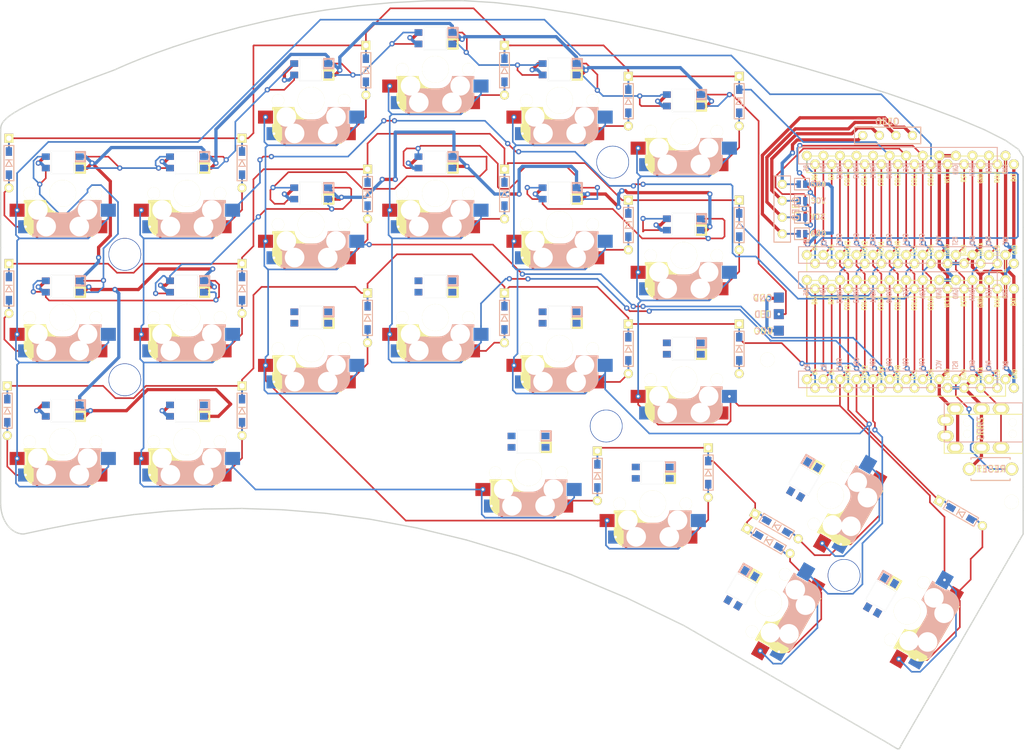
<source format=kicad_pcb>
(kicad_pcb (version 20171130) (host pcbnew "(5.0.2)-1")
  (layers (0 F.Cu signal) (31 B.Cu signal) (34 B.Paste user) (35 F.Paste user) (36 B.SilkS user) (37 F.SilkS user) (38 B.Mask user) (39 F.Mask user) (44 Edge.Cuts user))
  (net 0 "")
  (net 1 VCC)
  (net 2 LED)
  (net 3 GND)
  (net 4 "Net-(L1-Pad1)")
  (net 5 "Net-(L10-Pad3)")
  (net 6 "Net-(L4-Pad3)")
  (net 7 "Net-(L7-Pad1)")
  (net 8 "Net-(L13-Pad1)")
  (net 9 "Net-(L19-Pad1)")
  (net 10 reset)
  (net 11 SDA)
  (net 12 SCL)
  (net 13 col0)
  (net 14 col1)
  (net 15 col2)
  (net 16 col3)
  (net 17 col4)
  (net 18 col5)
  (net 19 row3)
  (net 20 row2)
  (net 21 row1)
  (net 22 row0)
  (net 23 data)
  (net 24 "Net-(J2-Pad1)")
  (net 25 "Net-(J2-Pad2)")
  (net 26 "Net-(J2-Pad3)")
  (net 27 "Net-(J2-Pad4)")
  (net 28 "Net-(D23-Pad2)")
  (net 29 "Net-(D3-Pad2)")
  (net 30 "Net-(D15-Pad2)")
  (net 31 "Net-(D5-Pad2)")
  (net 32 "Net-(D6-Pad2)")
  (net 33 "Net-(D7-Pad2)")
  (net 34 "Net-(D8-Pad2)")
  (net 35 "Net-(D9-Pad2)")
  (net 36 "Net-(D10-Pad2)")
  (net 37 "Net-(D11-Pad2)")
  (net 38 "Net-(D12-Pad2)")
  (net 39 "Net-(D13-Pad2)")
  (net 40 "Net-(D4-Pad2)")
  (net 41 "Net-(D1-Pad2)")
  (net 42 "Net-(D2-Pad2)")
  (net 43 "Net-(D14-Pad2)")
  (net 44 "Net-(D22-Pad2)")
  (net 45 "Net-(D21-Pad2)")
  (net 46 "Net-(D20-Pad2)")
  (net 47 "Net-(D19-Pad2)")
  (net 48 "Net-(D18-Pad2)")
  (net 49 "Net-(D17-Pad2)")
  (net 50 "Net-(D16-Pad2)")
  (net 51 "Net-(J1-PadA)")
  (net 52 "Net-(L10-Pad1)")
  (net 53 "Net-(L13-Pad3)")
  (net 54 "Net-(L1-Pad3)")
  (net 55 "Net-(L2-Pad3)")
  (net 56 "Net-(L3-Pad3)")
  (net 57 "Net-(L5-Pad3)")
  (net 58 "Net-(L8-Pad1)")
  (net 59 "Net-(L11-Pad1)")
  (net 60 "Net-(L14-Pad3)")
  (net 61 "Net-(L15-Pad3)")
  (net 62 "Net-(L16-Pad3)")
  (net 63 "Net-(L17-Pad3)")
  (net 64 "Net-(L12-Pad1)")
  (net 65 "Net-(L20-Pad1)")
  (net 66 "Net-(L21-Pad1)")
  (net 67 "Net-(L22-Pad1)")
  (net 68 "Net-(L23-Pad1)")
  (net 69 "Net-(U1-Pad25)")
  (net 70 "Net-(U2-Pad24)")
  (net 71 "Net-(U2-Pad14)")
  (net 72 "Net-(U2-Pad13)")
  (net 73 "Net-(U2-Pad12)")
  (net 74 "Net-(U2-Pad11)")
  (net 75 "Net-(U1-Pad24)")
  (net 76 "Net-(U1-Pad14)")
  (net 77 "Net-(U1-Pad13)")
  (net 78 "Net-(U1-Pad12)")
  (net 79 "Net-(U1-Pad11)")
  (module yosino46:CherryMX_Hotswap (layer F.Cu) (at 50.5 71.4 180)
    (fp_text reference SW1 hide)
    (fp_text value SW_PUSH hide)
    (pad 2 smd rect (at 5.7 -5.12) (size 2.3 2) (layers B.Cu B.Paste B.Mask) (net 41 "Net-(D1-Pad2)"))
    (pad "" np_thru_hole circle (at -5.08 0 180) (size 1.9 1.9) (drill 1.9) (layers *.Cu *.Mask F.SilkS))
    (pad "" np_thru_hole circle (at 5.08 0 180) (size 1.9 1.9) (drill 1.9) (layers *.Cu *.Mask F.SilkS))
    (pad "" np_thru_hole circle (at 0 0 270) (size 4.1 4.1) (drill 4.1) (layers *.Cu *.Mask F.SilkS))
    (pad "" np_thru_hole circle (at 2.54 -5.08) (size 3 3) (drill 3) (layers *.Cu *.Mask))
    (pad "" np_thru_hole circle (at 3.81 -2.540001) (size 3 3) (drill 3) (layers *.Cu *.Mask))
    (pad "" np_thru_hole circle (at -2.54 -5.08) (size 3 3) (drill 3) (layers *.Cu *.Mask))
    (pad "" np_thru_hole circle (at -3.81 -2.54) (size 3 3) (drill 3) (layers *.Cu *.Mask))
    (pad 2 smd rect (at -5.7 -5.12) (size 2.3 2) (layers F.Cu F.Paste F.Mask) (net 41 "Net-(D1-Pad2)"))
    (pad 1 smd rect (at 7 -2.58) (size 2.3 2) (layers F.Cu F.Paste F.Mask) (net 13 col0))
    (pad 1 smd rect (at -7 -2.58) (size 2.3 2) (layers B.Cu B.Paste B.Mask) (net 13 col0))
  )
  (module yosino46:SK6812MINI_padin_rev (layer F.Cu) (at 145.75 76.1625)
    (fp_text reference L12 hide)
    (fp_text value SK6812MINI hide)
    (fp_line (start -1.75 -1.75) (end -1.75 1.75) (layer Edge.Cuts) (width 0.15))
    (fp_line (start 1.75 -1.75) (end 1.75 1.75) (layer Edge.Cuts) (width 0.15))
    (fp_line (start -1.75 -1.75) (end 1.75 -1.75) (layer Edge.Cuts) (width 0.15))
    (fp_line (start 1.75 1.75) (end -1.75 1.75) (layer Edge.Cuts) (width 0.15))
    (pad "" np_thru_hole oval (at 0 1.75) (size 3.6 0.15) (drill oval 3.6 0.15) (layers *.Cu *.Mask))
    (pad "" np_thru_hole oval (at 0 -1.75) (size 3.6 0.15) (drill oval 3.6 0.15) (layers *.Cu *.Mask))
    (pad "" np_thru_hole oval (at 1.75 0) (size 0.15 3.6) (drill oval 0.15 3.6) (layers *.Cu *.Mask))
    (pad "" np_thru_hole oval (at -1.75 0) (size 0.15 3.6) (drill oval 0.15 3.6) (layers *.Cu *.Mask))
    (pad 4 smd rect (at 2.6 0.875) (size 1.2 1) (layers F.Cu F.Paste F.Mask) (net 1 VCC))
    (pad 3 smd rect (at 2.6 -0.875) (size 1.2 1) (layers F.Cu F.Paste F.Mask) (net 59 "Net-(L11-Pad1)"))
    (pad 1 smd rect (at -2.6 0.875) (size 1.2 1) (layers F.Cu F.Paste F.Mask) (net 64 "Net-(L12-Pad1)"))
    (pad 2 smd rect (at -2.6 -0.875) (size 1.2 1) (layers F.Cu F.Paste F.Mask) (net 3 GND))
    (pad 3 smd rect (at 2.6 0.875) (size 1.2 1) (layers B.Cu B.Paste B.Mask) (net 59 "Net-(L11-Pad1)"))
    (pad 4 smd rect (at 2.6 -0.875) (size 1.2 1) (layers B.Cu B.Paste B.Mask) (net 1 VCC))
    (pad 1 smd rect (at -2.6 -0.875) (size 1.2 1) (layers B.Cu B.Paste B.Mask) (net 64 "Net-(L12-Pad1)"))
    (pad 2 smd rect (at -2.6 0.875) (size 1.2 1) (layers B.Cu B.Paste B.Mask) (net 3 GND))
  )
  (module yosino46:SK6812MINI_padin_rev (layer F.Cu) (at 176 133.1 60)
    (fp_text reference L23 hide)
    (fp_text value SK6812MINI hide)
    (fp_line (start 1.75 1.75) (end -1.75 1.75) (layer Edge.Cuts) (width 0.15))
    (fp_line (start -1.75 -1.75) (end 1.75 -1.75) (layer Edge.Cuts) (width 0.15))
    (fp_line (start 1.75 -1.75) (end 1.75 1.75) (layer Edge.Cuts) (width 0.15))
    (fp_line (start -1.75 -1.75) (end -1.75 1.75) (layer Edge.Cuts) (width 0.15))
    (pad 2 smd rect (at -2.6 0.875 60) (size 1.2 1) (layers B.Cu B.Paste B.Mask) (net 3 GND))
    (pad 1 smd rect (at -2.6 -0.875 60) (size 1.2 1) (layers B.Cu B.Paste B.Mask) (net 68 "Net-(L23-Pad1)"))
    (pad 4 smd rect (at 2.6 -0.875 60) (size 1.2 1) (layers B.Cu B.Paste B.Mask) (net 1 VCC))
    (pad 3 smd rect (at 2.6 0.875 60) (size 1.2 1) (layers B.Cu B.Paste B.Mask) (net 67 "Net-(L22-Pad1)"))
    (pad 2 smd rect (at -2.6 -0.875 60) (size 1.2 1) (layers F.Cu F.Paste F.Mask) (net 3 GND))
    (pad 1 smd rect (at -2.6 0.875 60) (size 1.2 1) (layers F.Cu F.Paste F.Mask) (net 68 "Net-(L23-Pad1)"))
    (pad 3 smd rect (at 2.6 -0.875 60) (size 1.2 1) (layers F.Cu F.Paste F.Mask) (net 67 "Net-(L22-Pad1)"))
    (pad 4 smd rect (at 2.6 0.875 60) (size 1.2 1) (layers F.Cu F.Paste F.Mask) (net 1 VCC))
    (pad "" np_thru_hole oval (at -1.75 0 60) (size 0.15 3.6) (drill oval 0.15 3.6) (layers *.Cu *.Mask))
    (pad "" np_thru_hole oval (at 1.75 0 60) (size 0.15 3.6) (drill oval 0.15 3.6) (layers *.Cu *.Mask))
    (pad "" np_thru_hole oval (at 0 -1.75 60) (size 3.6 0.15) (drill oval 3.6 0.15) (layers *.Cu *.Mask))
    (pad "" np_thru_hole oval (at 0 1.75 60) (size 3.6 0.15) (drill oval 3.6 0.15) (layers *.Cu *.Mask))
  )
  (module yosino46:SK6812MINI_padin_rev (layer F.Cu) (at 164.2 115.3 60)
    (fp_text reference L22 hide)
    (fp_text value SK6812MINI hide)
    (fp_line (start -1.75 -1.75) (end -1.75 1.75) (layer Edge.Cuts) (width 0.15))
    (fp_line (start 1.75 -1.75) (end 1.75 1.75) (layer Edge.Cuts) (width 0.15))
    (fp_line (start -1.75 -1.75) (end 1.75 -1.75) (layer Edge.Cuts) (width 0.15))
    (fp_line (start 1.75 1.75) (end -1.75 1.75) (layer Edge.Cuts) (width 0.15))
    (pad "" np_thru_hole oval (at 0 1.75 60) (size 3.6 0.15) (drill oval 3.6 0.15) (layers *.Cu *.Mask))
    (pad "" np_thru_hole oval (at 0 -1.75 60) (size 3.6 0.15) (drill oval 3.6 0.15) (layers *.Cu *.Mask))
    (pad "" np_thru_hole oval (at 1.75 0 60) (size 0.15 3.6) (drill oval 0.15 3.6) (layers *.Cu *.Mask))
    (pad "" np_thru_hole oval (at -1.75 0 60) (size 0.15 3.6) (drill oval 0.15 3.6) (layers *.Cu *.Mask))
    (pad 4 smd rect (at 2.6 0.875 60) (size 1.2 1) (layers F.Cu F.Paste F.Mask) (net 1 VCC))
    (pad 3 smd rect (at 2.6 -0.875 60) (size 1.2 1) (layers F.Cu F.Paste F.Mask) (net 66 "Net-(L21-Pad1)"))
    (pad 1 smd rect (at -2.6 0.875 60) (size 1.2 1) (layers F.Cu F.Paste F.Mask) (net 67 "Net-(L22-Pad1)"))
    (pad 2 smd rect (at -2.6 -0.875 60) (size 1.2 1) (layers F.Cu F.Paste F.Mask) (net 3 GND))
    (pad 3 smd rect (at 2.6 0.875 60) (size 1.2 1) (layers B.Cu B.Paste B.Mask) (net 66 "Net-(L21-Pad1)"))
    (pad 4 smd rect (at 2.6 -0.875 60) (size 1.2 1) (layers B.Cu B.Paste B.Mask) (net 1 VCC))
    (pad 1 smd rect (at -2.6 -0.875 60) (size 1.2 1) (layers B.Cu B.Paste B.Mask) (net 67 "Net-(L22-Pad1)"))
    (pad 2 smd rect (at -2.6 0.875 60) (size 1.2 1) (layers B.Cu B.Paste B.Mask) (net 3 GND))
  )
  (module yosino46:SK6812MINI_padin_rev (layer F.Cu) (at 154.6 132 60)
    (fp_text reference L21 hide)
    (fp_text value SK6812MINI hide)
    (fp_line (start 1.75 1.75) (end -1.75 1.75) (layer Edge.Cuts) (width 0.15))
    (fp_line (start -1.75 -1.75) (end 1.75 -1.75) (layer Edge.Cuts) (width 0.15))
    (fp_line (start 1.75 -1.75) (end 1.75 1.75) (layer Edge.Cuts) (width 0.15))
    (fp_line (start -1.75 -1.75) (end -1.75 1.75) (layer Edge.Cuts) (width 0.15))
    (pad 2 smd rect (at -2.6 0.875 60) (size 1.2 1) (layers B.Cu B.Paste B.Mask) (net 3 GND))
    (pad 1 smd rect (at -2.6 -0.875 60) (size 1.2 1) (layers B.Cu B.Paste B.Mask) (net 66 "Net-(L21-Pad1)"))
    (pad 4 smd rect (at 2.6 -0.875 60) (size 1.2 1) (layers B.Cu B.Paste B.Mask) (net 1 VCC))
    (pad 3 smd rect (at 2.6 0.875 60) (size 1.2 1) (layers B.Cu B.Paste B.Mask) (net 65 "Net-(L20-Pad1)"))
    (pad 2 smd rect (at -2.6 -0.875 60) (size 1.2 1) (layers F.Cu F.Paste F.Mask) (net 3 GND))
    (pad 1 smd rect (at -2.6 0.875 60) (size 1.2 1) (layers F.Cu F.Paste F.Mask) (net 66 "Net-(L21-Pad1)"))
    (pad 3 smd rect (at 2.6 -0.875 60) (size 1.2 1) (layers F.Cu F.Paste F.Mask) (net 65 "Net-(L20-Pad1)"))
    (pad 4 smd rect (at 2.6 0.875 60) (size 1.2 1) (layers F.Cu F.Paste F.Mask) (net 1 VCC))
    (pad "" np_thru_hole oval (at -1.75 0 60) (size 0.15 3.6) (drill oval 0.15 3.6) (layers *.Cu *.Mask))
    (pad "" np_thru_hole oval (at 1.75 0 60) (size 0.15 3.6) (drill oval 0.15 3.6) (layers *.Cu *.Mask))
    (pad "" np_thru_hole oval (at 0 -1.75 60) (size 3.6 0.15) (drill oval 3.6 0.15) (layers *.Cu *.Mask))
    (pad "" np_thru_hole oval (at 0 1.75 60) (size 3.6 0.15) (drill oval 3.6 0.15) (layers *.Cu *.Mask))
  )
  (module yosino46:SK6812MINI_padin_rev (layer F.Cu) (at 140.9875 114.2625)
    (fp_text reference L20 hide)
    (fp_text value SK6812MINI hide)
    (fp_line (start -1.75 -1.75) (end -1.75 1.75) (layer Edge.Cuts) (width 0.15))
    (fp_line (start 1.75 -1.75) (end 1.75 1.75) (layer Edge.Cuts) (width 0.15))
    (fp_line (start -1.75 -1.75) (end 1.75 -1.75) (layer Edge.Cuts) (width 0.15))
    (fp_line (start 1.75 1.75) (end -1.75 1.75) (layer Edge.Cuts) (width 0.15))
    (pad "" np_thru_hole oval (at 0 1.75) (size 3.6 0.15) (drill oval 3.6 0.15) (layers *.Cu *.Mask))
    (pad "" np_thru_hole oval (at 0 -1.75) (size 3.6 0.15) (drill oval 3.6 0.15) (layers *.Cu *.Mask))
    (pad "" np_thru_hole oval (at 1.75 0) (size 0.15 3.6) (drill oval 0.15 3.6) (layers *.Cu *.Mask))
    (pad "" np_thru_hole oval (at -1.75 0) (size 0.15 3.6) (drill oval 0.15 3.6) (layers *.Cu *.Mask))
    (pad 4 smd rect (at 2.6 0.875) (size 1.2 1) (layers F.Cu F.Paste F.Mask) (net 1 VCC))
    (pad 3 smd rect (at 2.6 -0.875) (size 1.2 1) (layers F.Cu F.Paste F.Mask) (net 9 "Net-(L19-Pad1)"))
    (pad 1 smd rect (at -2.6 0.875) (size 1.2 1) (layers F.Cu F.Paste F.Mask) (net 65 "Net-(L20-Pad1)"))
    (pad 2 smd rect (at -2.6 -0.875) (size 1.2 1) (layers F.Cu F.Paste F.Mask) (net 3 GND))
    (pad 3 smd rect (at 2.6 0.875) (size 1.2 1) (layers B.Cu B.Paste B.Mask) (net 9 "Net-(L19-Pad1)"))
    (pad 4 smd rect (at 2.6 -0.875) (size 1.2 1) (layers B.Cu B.Paste B.Mask) (net 1 VCC))
    (pad 1 smd rect (at -2.6 -0.875) (size 1.2 1) (layers B.Cu B.Paste B.Mask) (net 65 "Net-(L20-Pad1)"))
    (pad 2 smd rect (at -2.6 0.875) (size 1.2 1) (layers B.Cu B.Paste B.Mask) (net 3 GND))
  )
  (module yosino46:SK6812MINI_padin_rev (layer F.Cu) (at 121.9375 109.5)
    (fp_text reference L19 hide)
    (fp_text value SK6812MINI hide)
    (fp_line (start 1.75 1.75) (end -1.75 1.75) (layer Edge.Cuts) (width 0.15))
    (fp_line (start -1.75 -1.75) (end 1.75 -1.75) (layer Edge.Cuts) (width 0.15))
    (fp_line (start 1.75 -1.75) (end 1.75 1.75) (layer Edge.Cuts) (width 0.15))
    (fp_line (start -1.75 -1.75) (end -1.75 1.75) (layer Edge.Cuts) (width 0.15))
    (pad 2 smd rect (at -2.6 0.875) (size 1.2 1) (layers B.Cu B.Paste B.Mask) (net 3 GND))
    (pad 1 smd rect (at -2.6 -0.875) (size 1.2 1) (layers B.Cu B.Paste B.Mask) (net 9 "Net-(L19-Pad1)"))
    (pad 4 smd rect (at 2.6 -0.875) (size 1.2 1) (layers B.Cu B.Paste B.Mask) (net 1 VCC))
    (pad 3 smd rect (at 2.6 0.875) (size 1.2 1) (layers B.Cu B.Paste B.Mask) (net 8 "Net-(L13-Pad1)"))
    (pad 2 smd rect (at -2.6 -0.875) (size 1.2 1) (layers F.Cu F.Paste F.Mask) (net 3 GND))
    (pad 1 smd rect (at -2.6 0.875) (size 1.2 1) (layers F.Cu F.Paste F.Mask) (net 9 "Net-(L19-Pad1)"))
    (pad 3 smd rect (at 2.6 -0.875) (size 1.2 1) (layers F.Cu F.Paste F.Mask) (net 8 "Net-(L13-Pad1)"))
    (pad 4 smd rect (at 2.6 0.875) (size 1.2 1) (layers F.Cu F.Paste F.Mask) (net 1 VCC))
    (pad "" np_thru_hole oval (at -1.75 0) (size 0.15 3.6) (drill oval 0.15 3.6) (layers *.Cu *.Mask))
    (pad "" np_thru_hole oval (at 1.75 0) (size 0.15 3.6) (drill oval 0.15 3.6) (layers *.Cu *.Mask))
    (pad "" np_thru_hole oval (at 0 -1.75) (size 3.6 0.15) (drill oval 3.6 0.15) (layers *.Cu *.Mask))
    (pad "" np_thru_hole oval (at 0 1.75) (size 3.6 0.15) (drill oval 3.6 0.15) (layers *.Cu *.Mask))
  )
  (module yosino46:SK6812MINI_padin_rev (layer F.Cu) (at 145.75 95.2125)
    (fp_text reference L18 hide)
    (fp_text value SK6812MINI hide)
    (fp_line (start -1.75 -1.75) (end -1.75 1.75) (layer Edge.Cuts) (width 0.15))
    (fp_line (start 1.75 -1.75) (end 1.75 1.75) (layer Edge.Cuts) (width 0.15))
    (fp_line (start -1.75 -1.75) (end 1.75 -1.75) (layer Edge.Cuts) (width 0.15))
    (fp_line (start 1.75 1.75) (end -1.75 1.75) (layer Edge.Cuts) (width 0.15))
    (pad "" np_thru_hole oval (at 0 1.75) (size 3.6 0.15) (drill oval 3.6 0.15) (layers *.Cu *.Mask))
    (pad "" np_thru_hole oval (at 0 -1.75) (size 3.6 0.15) (drill oval 3.6 0.15) (layers *.Cu *.Mask))
    (pad "" np_thru_hole oval (at 1.75 0) (size 0.15 3.6) (drill oval 0.15 3.6) (layers *.Cu *.Mask))
    (pad "" np_thru_hole oval (at -1.75 0) (size 0.15 3.6) (drill oval 0.15 3.6) (layers *.Cu *.Mask))
    (pad 4 smd rect (at 2.6 0.875) (size 1.2 1) (layers F.Cu F.Paste F.Mask) (net 1 VCC))
    (pad 3 smd rect (at 2.6 -0.875) (size 1.2 1) (layers F.Cu F.Paste F.Mask) (net 64 "Net-(L12-Pad1)"))
    (pad 1 smd rect (at -2.6 0.875) (size 1.2 1) (layers F.Cu F.Paste F.Mask) (net 63 "Net-(L17-Pad3)"))
    (pad 2 smd rect (at -2.6 -0.875) (size 1.2 1) (layers F.Cu F.Paste F.Mask) (net 3 GND))
    (pad 3 smd rect (at 2.6 0.875) (size 1.2 1) (layers B.Cu B.Paste B.Mask) (net 64 "Net-(L12-Pad1)"))
    (pad 4 smd rect (at 2.6 -0.875) (size 1.2 1) (layers B.Cu B.Paste B.Mask) (net 1 VCC))
    (pad 1 smd rect (at -2.6 -0.875) (size 1.2 1) (layers B.Cu B.Paste B.Mask) (net 63 "Net-(L17-Pad3)"))
    (pad 2 smd rect (at -2.6 0.875) (size 1.2 1) (layers B.Cu B.Paste B.Mask) (net 3 GND))
  )
  (module yosino46:SK6812MINI_padin_rev (layer F.Cu) (at 126.7 90.45)
    (fp_text reference L17 hide)
    (fp_text value SK6812MINI hide)
    (fp_line (start 1.75 1.75) (end -1.75 1.75) (layer Edge.Cuts) (width 0.15))
    (fp_line (start -1.75 -1.75) (end 1.75 -1.75) (layer Edge.Cuts) (width 0.15))
    (fp_line (start 1.75 -1.75) (end 1.75 1.75) (layer Edge.Cuts) (width 0.15))
    (fp_line (start -1.75 -1.75) (end -1.75 1.75) (layer Edge.Cuts) (width 0.15))
    (pad 2 smd rect (at -2.6 0.875) (size 1.2 1) (layers B.Cu B.Paste B.Mask) (net 3 GND))
    (pad 1 smd rect (at -2.6 -0.875) (size 1.2 1) (layers B.Cu B.Paste B.Mask) (net 62 "Net-(L16-Pad3)"))
    (pad 4 smd rect (at 2.6 -0.875) (size 1.2 1) (layers B.Cu B.Paste B.Mask) (net 1 VCC))
    (pad 3 smd rect (at 2.6 0.875) (size 1.2 1) (layers B.Cu B.Paste B.Mask) (net 63 "Net-(L17-Pad3)"))
    (pad 2 smd rect (at -2.6 -0.875) (size 1.2 1) (layers F.Cu F.Paste F.Mask) (net 3 GND))
    (pad 1 smd rect (at -2.6 0.875) (size 1.2 1) (layers F.Cu F.Paste F.Mask) (net 62 "Net-(L16-Pad3)"))
    (pad 3 smd rect (at 2.6 -0.875) (size 1.2 1) (layers F.Cu F.Paste F.Mask) (net 63 "Net-(L17-Pad3)"))
    (pad 4 smd rect (at 2.6 0.875) (size 1.2 1) (layers F.Cu F.Paste F.Mask) (net 1 VCC))
    (pad "" np_thru_hole oval (at -1.75 0) (size 0.15 3.6) (drill oval 0.15 3.6) (layers *.Cu *.Mask))
    (pad "" np_thru_hole oval (at 1.75 0) (size 0.15 3.6) (drill oval 0.15 3.6) (layers *.Cu *.Mask))
    (pad "" np_thru_hole oval (at 0 -1.75) (size 3.6 0.15) (drill oval 3.6 0.15) (layers *.Cu *.Mask))
    (pad "" np_thru_hole oval (at 0 1.75) (size 3.6 0.15) (drill oval 3.6 0.15) (layers *.Cu *.Mask))
  )
  (module yosino46:SK6812MINI_padin_rev (layer F.Cu) (at 107.65 85.6875)
    (fp_text reference L16 hide)
    (fp_text value SK6812MINI hide)
    (fp_line (start -1.75 -1.75) (end -1.75 1.75) (layer Edge.Cuts) (width 0.15))
    (fp_line (start 1.75 -1.75) (end 1.75 1.75) (layer Edge.Cuts) (width 0.15))
    (fp_line (start -1.75 -1.75) (end 1.75 -1.75) (layer Edge.Cuts) (width 0.15))
    (fp_line (start 1.75 1.75) (end -1.75 1.75) (layer Edge.Cuts) (width 0.15))
    (pad "" np_thru_hole oval (at 0 1.75) (size 3.6 0.15) (drill oval 3.6 0.15) (layers *.Cu *.Mask))
    (pad "" np_thru_hole oval (at 0 -1.75) (size 3.6 0.15) (drill oval 3.6 0.15) (layers *.Cu *.Mask))
    (pad "" np_thru_hole oval (at 1.75 0) (size 0.15 3.6) (drill oval 0.15 3.6) (layers *.Cu *.Mask))
    (pad "" np_thru_hole oval (at -1.75 0) (size 0.15 3.6) (drill oval 0.15 3.6) (layers *.Cu *.Mask))
    (pad 4 smd rect (at 2.6 0.875) (size 1.2 1) (layers F.Cu F.Paste F.Mask) (net 1 VCC))
    (pad 3 smd rect (at 2.6 -0.875) (size 1.2 1) (layers F.Cu F.Paste F.Mask) (net 62 "Net-(L16-Pad3)"))
    (pad 1 smd rect (at -2.6 0.875) (size 1.2 1) (layers F.Cu F.Paste F.Mask) (net 61 "Net-(L15-Pad3)"))
    (pad 2 smd rect (at -2.6 -0.875) (size 1.2 1) (layers F.Cu F.Paste F.Mask) (net 3 GND))
    (pad 3 smd rect (at 2.6 0.875) (size 1.2 1) (layers B.Cu B.Paste B.Mask) (net 62 "Net-(L16-Pad3)"))
    (pad 4 smd rect (at 2.6 -0.875) (size 1.2 1) (layers B.Cu B.Paste B.Mask) (net 1 VCC))
    (pad 1 smd rect (at -2.6 -0.875) (size 1.2 1) (layers B.Cu B.Paste B.Mask) (net 61 "Net-(L15-Pad3)"))
    (pad 2 smd rect (at -2.6 0.875) (size 1.2 1) (layers B.Cu B.Paste B.Mask) (net 3 GND))
  )
  (module yosino46:SK6812MINI_padin_rev (layer F.Cu) (at 88.61875 90.45)
    (fp_text reference L15 hide)
    (fp_text value SK6812MINI hide)
    (fp_line (start 1.75 1.75) (end -1.75 1.75) (layer Edge.Cuts) (width 0.15))
    (fp_line (start -1.75 -1.75) (end 1.75 -1.75) (layer Edge.Cuts) (width 0.15))
    (fp_line (start 1.75 -1.75) (end 1.75 1.75) (layer Edge.Cuts) (width 0.15))
    (fp_line (start -1.75 -1.75) (end -1.75 1.75) (layer Edge.Cuts) (width 0.15))
    (pad 2 smd rect (at -2.6 0.875) (size 1.2 1) (layers B.Cu B.Paste B.Mask) (net 3 GND))
    (pad 1 smd rect (at -2.6 -0.875) (size 1.2 1) (layers B.Cu B.Paste B.Mask) (net 60 "Net-(L14-Pad3)"))
    (pad 4 smd rect (at 2.6 -0.875) (size 1.2 1) (layers B.Cu B.Paste B.Mask) (net 1 VCC))
    (pad 3 smd rect (at 2.6 0.875) (size 1.2 1) (layers B.Cu B.Paste B.Mask) (net 61 "Net-(L15-Pad3)"))
    (pad 2 smd rect (at -2.6 -0.875) (size 1.2 1) (layers F.Cu F.Paste F.Mask) (net 3 GND))
    (pad 1 smd rect (at -2.6 0.875) (size 1.2 1) (layers F.Cu F.Paste F.Mask) (net 60 "Net-(L14-Pad3)"))
    (pad 3 smd rect (at 2.6 -0.875) (size 1.2 1) (layers F.Cu F.Paste F.Mask) (net 61 "Net-(L15-Pad3)"))
    (pad 4 smd rect (at 2.6 0.875) (size 1.2 1) (layers F.Cu F.Paste F.Mask) (net 1 VCC))
    (pad "" np_thru_hole oval (at -1.75 0) (size 0.15 3.6) (drill oval 0.15 3.6) (layers *.Cu *.Mask))
    (pad "" np_thru_hole oval (at 1.75 0) (size 0.15 3.6) (drill oval 0.15 3.6) (layers *.Cu *.Mask))
    (pad "" np_thru_hole oval (at 0 -1.75) (size 3.6 0.15) (drill oval 3.6 0.15) (layers *.Cu *.Mask))
    (pad "" np_thru_hole oval (at 0 1.75) (size 3.6 0.15) (drill oval 3.6 0.15) (layers *.Cu *.Mask))
  )
  (module yosino46:SK6812MINI_padin_rev (layer F.Cu) (at 69.55 104.7375)
    (fp_text reference L14 hide)
    (fp_text value SK6812MINI hide)
    (fp_line (start -1.75 -1.75) (end -1.75 1.75) (layer Edge.Cuts) (width 0.15))
    (fp_line (start 1.75 -1.75) (end 1.75 1.75) (layer Edge.Cuts) (width 0.15))
    (fp_line (start -1.75 -1.75) (end 1.75 -1.75) (layer Edge.Cuts) (width 0.15))
    (fp_line (start 1.75 1.75) (end -1.75 1.75) (layer Edge.Cuts) (width 0.15))
    (pad "" np_thru_hole oval (at 0 1.75) (size 3.6 0.15) (drill oval 3.6 0.15) (layers *.Cu *.Mask))
    (pad "" np_thru_hole oval (at 0 -1.75) (size 3.6 0.15) (drill oval 3.6 0.15) (layers *.Cu *.Mask))
    (pad "" np_thru_hole oval (at 1.75 0) (size 0.15 3.6) (drill oval 0.15 3.6) (layers *.Cu *.Mask))
    (pad "" np_thru_hole oval (at -1.75 0) (size 0.15 3.6) (drill oval 0.15 3.6) (layers *.Cu *.Mask))
    (pad 4 smd rect (at 2.6 0.875) (size 1.2 1) (layers F.Cu F.Paste F.Mask) (net 1 VCC))
    (pad 3 smd rect (at 2.6 -0.875) (size 1.2 1) (layers F.Cu F.Paste F.Mask) (net 60 "Net-(L14-Pad3)"))
    (pad 1 smd rect (at -2.6 0.875) (size 1.2 1) (layers F.Cu F.Paste F.Mask) (net 53 "Net-(L13-Pad3)"))
    (pad 2 smd rect (at -2.6 -0.875) (size 1.2 1) (layers F.Cu F.Paste F.Mask) (net 3 GND))
    (pad 3 smd rect (at 2.6 0.875) (size 1.2 1) (layers B.Cu B.Paste B.Mask) (net 60 "Net-(L14-Pad3)"))
    (pad 4 smd rect (at 2.6 -0.875) (size 1.2 1) (layers B.Cu B.Paste B.Mask) (net 1 VCC))
    (pad 1 smd rect (at -2.6 -0.875) (size 1.2 1) (layers B.Cu B.Paste B.Mask) (net 53 "Net-(L13-Pad3)"))
    (pad 2 smd rect (at -2.6 0.875) (size 1.2 1) (layers B.Cu B.Paste B.Mask) (net 3 GND))
  )
  (module yosino46:SK6812MINI_padin_rev (layer F.Cu) (at 126.7 71.4)
    (fp_text reference L11 hide)
    (fp_text value SK6812MINI hide)
    (fp_line (start 1.75 1.75) (end -1.75 1.75) (layer Edge.Cuts) (width 0.15))
    (fp_line (start -1.75 -1.75) (end 1.75 -1.75) (layer Edge.Cuts) (width 0.15))
    (fp_line (start 1.75 -1.75) (end 1.75 1.75) (layer Edge.Cuts) (width 0.15))
    (fp_line (start -1.75 -1.75) (end -1.75 1.75) (layer Edge.Cuts) (width 0.15))
    (pad 2 smd rect (at -2.6 0.875) (size 1.2 1) (layers B.Cu B.Paste B.Mask) (net 3 GND))
    (pad 1 smd rect (at -2.6 -0.875) (size 1.2 1) (layers B.Cu B.Paste B.Mask) (net 59 "Net-(L11-Pad1)"))
    (pad 4 smd rect (at 2.6 -0.875) (size 1.2 1) (layers B.Cu B.Paste B.Mask) (net 1 VCC))
    (pad 3 smd rect (at 2.6 0.875) (size 1.2 1) (layers B.Cu B.Paste B.Mask) (net 52 "Net-(L10-Pad1)"))
    (pad 2 smd rect (at -2.6 -0.875) (size 1.2 1) (layers F.Cu F.Paste F.Mask) (net 3 GND))
    (pad 1 smd rect (at -2.6 0.875) (size 1.2 1) (layers F.Cu F.Paste F.Mask) (net 59 "Net-(L11-Pad1)"))
    (pad 3 smd rect (at 2.6 -0.875) (size 1.2 1) (layers F.Cu F.Paste F.Mask) (net 52 "Net-(L10-Pad1)"))
    (pad 4 smd rect (at 2.6 0.875) (size 1.2 1) (layers F.Cu F.Paste F.Mask) (net 1 VCC))
    (pad "" np_thru_hole oval (at -1.75 0) (size 0.15 3.6) (drill oval 0.15 3.6) (layers *.Cu *.Mask))
    (pad "" np_thru_hole oval (at 1.75 0) (size 0.15 3.6) (drill oval 0.15 3.6) (layers *.Cu *.Mask))
    (pad "" np_thru_hole oval (at 0 -1.75) (size 3.6 0.15) (drill oval 3.6 0.15) (layers *.Cu *.Mask))
    (pad "" np_thru_hole oval (at 0 1.75) (size 3.6 0.15) (drill oval 3.6 0.15) (layers *.Cu *.Mask))
  )
  (module yosino46:SK6812MINI_padin_rev (layer F.Cu) (at 88.6 71.4)
    (fp_text reference L9 hide)
    (fp_text value SK6812MINI hide)
    (fp_line (start -1.75 -1.75) (end -1.75 1.75) (layer Edge.Cuts) (width 0.15))
    (fp_line (start 1.75 -1.75) (end 1.75 1.75) (layer Edge.Cuts) (width 0.15))
    (fp_line (start -1.75 -1.75) (end 1.75 -1.75) (layer Edge.Cuts) (width 0.15))
    (fp_line (start 1.75 1.75) (end -1.75 1.75) (layer Edge.Cuts) (width 0.15))
    (pad "" np_thru_hole oval (at 0 1.75) (size 3.6 0.15) (drill oval 3.6 0.15) (layers *.Cu *.Mask))
    (pad "" np_thru_hole oval (at 0 -1.75) (size 3.6 0.15) (drill oval 3.6 0.15) (layers *.Cu *.Mask))
    (pad "" np_thru_hole oval (at 1.75 0) (size 0.15 3.6) (drill oval 0.15 3.6) (layers *.Cu *.Mask))
    (pad "" np_thru_hole oval (at -1.75 0) (size 0.15 3.6) (drill oval 0.15 3.6) (layers *.Cu *.Mask))
    (pad 4 smd rect (at 2.6 0.875) (size 1.2 1) (layers F.Cu F.Paste F.Mask) (net 1 VCC))
    (pad 3 smd rect (at 2.6 -0.875) (size 1.2 1) (layers F.Cu F.Paste F.Mask) (net 58 "Net-(L8-Pad1)"))
    (pad 1 smd rect (at -2.6 0.875) (size 1.2 1) (layers F.Cu F.Paste F.Mask) (net 5 "Net-(L10-Pad3)"))
    (pad 2 smd rect (at -2.6 -0.875) (size 1.2 1) (layers F.Cu F.Paste F.Mask) (net 3 GND))
    (pad 3 smd rect (at 2.6 0.875) (size 1.2 1) (layers B.Cu B.Paste B.Mask) (net 58 "Net-(L8-Pad1)"))
    (pad 4 smd rect (at 2.6 -0.875) (size 1.2 1) (layers B.Cu B.Paste B.Mask) (net 1 VCC))
    (pad 1 smd rect (at -2.6 -0.875) (size 1.2 1) (layers B.Cu B.Paste B.Mask) (net 5 "Net-(L10-Pad3)"))
    (pad 2 smd rect (at -2.6 0.875) (size 1.2 1) (layers B.Cu B.Paste B.Mask) (net 3 GND))
  )
  (module yosino46:SK6812MINI_padin_rev (layer F.Cu) (at 69.55 85.6875)
    (fp_text reference L8 hide)
    (fp_text value SK6812MINI hide)
    (fp_line (start 1.75 1.75) (end -1.75 1.75) (layer Edge.Cuts) (width 0.15))
    (fp_line (start -1.75 -1.75) (end 1.75 -1.75) (layer Edge.Cuts) (width 0.15))
    (fp_line (start 1.75 -1.75) (end 1.75 1.75) (layer Edge.Cuts) (width 0.15))
    (fp_line (start -1.75 -1.75) (end -1.75 1.75) (layer Edge.Cuts) (width 0.15))
    (pad 2 smd rect (at -2.6 0.875) (size 1.2 1) (layers B.Cu B.Paste B.Mask) (net 3 GND))
    (pad 1 smd rect (at -2.6 -0.875) (size 1.2 1) (layers B.Cu B.Paste B.Mask) (net 58 "Net-(L8-Pad1)"))
    (pad 4 smd rect (at 2.6 -0.875) (size 1.2 1) (layers B.Cu B.Paste B.Mask) (net 1 VCC))
    (pad 3 smd rect (at 2.6 0.875) (size 1.2 1) (layers B.Cu B.Paste B.Mask) (net 7 "Net-(L7-Pad1)"))
    (pad 2 smd rect (at -2.6 -0.875) (size 1.2 1) (layers F.Cu F.Paste F.Mask) (net 3 GND))
    (pad 1 smd rect (at -2.6 0.875) (size 1.2 1) (layers F.Cu F.Paste F.Mask) (net 58 "Net-(L8-Pad1)"))
    (pad 3 smd rect (at 2.6 -0.875) (size 1.2 1) (layers F.Cu F.Paste F.Mask) (net 7 "Net-(L7-Pad1)"))
    (pad 4 smd rect (at 2.6 0.875) (size 1.2 1) (layers F.Cu F.Paste F.Mask) (net 1 VCC))
    (pad "" np_thru_hole oval (at -1.75 0) (size 0.15 3.6) (drill oval 0.15 3.6) (layers *.Cu *.Mask))
    (pad "" np_thru_hole oval (at 1.75 0) (size 0.15 3.6) (drill oval 0.15 3.6) (layers *.Cu *.Mask))
    (pad "" np_thru_hole oval (at 0 -1.75) (size 3.6 0.15) (drill oval 3.6 0.15) (layers *.Cu *.Mask))
    (pad "" np_thru_hole oval (at 0 1.75) (size 3.6 0.15) (drill oval 3.6 0.15) (layers *.Cu *.Mask))
  )
  (module yosino46:SK6812MINI_padin_rev (layer F.Cu) (at 50.5 85.6875)
    (fp_text reference L7 hide)
    (fp_text value SK6812MINI hide)
    (fp_line (start -1.75 -1.75) (end -1.75 1.75) (layer Edge.Cuts) (width 0.15))
    (fp_line (start 1.75 -1.75) (end 1.75 1.75) (layer Edge.Cuts) (width 0.15))
    (fp_line (start -1.75 -1.75) (end 1.75 -1.75) (layer Edge.Cuts) (width 0.15))
    (fp_line (start 1.75 1.75) (end -1.75 1.75) (layer Edge.Cuts) (width 0.15))
    (pad "" np_thru_hole oval (at 0 1.75) (size 3.6 0.15) (drill oval 3.6 0.15) (layers *.Cu *.Mask))
    (pad "" np_thru_hole oval (at 0 -1.75) (size 3.6 0.15) (drill oval 3.6 0.15) (layers *.Cu *.Mask))
    (pad "" np_thru_hole oval (at 1.75 0) (size 0.15 3.6) (drill oval 0.15 3.6) (layers *.Cu *.Mask))
    (pad "" np_thru_hole oval (at -1.75 0) (size 0.15 3.6) (drill oval 0.15 3.6) (layers *.Cu *.Mask))
    (pad 4 smd rect (at 2.6 0.875) (size 1.2 1) (layers F.Cu F.Paste F.Mask) (net 1 VCC))
    (pad 3 smd rect (at 2.6 -0.875) (size 1.2 1) (layers F.Cu F.Paste F.Mask) (net 4 "Net-(L1-Pad1)"))
    (pad 1 smd rect (at -2.6 0.875) (size 1.2 1) (layers F.Cu F.Paste F.Mask) (net 7 "Net-(L7-Pad1)"))
    (pad 2 smd rect (at -2.6 -0.875) (size 1.2 1) (layers F.Cu F.Paste F.Mask) (net 3 GND))
    (pad 3 smd rect (at 2.6 0.875) (size 1.2 1) (layers B.Cu B.Paste B.Mask) (net 4 "Net-(L1-Pad1)"))
    (pad 4 smd rect (at 2.6 -0.875) (size 1.2 1) (layers B.Cu B.Paste B.Mask) (net 1 VCC))
    (pad 1 smd rect (at -2.6 -0.875) (size 1.2 1) (layers B.Cu B.Paste B.Mask) (net 7 "Net-(L7-Pad1)"))
    (pad 2 smd rect (at -2.6 0.875) (size 1.2 1) (layers B.Cu B.Paste B.Mask) (net 3 GND))
  )
  (module yosino46:SK6812MINI_padin_rev (layer F.Cu) (at 145.75 57.1125)
    (fp_text reference L6 hide)
    (fp_text value SK6812MINI hide)
    (fp_line (start 1.75 1.75) (end -1.75 1.75) (layer Edge.Cuts) (width 0.15))
    (fp_line (start -1.75 -1.75) (end 1.75 -1.75) (layer Edge.Cuts) (width 0.15))
    (fp_line (start 1.75 -1.75) (end 1.75 1.75) (layer Edge.Cuts) (width 0.15))
    (fp_line (start -1.75 -1.75) (end -1.75 1.75) (layer Edge.Cuts) (width 0.15))
    (pad 2 smd rect (at -2.6 0.875) (size 1.2 1) (layers B.Cu B.Paste B.Mask) (net 3 GND))
    (pad 1 smd rect (at -2.6 -0.875) (size 1.2 1) (layers B.Cu B.Paste B.Mask) (net 57 "Net-(L5-Pad3)"))
    (pad 4 smd rect (at 2.6 -0.875) (size 1.2 1) (layers B.Cu B.Paste B.Mask) (net 1 VCC))
    (pad 3 smd rect (at 2.6 0.875) (size 1.2 1) (layers B.Cu B.Paste B.Mask) (net 2 LED))
    (pad 2 smd rect (at -2.6 -0.875) (size 1.2 1) (layers F.Cu F.Paste F.Mask) (net 3 GND))
    (pad 1 smd rect (at -2.6 0.875) (size 1.2 1) (layers F.Cu F.Paste F.Mask) (net 57 "Net-(L5-Pad3)"))
    (pad 3 smd rect (at 2.6 -0.875) (size 1.2 1) (layers F.Cu F.Paste F.Mask) (net 2 LED))
    (pad 4 smd rect (at 2.6 0.875) (size 1.2 1) (layers F.Cu F.Paste F.Mask) (net 1 VCC))
    (pad "" np_thru_hole oval (at -1.75 0) (size 0.15 3.6) (drill oval 0.15 3.6) (layers *.Cu *.Mask))
    (pad "" np_thru_hole oval (at 1.75 0) (size 0.15 3.6) (drill oval 0.15 3.6) (layers *.Cu *.Mask))
    (pad "" np_thru_hole oval (at 0 -1.75) (size 3.6 0.15) (drill oval 3.6 0.15) (layers *.Cu *.Mask))
    (pad "" np_thru_hole oval (at 0 1.75) (size 3.6 0.15) (drill oval 3.6 0.15) (layers *.Cu *.Mask))
  )
  (module yosino46:SK6812MINI_padin_rev (layer F.Cu) (at 126.7 52.35)
    (fp_text reference L5 hide)
    (fp_text value SK6812MINI hide)
    (fp_line (start -1.75 -1.75) (end -1.75 1.75) (layer Edge.Cuts) (width 0.15))
    (fp_line (start 1.75 -1.75) (end 1.75 1.75) (layer Edge.Cuts) (width 0.15))
    (fp_line (start -1.75 -1.75) (end 1.75 -1.75) (layer Edge.Cuts) (width 0.15))
    (fp_line (start 1.75 1.75) (end -1.75 1.75) (layer Edge.Cuts) (width 0.15))
    (pad "" np_thru_hole oval (at 0 1.75) (size 3.6 0.15) (drill oval 3.6 0.15) (layers *.Cu *.Mask))
    (pad "" np_thru_hole oval (at 0 -1.75) (size 3.6 0.15) (drill oval 3.6 0.15) (layers *.Cu *.Mask))
    (pad "" np_thru_hole oval (at 1.75 0) (size 0.15 3.6) (drill oval 0.15 3.6) (layers *.Cu *.Mask))
    (pad "" np_thru_hole oval (at -1.75 0) (size 0.15 3.6) (drill oval 0.15 3.6) (layers *.Cu *.Mask))
    (pad 4 smd rect (at 2.6 0.875) (size 1.2 1) (layers F.Cu F.Paste F.Mask) (net 1 VCC))
    (pad 3 smd rect (at 2.6 -0.875) (size 1.2 1) (layers F.Cu F.Paste F.Mask) (net 57 "Net-(L5-Pad3)"))
    (pad 1 smd rect (at -2.6 0.875) (size 1.2 1) (layers F.Cu F.Paste F.Mask) (net 6 "Net-(L4-Pad3)"))
    (pad 2 smd rect (at -2.6 -0.875) (size 1.2 1) (layers F.Cu F.Paste F.Mask) (net 3 GND))
    (pad 3 smd rect (at 2.6 0.875) (size 1.2 1) (layers B.Cu B.Paste B.Mask) (net 57 "Net-(L5-Pad3)"))
    (pad 4 smd rect (at 2.6 -0.875) (size 1.2 1) (layers B.Cu B.Paste B.Mask) (net 1 VCC))
    (pad 1 smd rect (at -2.6 -0.875) (size 1.2 1) (layers B.Cu B.Paste B.Mask) (net 6 "Net-(L4-Pad3)"))
    (pad 2 smd rect (at -2.6 0.875) (size 1.2 1) (layers B.Cu B.Paste B.Mask) (net 3 GND))
  )
  (module yosino46:SK6812MINI_padin_rev (layer F.Cu) (at 107.65 47.5875)
    (fp_text reference L4 hide)
    (fp_text value SK6812MINI hide)
    (fp_line (start 1.75 1.75) (end -1.75 1.75) (layer Edge.Cuts) (width 0.15))
    (fp_line (start -1.75 -1.75) (end 1.75 -1.75) (layer Edge.Cuts) (width 0.15))
    (fp_line (start 1.75 -1.75) (end 1.75 1.75) (layer Edge.Cuts) (width 0.15))
    (fp_line (start -1.75 -1.75) (end -1.75 1.75) (layer Edge.Cuts) (width 0.15))
    (pad 2 smd rect (at -2.6 0.875) (size 1.2 1) (layers B.Cu B.Paste B.Mask) (net 3 GND))
    (pad 1 smd rect (at -2.6 -0.875) (size 1.2 1) (layers B.Cu B.Paste B.Mask) (net 56 "Net-(L3-Pad3)"))
    (pad 4 smd rect (at 2.6 -0.875) (size 1.2 1) (layers B.Cu B.Paste B.Mask) (net 1 VCC))
    (pad 3 smd rect (at 2.6 0.875) (size 1.2 1) (layers B.Cu B.Paste B.Mask) (net 6 "Net-(L4-Pad3)"))
    (pad 2 smd rect (at -2.6 -0.875) (size 1.2 1) (layers F.Cu F.Paste F.Mask) (net 3 GND))
    (pad 1 smd rect (at -2.6 0.875) (size 1.2 1) (layers F.Cu F.Paste F.Mask) (net 56 "Net-(L3-Pad3)"))
    (pad 3 smd rect (at 2.6 -0.875) (size 1.2 1) (layers F.Cu F.Paste F.Mask) (net 6 "Net-(L4-Pad3)"))
    (pad 4 smd rect (at 2.6 0.875) (size 1.2 1) (layers F.Cu F.Paste F.Mask) (net 1 VCC))
    (pad "" np_thru_hole oval (at -1.75 0) (size 0.15 3.6) (drill oval 0.15 3.6) (layers *.Cu *.Mask))
    (pad "" np_thru_hole oval (at 1.75 0) (size 0.15 3.6) (drill oval 0.15 3.6) (layers *.Cu *.Mask))
    (pad "" np_thru_hole oval (at 0 -1.75) (size 3.6 0.15) (drill oval 3.6 0.15) (layers *.Cu *.Mask))
    (pad "" np_thru_hole oval (at 0 1.75) (size 3.6 0.15) (drill oval 3.6 0.15) (layers *.Cu *.Mask))
  )
  (module yosino46:SK6812MINI_padin_rev (layer F.Cu) (at 88.6 52.35)
    (fp_text reference L3 hide)
    (fp_text value SK6812MINI hide)
    (fp_line (start -1.75 -1.75) (end -1.75 1.75) (layer Edge.Cuts) (width 0.15))
    (fp_line (start 1.75 -1.75) (end 1.75 1.75) (layer Edge.Cuts) (width 0.15))
    (fp_line (start -1.75 -1.75) (end 1.75 -1.75) (layer Edge.Cuts) (width 0.15))
    (fp_line (start 1.75 1.75) (end -1.75 1.75) (layer Edge.Cuts) (width 0.15))
    (pad "" np_thru_hole oval (at 0 1.75) (size 3.6 0.15) (drill oval 3.6 0.15) (layers *.Cu *.Mask))
    (pad "" np_thru_hole oval (at 0 -1.75) (size 3.6 0.15) (drill oval 3.6 0.15) (layers *.Cu *.Mask))
    (pad "" np_thru_hole oval (at 1.75 0) (size 0.15 3.6) (drill oval 0.15 3.6) (layers *.Cu *.Mask))
    (pad "" np_thru_hole oval (at -1.75 0) (size 0.15 3.6) (drill oval 0.15 3.6) (layers *.Cu *.Mask))
    (pad 4 smd rect (at 2.6 0.875) (size 1.2 1) (layers F.Cu F.Paste F.Mask) (net 1 VCC))
    (pad 3 smd rect (at 2.6 -0.875) (size 1.2 1) (layers F.Cu F.Paste F.Mask) (net 56 "Net-(L3-Pad3)"))
    (pad 1 smd rect (at -2.6 0.875) (size 1.2 1) (layers F.Cu F.Paste F.Mask) (net 55 "Net-(L2-Pad3)"))
    (pad 2 smd rect (at -2.6 -0.875) (size 1.2 1) (layers F.Cu F.Paste F.Mask) (net 3 GND))
    (pad 3 smd rect (at 2.6 0.875) (size 1.2 1) (layers B.Cu B.Paste B.Mask) (net 56 "Net-(L3-Pad3)"))
    (pad 4 smd rect (at 2.6 -0.875) (size 1.2 1) (layers B.Cu B.Paste B.Mask) (net 1 VCC))
    (pad 1 smd rect (at -2.6 -0.875) (size 1.2 1) (layers B.Cu B.Paste B.Mask) (net 55 "Net-(L2-Pad3)"))
    (pad 2 smd rect (at -2.6 0.875) (size 1.2 1) (layers B.Cu B.Paste B.Mask) (net 3 GND))
  )
  (module yosino46:SK6812MINI_padin_rev (layer F.Cu) (at 69.55 66.6375)
    (fp_text reference L2 hide)
    (fp_text value SK6812MINI hide)
    (fp_line (start 1.75 1.75) (end -1.75 1.75) (layer Edge.Cuts) (width 0.15))
    (fp_line (start -1.75 -1.75) (end 1.75 -1.75) (layer Edge.Cuts) (width 0.15))
    (fp_line (start 1.75 -1.75) (end 1.75 1.75) (layer Edge.Cuts) (width 0.15))
    (fp_line (start -1.75 -1.75) (end -1.75 1.75) (layer Edge.Cuts) (width 0.15))
    (pad 2 smd rect (at -2.6 0.875) (size 1.2 1) (layers B.Cu B.Paste B.Mask) (net 3 GND))
    (pad 1 smd rect (at -2.6 -0.875) (size 1.2 1) (layers B.Cu B.Paste B.Mask) (net 54 "Net-(L1-Pad3)"))
    (pad 4 smd rect (at 2.6 -0.875) (size 1.2 1) (layers B.Cu B.Paste B.Mask) (net 1 VCC))
    (pad 3 smd rect (at 2.6 0.875) (size 1.2 1) (layers B.Cu B.Paste B.Mask) (net 55 "Net-(L2-Pad3)"))
    (pad 2 smd rect (at -2.6 -0.875) (size 1.2 1) (layers F.Cu F.Paste F.Mask) (net 3 GND))
    (pad 1 smd rect (at -2.6 0.875) (size 1.2 1) (layers F.Cu F.Paste F.Mask) (net 54 "Net-(L1-Pad3)"))
    (pad 3 smd rect (at 2.6 -0.875) (size 1.2 1) (layers F.Cu F.Paste F.Mask) (net 55 "Net-(L2-Pad3)"))
    (pad 4 smd rect (at 2.6 0.875) (size 1.2 1) (layers F.Cu F.Paste F.Mask) (net 1 VCC))
    (pad "" np_thru_hole oval (at -1.75 0) (size 0.15 3.6) (drill oval 0.15 3.6) (layers *.Cu *.Mask))
    (pad "" np_thru_hole oval (at 1.75 0) (size 0.15 3.6) (drill oval 0.15 3.6) (layers *.Cu *.Mask))
    (pad "" np_thru_hole oval (at 0 -1.75) (size 3.6 0.15) (drill oval 3.6 0.15) (layers *.Cu *.Mask))
    (pad "" np_thru_hole oval (at 0 1.75) (size 3.6 0.15) (drill oval 3.6 0.15) (layers *.Cu *.Mask))
  )
  (module yosino46:SK6812MINI_padin_rev (layer F.Cu) (at 50.5 66.6375)
    (fp_text reference L1 hide)
    (fp_text value SK6812MINI hide)
    (fp_line (start -1.75 -1.75) (end -1.75 1.75) (layer Edge.Cuts) (width 0.15))
    (fp_line (start 1.75 -1.75) (end 1.75 1.75) (layer Edge.Cuts) (width 0.15))
    (fp_line (start -1.75 -1.75) (end 1.75 -1.75) (layer Edge.Cuts) (width 0.15))
    (fp_line (start 1.75 1.75) (end -1.75 1.75) (layer Edge.Cuts) (width 0.15))
    (pad "" np_thru_hole oval (at 0 1.75) (size 3.6 0.15) (drill oval 3.6 0.15) (layers *.Cu *.Mask))
    (pad "" np_thru_hole oval (at 0 -1.75) (size 3.6 0.15) (drill oval 3.6 0.15) (layers *.Cu *.Mask))
    (pad "" np_thru_hole oval (at 1.75 0) (size 0.15 3.6) (drill oval 0.15 3.6) (layers *.Cu *.Mask))
    (pad "" np_thru_hole oval (at -1.75 0) (size 0.15 3.6) (drill oval 0.15 3.6) (layers *.Cu *.Mask))
    (pad 4 smd rect (at 2.6 0.875) (size 1.2 1) (layers F.Cu F.Paste F.Mask) (net 1 VCC))
    (pad 3 smd rect (at 2.6 -0.875) (size 1.2 1) (layers F.Cu F.Paste F.Mask) (net 54 "Net-(L1-Pad3)"))
    (pad 1 smd rect (at -2.6 0.875) (size 1.2 1) (layers F.Cu F.Paste F.Mask) (net 4 "Net-(L1-Pad1)"))
    (pad 2 smd rect (at -2.6 -0.875) (size 1.2 1) (layers F.Cu F.Paste F.Mask) (net 3 GND))
    (pad 3 smd rect (at 2.6 0.875) (size 1.2 1) (layers B.Cu B.Paste B.Mask) (net 54 "Net-(L1-Pad3)"))
    (pad 4 smd rect (at 2.6 -0.875) (size 1.2 1) (layers B.Cu B.Paste B.Mask) (net 1 VCC))
    (pad 1 smd rect (at -2.6 -0.875) (size 1.2 1) (layers B.Cu B.Paste B.Mask) (net 4 "Net-(L1-Pad1)"))
    (pad 2 smd rect (at -2.6 0.875) (size 1.2 1) (layers B.Cu B.Paste B.Mask) (net 3 GND))
  )
  (module yosino46:SK6812MINI_padin_rev (layer F.Cu) (at 50.5 104.7375)
    (fp_text reference L13 hide)
    (fp_text value SK6812MINI hide)
    (fp_line (start 1.75 1.75) (end -1.75 1.75) (layer Edge.Cuts) (width 0.15))
    (fp_line (start -1.75 -1.75) (end 1.75 -1.75) (layer Edge.Cuts) (width 0.15))
    (fp_line (start 1.75 -1.75) (end 1.75 1.75) (layer Edge.Cuts) (width 0.15))
    (fp_line (start -1.75 -1.75) (end -1.75 1.75) (layer Edge.Cuts) (width 0.15))
    (pad 2 smd rect (at -2.6 0.875) (size 1.2 1) (layers B.Cu B.Paste B.Mask) (net 3 GND))
    (pad 1 smd rect (at -2.6 -0.875) (size 1.2 1) (layers B.Cu B.Paste B.Mask) (net 8 "Net-(L13-Pad1)"))
    (pad 4 smd rect (at 2.6 -0.875) (size 1.2 1) (layers B.Cu B.Paste B.Mask) (net 1 VCC))
    (pad 3 smd rect (at 2.6 0.875) (size 1.2 1) (layers B.Cu B.Paste B.Mask) (net 53 "Net-(L13-Pad3)"))
    (pad 2 smd rect (at -2.6 -0.875) (size 1.2 1) (layers F.Cu F.Paste F.Mask) (net 3 GND))
    (pad 1 smd rect (at -2.6 0.875) (size 1.2 1) (layers F.Cu F.Paste F.Mask) (net 8 "Net-(L13-Pad1)"))
    (pad 3 smd rect (at 2.6 -0.875) (size 1.2 1) (layers F.Cu F.Paste F.Mask) (net 53 "Net-(L13-Pad3)"))
    (pad 4 smd rect (at 2.6 0.875) (size 1.2 1) (layers F.Cu F.Paste F.Mask) (net 1 VCC))
    (pad "" np_thru_hole oval (at -1.75 0) (size 0.15 3.6) (drill oval 0.15 3.6) (layers *.Cu *.Mask))
    (pad "" np_thru_hole oval (at 1.75 0) (size 0.15 3.6) (drill oval 0.15 3.6) (layers *.Cu *.Mask))
    (pad "" np_thru_hole oval (at 0 -1.75) (size 3.6 0.15) (drill oval 3.6 0.15) (layers *.Cu *.Mask))
    (pad "" np_thru_hole oval (at 0 1.75) (size 3.6 0.15) (drill oval 3.6 0.15) (layers *.Cu *.Mask))
  )
  (module yosino46:SK6812MINI_padin_rev (layer F.Cu) (at 107.65 66.6375)
    (fp_text reference L10 hide)
    (fp_text value SK6812MINI hide)
    (fp_line (start -1.75 -1.75) (end -1.75 1.75) (layer Edge.Cuts) (width 0.15))
    (fp_line (start 1.75 -1.75) (end 1.75 1.75) (layer Edge.Cuts) (width 0.15))
    (fp_line (start -1.75 -1.75) (end 1.75 -1.75) (layer Edge.Cuts) (width 0.15))
    (fp_line (start 1.75 1.75) (end -1.75 1.75) (layer Edge.Cuts) (width 0.15))
    (pad "" np_thru_hole oval (at 0 1.75) (size 3.6 0.15) (drill oval 3.6 0.15) (layers *.Cu *.Mask))
    (pad "" np_thru_hole oval (at 0 -1.75) (size 3.6 0.15) (drill oval 3.6 0.15) (layers *.Cu *.Mask))
    (pad "" np_thru_hole oval (at 1.75 0) (size 0.15 3.6) (drill oval 0.15 3.6) (layers *.Cu *.Mask))
    (pad "" np_thru_hole oval (at -1.75 0) (size 0.15 3.6) (drill oval 0.15 3.6) (layers *.Cu *.Mask))
    (pad 4 smd rect (at 2.6 0.875) (size 1.2 1) (layers F.Cu F.Paste F.Mask) (net 1 VCC))
    (pad 3 smd rect (at 2.6 -0.875) (size 1.2 1) (layers F.Cu F.Paste F.Mask) (net 5 "Net-(L10-Pad3)"))
    (pad 1 smd rect (at -2.6 0.875) (size 1.2 1) (layers F.Cu F.Paste F.Mask) (net 52 "Net-(L10-Pad1)"))
    (pad 2 smd rect (at -2.6 -0.875) (size 1.2 1) (layers F.Cu F.Paste F.Mask) (net 3 GND))
    (pad 3 smd rect (at 2.6 0.875) (size 1.2 1) (layers B.Cu B.Paste B.Mask) (net 5 "Net-(L10-Pad3)"))
    (pad 4 smd rect (at 2.6 -0.875) (size 1.2 1) (layers B.Cu B.Paste B.Mask) (net 1 VCC))
    (pad 1 smd rect (at -2.6 -0.875) (size 1.2 1) (layers B.Cu B.Paste B.Mask) (net 52 "Net-(L10-Pad1)"))
    (pad 2 smd rect (at -2.6 0.875) (size 1.2 1) (layers B.Cu B.Paste B.Mask) (net 3 GND))
  )
  (module yosino46:spacer (layer F.Cu) (at 60.025 80.75)
    (fp_text reference Ref** hide)
    (fp_text value Val** hide)
    (pad "" np_thru_hole circle (at 0 0) (size 5 5) (drill 4.8) (layers *.Cu *.Mask))
  )
  (module yosino46:spacer (layer F.Cu) (at 134.85 66.6)
    (fp_text reference Ref** hide)
    (fp_text value Val** hide)
    (pad "" np_thru_hole circle (at 0 0) (size 5 5) (drill 4.8) (layers *.Cu *.Mask))
  )
  (module yosino46:ProMicro_BLE (layer F.Cu) (at 179.35 74.5 270)
    (fp_text reference U2 hide)
    (fp_text value ProMicro hide)
    (fp_text user RAW (at 4.191 -13.1445 270) (layer B.SilkS) (effects (font (size 0.75 0.5) (thickness 0.125)) (justify mirror)))
    (fp_text user LED (at -6.775 -13.175 270) (layer B.SilkS) (effects (font (size 0.75 0.5) (thickness 0.125)) (justify mirror)))
    (fp_text user GND (at 4.1275 -10.668 270) (layer B.SilkS) (effects (font (size 0.75 0.5) (thickness 0.125)) (justify mirror)))
    (fp_text user DATA (at -6.55 -10.65 270) (layer B.SilkS) (effects (font (size 0.75 0.5) (thickness 0.125)) (justify mirror)))
    (fp_text user RST (at 4.191 -8.0645 270) (layer B.SilkS) (effects (font (size 0.75 0.5) (thickness 0.125)) (justify mirror)))
    (fp_text user GND (at -6.725 -8.1 270) (layer B.SilkS) (effects (font (size 0.75 0.5) (thickness 0.125)) (justify mirror)))
    (fp_text user VCC (at 4.1275 -5.5245 270) (layer B.SilkS) (effects (font (size 0.75 0.5) (thickness 0.125)) (justify mirror)))
    (fp_text user GND (at -6.75 -5.5245 270) (layer B.SilkS) (effects (font (size 0.75 0.5) (thickness 0.125)) (justify mirror)))
    (fp_text user COL3 (at 4 4.6 270) (layer B.SilkS) (effects (font (size 0.75 0.5) (thickness 0.125)) (justify mirror)))
    (fp_text user ROW0 (at -6.4 2.075 270) (layer B.SilkS) (effects (font (size 0.75 0.5) (thickness 0.125)) (justify mirror)))
    (fp_text user COL2 (at 4 2.1 270) (layer B.SilkS) (effects (font (size 0.75 0.5) (thickness 0.125)) (justify mirror)))
    (fp_text user SCL (at -6.75 -0.475 270) (layer B.SilkS) (effects (font (size 0.75 0.5) (thickness 0.125)) (justify mirror)))
    (fp_text user COL1 (at 4 -0.4445 270) (layer B.SilkS) (effects (font (size 0.75 0.5) (thickness 0.125)) (justify mirror)))
    (fp_text user SDA (at -6.7 -3.025 270) (layer B.SilkS) (effects (font (size 0.75 0.5) (thickness 0.125)) (justify mirror)))
    (fp_text user COL0 (at 4 -2.95 270) (layer B.SilkS) (effects (font (size 0.75 0.5) (thickness 0.125)) (justify mirror)))
    (fp_text user B6 (at 4.445 14.732 270) (layer B.SilkS) (effects (font (size 0.75 0.5) (thickness 0.125)) (justify mirror)))
    (fp_text user B5 (at -6.95 14.8 270) (layer B.SilkS) (effects (font (size 0.75 0.5) (thickness 0.125)) (justify mirror)))
    (fp_text user B4 (at -6.9 12.25 270) (layer B.SilkS) (effects (font (size 0.75 0.5) (thickness 0.125)) (justify mirror)))
    (fp_text user B2 (at 4.5085 12.1285 270) (layer B.SilkS) (effects (font (size 0.75 0.5) (thickness 0.125)) (justify mirror)))
    (fp_text user ROW3 (at -6.35 9.675 270) (layer B.SilkS) (effects (font (size 0.75 0.5) (thickness 0.125)) (justify mirror)))
    (fp_text user COL5 (at 4 9.75 270) (layer B.SilkS) (effects (font (size 0.75 0.5) (thickness 0.125)) (justify mirror)))
    (fp_text user ROW2 (at -6.375 7.15 270) (layer B.SilkS) (effects (font (size 0.75 0.5) (thickness 0.125)) (justify mirror)))
    (fp_text user COL4 (at 3.95 7.112 270) (layer B.SilkS) (effects (font (size 0.75 0.5) (thickness 0.125)) (justify mirror)))
    (fp_text user ROW1 (at -6.4 4.575 270) (layer B.SilkS) (effects (font (size 0.75 0.5) (thickness 0.125)) (justify mirror)))
    (fp_text user ROW1 (at 5.25 3.302 270) (layer F.SilkS) (effects (font (size 0.75 0.5) (thickness 0.125))))
    (fp_text user COL4 (at -5.2 5.925 270) (layer F.SilkS) (effects (font (size 0.75 0.5) (thickness 0.125))))
    (fp_text user ROW2 (at 5.2 5.85 270) (layer F.SilkS) (effects (font (size 0.75 0.5) (thickness 0.125))))
    (fp_text user COL5 (at -5.2 8.5205 270) (layer F.SilkS) (effects (font (size 0.75 0.5) (thickness 0.125))))
    (fp_text user ROW3 (at 5.2 8.4455 270) (layer F.SilkS) (effects (font (size 0.75 0.5) (thickness 0.125))))
    (fp_text user B2 (at -5.625 10.975 270) (layer F.SilkS) (effects (font (size 0.75 0.5) (thickness 0.125))))
    (fp_text user B4 (at 5.2 10.922 270) (layer F.SilkS) (effects (font (size 0.75 0.5) (thickness 0.125))))
    (fp_text user B5 (at 5.2 13.5255 270) (layer F.SilkS) (effects (font (size 0.75 0.5) (thickness 0.125))))
    (fp_text user B6 (at -5.6 13.525 270) (layer F.SilkS) (effects (font (size 0.75 0.5) (thickness 0.125))))
    (fp_text user COL0 (at -5.2 -4.275 270) (layer F.SilkS) (effects (font (size 0.75 0.5) (thickness 0.125))))
    (fp_text user SDA (at 5.461 -4.318 270) (layer F.SilkS) (effects (font (size 0.75 0.5) (thickness 0.125))))
    (fp_text user COL1 (at -5.175 -1.75 270) (layer F.SilkS) (effects (font (size 0.75 0.5) (thickness 0.125))))
    (fp_text user SCL (at 5.461 -1.778 270) (layer F.SilkS) (effects (font (size 0.75 0.5) (thickness 0.125))))
    (fp_text user COL2 (at -5.2 0.8 270) (layer F.SilkS) (effects (font (size 0.75 0.5) (thickness 0.125))))
    (fp_text user ROW0 (at 5.2 0.8 270) (layer F.SilkS) (effects (font (size 0.75 0.5) (thickness 0.125))))
    (fp_text user COL3 (at -5.175 3.375 270) (layer F.SilkS) (effects (font (size 0.75 0.5) (thickness 0.125))))
    (fp_text user GND (at 5.461 -6.7945 270) (layer F.SilkS) (effects (font (size 0.75 0.5) (thickness 0.125))))
    (fp_text user VCC (at -5.375 -6.825 270) (layer F.SilkS) (effects (font (size 0.75 0.5) (thickness 0.125))))
    (fp_text user GND (at 5.5245 -9.3345 270) (layer F.SilkS) (effects (font (size 0.75 0.5) (thickness 0.125))))
    (fp_text user RST (at -5.475 -9.35 270) (layer F.SilkS) (effects (font (size 0.75 0.5) (thickness 0.125))))
    (fp_text user DATA (at 5.35 -11.95 270) (layer F.SilkS) (effects (font (size 0.75 0.5) (thickness 0.125))))
    (fp_text user GND (at -5.4 -11.925 270) (layer F.SilkS) (effects (font (size 0.75 0.5) (thickness 0.125))))
    (fp_text user LED (at 5.5 -14.478 270) (layer F.SilkS) (effects (font (size 0.75 0.5) (thickness 0.125))))
    (fp_text user RAW (at -5.45 -14.475 270) (layer F.SilkS) (effects (font (size 0.75 0.5) (thickness 0.125))))
    (fp_text user "" (at -1.2065 -16.256 270) (layer B.SilkS) (effects (justify mirror)))
    (fp_text user "" (at -0.5 -17.25 270) (layer F.SilkS))
    (fp_text user BAT (at -5.55 -17 270) (layer F.SilkS) (effects (font (size 0.75 0.5) (thickness 0.125))))
    (fp_text user GND (at 5.5595 -17.128 270) (layer F.SilkS) (effects (font (size 0.75 0.5) (thickness 0.125))))
    (fp_text user GND (at -6.775 -15.703 270) (layer B.SilkS) (effects (font (size 0.75 0.5) (thickness 0.125)) (justify mirror)))
    (fp_text user BAT (at 4.1845 -15.778 270) (layer B.SilkS) (effects (font (size 0.75 0.5) (thickness 0.125)) (justify mirror)))
    (pad 25 thru_hole circle (at -7.5636 -17.018 270) (size 1.524 1.524) (drill 0.8128) (layers *.Cu *.Mask F.SilkS) (net 69 "Net-(U1-Pad25)"))
    (pad 0 thru_hole circle (at -8.89 -15.748 270) (size 1.524 1.524) (drill 0.8128) (layers *.Cu *.Mask F.SilkS) (net 3 GND))
    (pad 25 thru_hole circle (at 6.35 -15.748 270) (size 1.524 1.524) (drill 0.8128) (layers *.Cu *.Mask F.SilkS) (net 69 "Net-(U1-Pad25)"))
    (pad 0 thru_hole circle (at 7.6564 -17.018 270) (size 1.524 1.524) (drill 0.8128) (layers *.Cu *.Mask F.SilkS) (net 3 GND))
    (pad 24 thru_hole circle (at -7.5636 -14.478 270) (size 1.524 1.524) (drill 0.8128) (layers *.Cu *.Mask F.SilkS) (net 70 "Net-(U2-Pad24)"))
    (pad 23 thru_hole circle (at -7.5636 -11.938 270) (size 1.524 1.524) (drill 0.8128) (layers *.Cu *.Mask F.SilkS) (net 3 GND))
    (pad 22 thru_hole circle (at -7.5636 -9.398 270) (size 1.524 1.524) (drill 0.8128) (layers *.Cu *.Mask F.SilkS) (net 10 reset))
    (pad 21 thru_hole circle (at -7.5636 -6.858 270) (size 1.524 1.524) (drill 0.8128) (layers *.Cu *.Mask F.SilkS) (net 1 VCC))
    (pad 20 thru_hole circle (at -7.5636 -4.318 270) (size 1.524 1.524) (drill 0.8128) (layers *.Cu *.Mask F.SilkS) (net 13 col0))
    (pad 19 thru_hole circle (at -7.5636 -1.778 270) (size 1.524 1.524) (drill 0.8128) (layers *.Cu *.Mask F.SilkS) (net 14 col1))
    (pad 18 thru_hole circle (at -7.5636 0.762 270) (size 1.524 1.524) (drill 0.8128) (layers *.Cu *.Mask F.SilkS) (net 15 col2))
    (pad 17 thru_hole circle (at -7.5636 3.302 270) (size 1.524 1.524) (drill 0.8128) (layers *.Cu *.Mask F.SilkS) (net 16 col3))
    (pad 16 thru_hole circle (at -7.5636 5.842 270) (size 1.524 1.524) (drill 0.8128) (layers *.Cu *.Mask F.SilkS) (net 17 col4))
    (pad 15 thru_hole circle (at -7.5636 8.382 270) (size 1.524 1.524) (drill 0.8128) (layers *.Cu *.Mask F.SilkS) (net 18 col5))
    (pad 14 thru_hole circle (at -7.5636 10.922 270) (size 1.524 1.524) (drill 0.8128) (layers *.Cu *.Mask F.SilkS) (net 71 "Net-(U2-Pad14)"))
    (pad 13 thru_hole circle (at -7.5636 13.462 270) (size 1.524 1.524) (drill 0.8128) (layers *.Cu *.Mask F.SilkS) (net 72 "Net-(U2-Pad13)"))
    (pad 12 thru_hole circle (at 7.6564 13.462 270) (size 1.524 1.524) (drill 0.8128) (layers *.Cu *.Mask F.SilkS) (net 73 "Net-(U2-Pad12)"))
    (pad 11 thru_hole circle (at 7.6564 10.922 270) (size 1.524 1.524) (drill 0.8128) (layers *.Cu *.Mask F.SilkS) (net 74 "Net-(U2-Pad11)"))
    (pad 10 thru_hole circle (at 7.6564 8.382 270) (size 1.524 1.524) (drill 0.8128) (layers *.Cu *.Mask F.SilkS) (net 19 row3))
    (pad 9 thru_hole circle (at 7.6564 5.842 270) (size 1.524 1.524) (drill 0.8128) (layers *.Cu *.Mask F.SilkS) (net 20 row2))
    (pad 8 thru_hole circle (at 7.6564 3.302 270) (size 1.524 1.524) (drill 0.8128) (layers *.Cu *.Mask F.SilkS) (net 21 row1))
    (pad 7 thru_hole circle (at 7.6564 0.762 270) (size 1.524 1.524) (drill 0.8128) (layers *.Cu *.Mask F.SilkS) (net 22 row0))
    (pad 6 thru_hole circle (at 7.6564 -1.778 270) (size 1.524 1.524) (drill 0.8128) (layers *.Cu *.Mask F.SilkS) (net 12 SCL))
    (pad 5 thru_hole circle (at 7.6564 -4.318 270) (size 1.524 1.524) (drill 0.8128) (layers *.Cu *.Mask F.SilkS) (net 11 SDA))
    (pad 4 thru_hole circle (at 7.6564 -6.858 270) (size 1.524 1.524) (drill 0.8128) (layers *.Cu *.Mask F.SilkS) (net 3 GND))
    (pad 3 thru_hole circle (at 7.6564 -9.398 270) (size 1.524 1.524) (drill 0.8128) (layers *.Cu *.Mask F.SilkS) (net 3 GND))
    (pad 2 thru_hole circle (at 7.6564 -11.938 270) (size 1.524 1.524) (drill 0.8128) (layers *.Cu *.Mask F.SilkS) (net 23 data))
    (pad 1 thru_hole circle (at 7.6564 -14.478 270) (size 1.524 1.524) (drill 0.8128) (layers *.Cu *.Mask F.SilkS) (net 2 LED))
    (pad 1 thru_hole circle (at -8.89 -13.208 270) (size 1.524 1.524) (drill 0.8128) (layers *.Cu *.Mask F.SilkS) (net 2 LED))
    (pad 2 thru_hole circle (at -8.89 -10.668 270) (size 1.524 1.524) (drill 0.8128) (layers *.Cu *.Mask F.SilkS) (net 23 data))
    (pad 3 thru_hole circle (at -8.89 -8.128 270) (size 1.524 1.524) (drill 0.8128) (layers *.Cu *.Mask F.SilkS) (net 3 GND))
    (pad 4 thru_hole circle (at -8.89 -5.588 270) (size 1.524 1.524) (drill 0.8128) (layers *.Cu *.Mask F.SilkS) (net 3 GND))
    (pad 5 thru_hole circle (at -8.89 -3.048 270) (size 1.524 1.524) (drill 0.8128) (layers *.Cu *.Mask F.SilkS) (net 11 SDA))
    (pad 6 thru_hole circle (at -8.89 -0.508 270) (size 1.524 1.524) (drill 0.8128) (layers *.Cu *.Mask F.SilkS) (net 12 SCL))
    (pad 7 thru_hole circle (at -8.89 2.032 270) (size 1.524 1.524) (drill 0.8128) (layers *.Cu *.Mask F.SilkS) (net 22 row0))
    (pad 8 thru_hole circle (at -8.89 4.572 270) (size 1.524 1.524) (drill 0.8128) (layers *.Cu *.Mask F.SilkS) (net 21 row1))
    (pad 9 thru_hole circle (at -8.89 7.112 270) (size 1.524 1.524) (drill 0.8128) (layers *.Cu *.Mask F.SilkS) (net 20 row2))
    (pad 10 thru_hole circle (at -8.89 9.652 270) (size 1.524 1.524) (drill 0.8128) (layers *.Cu *.Mask F.SilkS) (net 19 row3))
    (pad 11 thru_hole circle (at -8.89 12.192 270) (size 1.524 1.524) (drill 0.8128) (layers *.Cu *.Mask F.SilkS) (net 74 "Net-(U2-Pad11)"))
    (pad 12 thru_hole circle (at -8.89 14.732 270) (size 1.524 1.524) (drill 0.8128) (layers *.Cu *.Mask F.SilkS) (net 73 "Net-(U2-Pad12)"))
    (pad 13 thru_hole circle (at 6.35 14.732 270) (size 1.524 1.524) (drill 0.8128) (layers *.Cu *.Mask F.SilkS) (net 72 "Net-(U2-Pad13)"))
    (pad 14 thru_hole circle (at 6.35 12.192 270) (size 1.524 1.524) (drill 0.8128) (layers *.Cu *.Mask F.SilkS) (net 71 "Net-(U2-Pad14)"))
    (pad 15 thru_hole circle (at 6.35 9.652 270) (size 1.524 1.524) (drill 0.8128) (layers *.Cu *.Mask F.SilkS) (net 18 col5))
    (pad 16 thru_hole circle (at 6.35 7.112 270) (size 1.524 1.524) (drill 0.8128) (layers *.Cu *.Mask F.SilkS) (net 17 col4))
    (pad 17 thru_hole circle (at 6.35 4.572 270) (size 1.524 1.524) (drill 0.8128) (layers *.Cu *.Mask F.SilkS) (net 16 col3))
    (pad 18 thru_hole circle (at 6.35 2.032 270) (size 1.524 1.524) (drill 0.8128) (layers *.Cu *.Mask F.SilkS) (net 15 col2))
    (pad 19 thru_hole circle (at 6.35 -0.508 270) (size 1.524 1.524) (drill 0.8128) (layers *.Cu *.Mask F.SilkS) (net 14 col1))
    (pad 20 thru_hole circle (at 6.35 -3.048 270) (size 1.524 1.524) (drill 0.8128) (layers *.Cu *.Mask F.SilkS) (net 13 col0))
    (pad 21 thru_hole circle (at 6.35 -5.588 270) (size 1.524 1.524) (drill 0.8128) (layers *.Cu *.Mask F.SilkS) (net 1 VCC))
    (pad 22 thru_hole circle (at 6.35 -8.128 270) (size 1.524 1.524) (drill 0.8128) (layers *.Cu *.Mask F.SilkS) (net 10 reset))
    (pad 23 thru_hole circle (at 6.35 -10.668 270) (size 1.524 1.524) (drill 0.8128) (layers *.Cu *.Mask F.SilkS) (net 3 GND))
    (pad 24 thru_hole circle (at 6.35 -13.208 270) (size 1.524 1.524) (drill 0.8128) (layers *.Cu *.Mask F.SilkS) (net 70 "Net-(U2-Pad24)"))
    (pad 0 thru_hole circle (at -8.89 -15.748 270) (size 1.524 1.524) (drill 0.8128) (layers *.Cu *.Mask) (net 3 GND))
    (pad 25 thru_hole circle (at -7.5636 -17.018 270) (size 1.524 1.524) (drill 0.8128) (layers *.Cu *.Mask B.Adhes) (net 69 "Net-(U1-Pad25)"))
    (pad 25 thru_hole circle (at 6.35 -15.748 270) (size 1.524 1.524) (drill 0.8128) (layers *.Cu *.Mask B.Adhes) (net 69 "Net-(U1-Pad25)"))
    (pad 0 thru_hole circle (at 7.6564 -17.018 270) (size 1.524 1.524) (drill 0.8128) (layers *.Cu *.Mask) (net 3 GND))
  )
  (module yosino46:CherryMX_Hotswap2U_stabilizer. (layer F.Cu) (at 180 135.5 240)
    (fp_text reference SW23 hide)
    (fp_text value SW_PUSH hide)
    (pad 1 smd rect (at -7 -2.58 60) (size 2.3 2) (layers B.Cu B.Paste B.Mask) (net 18 col5))
    (pad 1 smd rect (at 7 -2.58 60) (size 2.3 2) (layers F.Cu F.Paste F.Mask) (net 18 col5))
    (pad 2 smd rect (at -5.7 -5.12 60) (size 2.3 2) (layers F.Cu F.Paste F.Mask) (net 28 "Net-(D23-Pad2)"))
    (pad 2 smd rect (at 5.7 -5.12 60) (size 2.3 2) (layers B.Cu B.Paste B.Mask) (net 28 "Net-(D23-Pad2)"))
    (pad "" np_thru_hole circle (at -3.81 -2.54 60) (size 3 3) (drill 3) (layers *.Cu *.Mask))
    (pad "" np_thru_hole circle (at -2.54 -5.08 60) (size 3 3) (drill 3) (layers *.Cu *.Mask))
    (pad "" np_thru_hole circle (at 3.81 -2.540001 60) (size 3 3) (drill 3) (layers *.Cu *.Mask))
    (pad "" np_thru_hole circle (at 2.54 -5.08 60) (size 3 3) (drill 3) (layers *.Cu *.Mask))
    (pad "" np_thru_hole circle (at 0 0 330) (size 4.1 4.1) (drill 4.1) (layers *.Cu *.Mask F.SilkS))
    (pad "" np_thru_hole circle (at 5.08 0 240) (size 1.9 1.9) (drill 1.9) (layers *.Cu *.Mask F.SilkS))
    (pad "" np_thru_hole circle (at -5.08 0 240) (size 1.9 1.9) (drill 1.9) (layers *.Cu *.Mask F.SilkS))
    (pad "" np_thru_hole circle (at -11.938 -6.985 240) (size 3.048 3.048) (drill 3.048) (layers *.Cu *.Mask))
    (pad "" np_thru_hole circle (at 11.938 -6.984999 240) (size 3.048 3.048) (drill 3.048) (layers *.Cu *.Mask))
    (pad "" np_thru_hole circle (at -11.938 8.255 240) (size 3.9878 3.9878) (drill 3.9878) (layers *.Cu *.Mask))
    (pad "" np_thru_hole circle (at 11.938 8.255 240) (size 3.9878 3.9878) (drill 3.9878) (layers *.Cu *.Mask))
  )
  (module yosino46:CherryMX_Hotswap (layer F.Cu) (at 168.25 117.75 240)
    (fp_text reference SW22 hide)
    (fp_text value SW_PUSH hide)
    (pad 2 smd rect (at 5.7 -5.12 60) (size 2.3 2) (layers B.Cu B.Paste B.Mask) (net 44 "Net-(D22-Pad2)"))
    (pad "" np_thru_hole circle (at -5.08 0 240) (size 1.9 1.9) (drill 1.9) (layers *.Cu *.Mask F.SilkS))
    (pad "" np_thru_hole circle (at 5.08 0 240) (size 1.9 1.9) (drill 1.9) (layers *.Cu *.Mask F.SilkS))
    (pad "" np_thru_hole circle (at 0 0 330) (size 4.1 4.1) (drill 4.1) (layers *.Cu *.Mask F.SilkS))
    (pad "" np_thru_hole circle (at 2.54 -5.08 60) (size 3 3) (drill 3) (layers *.Cu *.Mask))
    (pad "" np_thru_hole circle (at 3.81 -2.540001 60) (size 3 3) (drill 3) (layers *.Cu *.Mask))
    (pad "" np_thru_hole circle (at -2.54 -5.08 60) (size 3 3) (drill 3) (layers *.Cu *.Mask))
    (pad "" np_thru_hole circle (at -3.81 -2.54 60) (size 3 3) (drill 3) (layers *.Cu *.Mask))
    (pad 2 smd rect (at -5.7 -5.12 60) (size 2.3 2) (layers F.Cu F.Paste F.Mask) (net 44 "Net-(D22-Pad2)"))
    (pad 1 smd rect (at 7 -2.58 60) (size 2.3 2) (layers F.Cu F.Paste F.Mask) (net 17 col4))
    (pad 1 smd rect (at -7 -2.58 60) (size 2.3 2) (layers B.Cu B.Paste B.Mask) (net 17 col4))
  )
  (module yosino46:ProMicro_BLE (layer F.Cu) (at 179.352 93.59 270)
    (fp_text reference U1 hide)
    (fp_text value ProMicro hide)
    (fp_text user RAW (at 4.191 -13.1445 270) (layer B.SilkS) (effects (font (size 0.75 0.5) (thickness 0.125)) (justify mirror)))
    (fp_text user LED (at -6.775 -13.175 270) (layer B.SilkS) (effects (font (size 0.75 0.5) (thickness 0.125)) (justify mirror)))
    (fp_text user GND (at 4.1275 -10.668 270) (layer B.SilkS) (effects (font (size 0.75 0.5) (thickness 0.125)) (justify mirror)))
    (fp_text user DATA (at -6.55 -10.65 270) (layer B.SilkS) (effects (font (size 0.75 0.5) (thickness 0.125)) (justify mirror)))
    (fp_text user RST (at 4.191 -8.0645 270) (layer B.SilkS) (effects (font (size 0.75 0.5) (thickness 0.125)) (justify mirror)))
    (fp_text user GND (at -6.725 -8.1 270) (layer B.SilkS) (effects (font (size 0.75 0.5) (thickness 0.125)) (justify mirror)))
    (fp_text user VCC (at 4.1275 -5.5245 270) (layer B.SilkS) (effects (font (size 0.75 0.5) (thickness 0.125)) (justify mirror)))
    (fp_text user GND (at -6.75 -5.5245 270) (layer B.SilkS) (effects (font (size 0.75 0.5) (thickness 0.125)) (justify mirror)))
    (fp_text user COL3 (at 4 4.6 270) (layer B.SilkS) (effects (font (size 0.75 0.5) (thickness 0.125)) (justify mirror)))
    (fp_text user ROW0 (at -6.4 2.075 270) (layer B.SilkS) (effects (font (size 0.75 0.5) (thickness 0.125)) (justify mirror)))
    (fp_text user COL2 (at 4 2.1 270) (layer B.SilkS) (effects (font (size 0.75 0.5) (thickness 0.125)) (justify mirror)))
    (fp_text user SCL (at -6.75 -0.475 270) (layer B.SilkS) (effects (font (size 0.75 0.5) (thickness 0.125)) (justify mirror)))
    (fp_text user COL1 (at 4 -0.4445 270) (layer B.SilkS) (effects (font (size 0.75 0.5) (thickness 0.125)) (justify mirror)))
    (fp_text user SDA (at -6.7 -3.025 270) (layer B.SilkS) (effects (font (size 0.75 0.5) (thickness 0.125)) (justify mirror)))
    (fp_text user COL0 (at 4 -2.95 270) (layer B.SilkS) (effects (font (size 0.75 0.5) (thickness 0.125)) (justify mirror)))
    (fp_text user B6 (at 4.445 14.732 270) (layer B.SilkS) (effects (font (size 0.75 0.5) (thickness 0.125)) (justify mirror)))
    (fp_text user B5 (at -6.95 14.8 270) (layer B.SilkS) (effects (font (size 0.75 0.5) (thickness 0.125)) (justify mirror)))
    (fp_text user B4 (at -6.9 12.25 270) (layer B.SilkS) (effects (font (size 0.75 0.5) (thickness 0.125)) (justify mirror)))
    (fp_text user B2 (at 4.5085 12.1285 270) (layer B.SilkS) (effects (font (size 0.75 0.5) (thickness 0.125)) (justify mirror)))
    (fp_text user ROW3 (at -6.35 9.675 270) (layer B.SilkS) (effects (font (size 0.75 0.5) (thickness 0.125)) (justify mirror)))
    (fp_text user COL5 (at 4 9.75 270) (layer B.SilkS) (effects (font (size 0.75 0.5) (thickness 0.125)) (justify mirror)))
    (fp_text user ROW2 (at -6.375 7.15 270) (layer B.SilkS) (effects (font (size 0.75 0.5) (thickness 0.125)) (justify mirror)))
    (fp_text user COL4 (at 3.95 7.112 270) (layer B.SilkS) (effects (font (size 0.75 0.5) (thickness 0.125)) (justify mirror)))
    (fp_text user ROW1 (at -6.4 4.575 270) (layer B.SilkS) (effects (font (size 0.75 0.5) (thickness 0.125)) (justify mirror)))
    (fp_text user ROW1 (at 5.25 3.302 270) (layer F.SilkS) (effects (font (size 0.75 0.5) (thickness 0.125))))
    (fp_text user COL4 (at -5.2 5.925 270) (layer F.SilkS) (effects (font (size 0.75 0.5) (thickness 0.125))))
    (fp_text user ROW2 (at 5.2 5.85 270) (layer F.SilkS) (effects (font (size 0.75 0.5) (thickness 0.125))))
    (fp_text user COL5 (at -5.2 8.5205 270) (layer F.SilkS) (effects (font (size 0.75 0.5) (thickness 0.125))))
    (fp_text user ROW3 (at 5.2 8.4455 270) (layer F.SilkS) (effects (font (size 0.75 0.5) (thickness 0.125))))
    (fp_text user B2 (at -5.625 10.975 270) (layer F.SilkS) (effects (font (size 0.75 0.5) (thickness 0.125))))
    (fp_text user B4 (at 5.2 10.922 270) (layer F.SilkS) (effects (font (size 0.75 0.5) (thickness 0.125))))
    (fp_text user B5 (at 5.2 13.5255 270) (layer F.SilkS) (effects (font (size 0.75 0.5) (thickness 0.125))))
    (fp_text user B6 (at -5.6 13.525 270) (layer F.SilkS) (effects (font (size 0.75 0.5) (thickness 0.125))))
    (fp_text user COL0 (at -5.2 -4.275 270) (layer F.SilkS) (effects (font (size 0.75 0.5) (thickness 0.125))))
    (fp_text user SDA (at 5.461 -4.318 270) (layer F.SilkS) (effects (font (size 0.75 0.5) (thickness 0.125))))
    (fp_text user COL1 (at -5.175 -1.75 270) (layer F.SilkS) (effects (font (size 0.75 0.5) (thickness 0.125))))
    (fp_text user SCL (at 5.461 -1.778 270) (layer F.SilkS) (effects (font (size 0.75 0.5) (thickness 0.125))))
    (fp_text user COL2 (at -5.2 0.8 270) (layer F.SilkS) (effects (font (size 0.75 0.5) (thickness 0.125))))
    (fp_text user ROW0 (at 5.2 0.8 270) (layer F.SilkS) (effects (font (size 0.75 0.5) (thickness 0.125))))
    (fp_text user COL3 (at -5.175 3.375 270) (layer F.SilkS) (effects (font (size 0.75 0.5) (thickness 0.125))))
    (fp_text user GND (at 5.461 -6.7945 270) (layer F.SilkS) (effects (font (size 0.75 0.5) (thickness 0.125))))
    (fp_text user VCC (at -5.375 -6.825 270) (layer F.SilkS) (effects (font (size 0.75 0.5) (thickness 0.125))))
    (fp_text user GND (at 5.5245 -9.3345 270) (layer F.SilkS) (effects (font (size 0.75 0.5) (thickness 0.125))))
    (fp_text user RST (at -5.475 -9.35 270) (layer F.SilkS) (effects (font (size 0.75 0.5) (thickness 0.125))))
    (fp_text user DATA (at 5.35 -11.95 270) (layer F.SilkS) (effects (font (size 0.75 0.5) (thickness 0.125))))
    (fp_text user GND (at -5.4 -11.925 270) (layer F.SilkS) (effects (font (size 0.75 0.5) (thickness 0.125))))
    (fp_text user LED (at 5.5 -14.478 270) (layer F.SilkS) (effects (font (size 0.75 0.5) (thickness 0.125))))
    (fp_text user RAW (at -5.45 -14.475 270) (layer F.SilkS) (effects (font (size 0.75 0.5) (thickness 0.125))))
    (fp_text user "" (at -1.2065 -16.256 270) (layer B.SilkS) (effects (justify mirror)))
    (fp_text user "" (at -0.5 -17.25 270) (layer F.SilkS))
    (fp_text user BAT (at -5.55 -17 270) (layer F.SilkS) (effects (font (size 0.75 0.5) (thickness 0.125))))
    (fp_text user GND (at 5.5595 -17.128 270) (layer F.SilkS) (effects (font (size 0.75 0.5) (thickness 0.125))))
    (fp_text user GND (at -6.775 -15.703 270) (layer B.SilkS) (effects (font (size 0.75 0.5) (thickness 0.125)) (justify mirror)))
    (fp_text user BAT (at 4.1845 -15.778 270) (layer B.SilkS) (effects (font (size 0.75 0.5) (thickness 0.125)) (justify mirror)))
    (pad 25 thru_hole circle (at -7.5636 -17.018 270) (size 1.524 1.524) (drill 0.8128) (layers *.Cu *.Mask F.SilkS) (net 69 "Net-(U1-Pad25)"))
    (pad 0 thru_hole circle (at -8.89 -15.748 270) (size 1.524 1.524) (drill 0.8128) (layers *.Cu *.Mask F.SilkS) (net 3 GND))
    (pad 25 thru_hole circle (at 6.35 -15.748 270) (size 1.524 1.524) (drill 0.8128) (layers *.Cu *.Mask F.SilkS) (net 69 "Net-(U1-Pad25)"))
    (pad 0 thru_hole circle (at 7.6564 -17.018 270) (size 1.524 1.524) (drill 0.8128) (layers *.Cu *.Mask F.SilkS) (net 3 GND))
    (pad 24 thru_hole circle (at -7.5636 -14.478 270) (size 1.524 1.524) (drill 0.8128) (layers *.Cu *.Mask F.SilkS) (net 75 "Net-(U1-Pad24)"))
    (pad 23 thru_hole circle (at -7.5636 -11.938 270) (size 1.524 1.524) (drill 0.8128) (layers *.Cu *.Mask F.SilkS) (net 3 GND))
    (pad 22 thru_hole circle (at -7.5636 -9.398 270) (size 1.524 1.524) (drill 0.8128) (layers *.Cu *.Mask F.SilkS) (net 10 reset))
    (pad 21 thru_hole circle (at -7.5636 -6.858 270) (size 1.524 1.524) (drill 0.8128) (layers *.Cu *.Mask F.SilkS) (net 1 VCC))
    (pad 20 thru_hole circle (at -7.5636 -4.318 270) (size 1.524 1.524) (drill 0.8128) (layers *.Cu *.Mask F.SilkS) (net 13 col0))
    (pad 19 thru_hole circle (at -7.5636 -1.778 270) (size 1.524 1.524) (drill 0.8128) (layers *.Cu *.Mask F.SilkS) (net 14 col1))
    (pad 18 thru_hole circle (at -7.5636 0.762 270) (size 1.524 1.524) (drill 0.8128) (layers *.Cu *.Mask F.SilkS) (net 15 col2))
    (pad 17 thru_hole circle (at -7.5636 3.302 270) (size 1.524 1.524) (drill 0.8128) (layers *.Cu *.Mask F.SilkS) (net 16 col3))
    (pad 16 thru_hole circle (at -7.5636 5.842 270) (size 1.524 1.524) (drill 0.8128) (layers *.Cu *.Mask F.SilkS) (net 17 col4))
    (pad 15 thru_hole circle (at -7.5636 8.382 270) (size 1.524 1.524) (drill 0.8128) (layers *.Cu *.Mask F.SilkS) (net 18 col5))
    (pad 14 thru_hole circle (at -7.5636 10.922 270) (size 1.524 1.524) (drill 0.8128) (layers *.Cu *.Mask F.SilkS) (net 76 "Net-(U1-Pad14)"))
    (pad 13 thru_hole circle (at -7.5636 13.462 270) (size 1.524 1.524) (drill 0.8128) (layers *.Cu *.Mask F.SilkS) (net 77 "Net-(U1-Pad13)"))
    (pad 12 thru_hole circle (at 7.6564 13.462 270) (size 1.524 1.524) (drill 0.8128) (layers *.Cu *.Mask F.SilkS) (net 78 "Net-(U1-Pad12)"))
    (pad 11 thru_hole circle (at 7.6564 10.922 270) (size 1.524 1.524) (drill 0.8128) (layers *.Cu *.Mask F.SilkS) (net 79 "Net-(U1-Pad11)"))
    (pad 10 thru_hole circle (at 7.6564 8.382 270) (size 1.524 1.524) (drill 0.8128) (layers *.Cu *.Mask F.SilkS) (net 19 row3))
    (pad 9 thru_hole circle (at 7.6564 5.842 270) (size 1.524 1.524) (drill 0.8128) (layers *.Cu *.Mask F.SilkS) (net 20 row2))
    (pad 8 thru_hole circle (at 7.6564 3.302 270) (size 1.524 1.524) (drill 0.8128) (layers *.Cu *.Mask F.SilkS) (net 21 row1))
    (pad 7 thru_hole circle (at 7.6564 0.762 270) (size 1.524 1.524) (drill 0.8128) (layers *.Cu *.Mask F.SilkS) (net 22 row0))
    (pad 6 thru_hole circle (at 7.6564 -1.778 270) (size 1.524 1.524) (drill 0.8128) (layers *.Cu *.Mask F.SilkS) (net 12 SCL))
    (pad 5 thru_hole circle (at 7.6564 -4.318 270) (size 1.524 1.524) (drill 0.8128) (layers *.Cu *.Mask F.SilkS) (net 11 SDA))
    (pad 4 thru_hole circle (at 7.6564 -6.858 270) (size 1.524 1.524) (drill 0.8128) (layers *.Cu *.Mask F.SilkS) (net 3 GND))
    (pad 3 thru_hole circle (at 7.6564 -9.398 270) (size 1.524 1.524) (drill 0.8128) (layers *.Cu *.Mask F.SilkS) (net 3 GND))
    (pad 2 thru_hole circle (at 7.6564 -11.938 270) (size 1.524 1.524) (drill 0.8128) (layers *.Cu *.Mask F.SilkS) (net 23 data))
    (pad 1 thru_hole circle (at 7.6564 -14.478 270) (size 1.524 1.524) (drill 0.8128) (layers *.Cu *.Mask F.SilkS) (net 2 LED))
    (pad 1 thru_hole circle (at -8.89 -13.208 270) (size 1.524 1.524) (drill 0.8128) (layers *.Cu *.Mask F.SilkS) (net 2 LED))
    (pad 2 thru_hole circle (at -8.89 -10.668 270) (size 1.524 1.524) (drill 0.8128) (layers *.Cu *.Mask F.SilkS) (net 23 data))
    (pad 3 thru_hole circle (at -8.89 -8.128 270) (size 1.524 1.524) (drill 0.8128) (layers *.Cu *.Mask F.SilkS) (net 3 GND))
    (pad 4 thru_hole circle (at -8.89 -5.588 270) (size 1.524 1.524) (drill 0.8128) (layers *.Cu *.Mask F.SilkS) (net 3 GND))
    (pad 5 thru_hole circle (at -8.89 -3.048 270) (size 1.524 1.524) (drill 0.8128) (layers *.Cu *.Mask F.SilkS) (net 11 SDA))
    (pad 6 thru_hole circle (at -8.89 -0.508 270) (size 1.524 1.524) (drill 0.8128) (layers *.Cu *.Mask F.SilkS) (net 12 SCL))
    (pad 7 thru_hole circle (at -8.89 2.032 270) (size 1.524 1.524) (drill 0.8128) (layers *.Cu *.Mask F.SilkS) (net 22 row0))
    (pad 8 thru_hole circle (at -8.89 4.572 270) (size 1.524 1.524) (drill 0.8128) (layers *.Cu *.Mask F.SilkS) (net 21 row1))
    (pad 9 thru_hole circle (at -8.89 7.112 270) (size 1.524 1.524) (drill 0.8128) (layers *.Cu *.Mask F.SilkS) (net 20 row2))
    (pad 10 thru_hole circle (at -8.89 9.652 270) (size 1.524 1.524) (drill 0.8128) (layers *.Cu *.Mask F.SilkS) (net 19 row3))
    (pad 11 thru_hole circle (at -8.89 12.192 270) (size 1.524 1.524) (drill 0.8128) (layers *.Cu *.Mask F.SilkS) (net 79 "Net-(U1-Pad11)"))
    (pad 12 thru_hole circle (at -8.89 14.732 270) (size 1.524 1.524) (drill 0.8128) (layers *.Cu *.Mask F.SilkS) (net 78 "Net-(U1-Pad12)"))
    (pad 13 thru_hole circle (at 6.35 14.732 270) (size 1.524 1.524) (drill 0.8128) (layers *.Cu *.Mask F.SilkS) (net 77 "Net-(U1-Pad13)"))
    (pad 14 thru_hole circle (at 6.35 12.192 270) (size 1.524 1.524) (drill 0.8128) (layers *.Cu *.Mask F.SilkS) (net 76 "Net-(U1-Pad14)"))
    (pad 15 thru_hole circle (at 6.35 9.652 270) (size 1.524 1.524) (drill 0.8128) (layers *.Cu *.Mask F.SilkS) (net 18 col5))
    (pad 16 thru_hole circle (at 6.35 7.112 270) (size 1.524 1.524) (drill 0.8128) (layers *.Cu *.Mask F.SilkS) (net 17 col4))
    (pad 17 thru_hole circle (at 6.35 4.572 270) (size 1.524 1.524) (drill 0.8128) (layers *.Cu *.Mask F.SilkS) (net 16 col3))
    (pad 18 thru_hole circle (at 6.35 2.032 270) (size 1.524 1.524) (drill 0.8128) (layers *.Cu *.Mask F.SilkS) (net 15 col2))
    (pad 19 thru_hole circle (at 6.35 -0.508 270) (size 1.524 1.524) (drill 0.8128) (layers *.Cu *.Mask F.SilkS) (net 14 col1))
    (pad 20 thru_hole circle (at 6.35 -3.048 270) (size 1.524 1.524) (drill 0.8128) (layers *.Cu *.Mask F.SilkS) (net 13 col0))
    (pad 21 thru_hole circle (at 6.35 -5.588 270) (size 1.524 1.524) (drill 0.8128) (layers *.Cu *.Mask F.SilkS) (net 1 VCC))
    (pad 22 thru_hole circle (at 6.35 -8.128 270) (size 1.524 1.524) (drill 0.8128) (layers *.Cu *.Mask F.SilkS) (net 10 reset))
    (pad 23 thru_hole circle (at 6.35 -10.668 270) (size 1.524 1.524) (drill 0.8128) (layers *.Cu *.Mask F.SilkS) (net 3 GND))
    (pad 24 thru_hole circle (at 6.35 -13.208 270) (size 1.524 1.524) (drill 0.8128) (layers *.Cu *.Mask F.SilkS) (net 75 "Net-(U1-Pad24)"))
    (pad 0 thru_hole circle (at -8.89 -15.748 270) (size 1.524 1.524) (drill 0.8128) (layers *.Cu *.Mask) (net 3 GND))
    (pad 25 thru_hole circle (at -7.5636 -17.018 270) (size 1.524 1.524) (drill 0.8128) (layers *.Cu *.Mask B.Adhes) (net 69 "Net-(U1-Pad25)"))
    (pad 25 thru_hole circle (at 6.35 -15.748 270) (size 1.524 1.524) (drill 0.8128) (layers *.Cu *.Mask B.Adhes) (net 69 "Net-(U1-Pad25)"))
    (pad 0 thru_hole circle (at 7.6564 -17.018 270) (size 1.524 1.524) (drill 0.8128) (layers *.Cu *.Mask) (net 3 GND))
  )
  (module yosino46:spacer (layer F.Cu) (at 60.025 100)
    (fp_text reference Ref** hide)
    (fp_text value Val** hide)
    (pad "" np_thru_hole circle (at 0 0) (size 5 5) (drill 4.8) (layers *.Cu *.Mask))
  )
  (module yosino46:spacer (layer F.Cu) (at 133.85 107.1)
    (fp_text reference Ref** hide)
    (fp_text value Val** hide)
    (pad "" np_thru_hole circle (at 0 0) (size 5 5) (drill 4.8) (layers *.Cu *.Mask))
  )
  (module yosino46:spacer (layer F.Cu) (at 170.325 130.025)
    (fp_text reference Ref** hide)
    (fp_text value Val** hide)
    (pad "" np_thru_hole circle (at 0 0) (size 5 5) (drill 4.8) (layers *.Cu *.Mask))
  )
  (module yosino46:M2_HOLE (layer F.Cu) (at 196.02 118.75)
    (fp_text reference HOLE_M2 hide)
    (fp_text value VAL** hide)
    (pad "" np_thru_hole circle (at 0 0) (size 2.2 2.2) (drill 2.2) (layers *.Cu *.Mask F.SilkS) (clearance 0.8))
  )
  (module yosino46:M2_HOLE (layer F.Cu) (at 158.575 96.925)
    (fp_text reference HOLE_M2 hide)
    (fp_text value VAL** hide)
    (pad "" np_thru_hole circle (at 0 0) (size 2.2 2.2) (drill 2.2) (layers *.Cu *.Mask F.SilkS) (clearance 0.8))
  )
  (module yosino46:CherryMX_Hotswap (layer F.Cu) (at 50.5 90.45 180)
    (fp_text reference SW7 hide)
    (fp_text value SW_PUSH hide)
    (pad 2 smd rect (at 5.7 -5.12) (size 2.3 2) (layers B.Cu B.Paste B.Mask) (net 33 "Net-(D7-Pad2)"))
    (pad "" np_thru_hole circle (at -5.08 0 180) (size 1.9 1.9) (drill 1.9) (layers *.Cu *.Mask F.SilkS))
    (pad "" np_thru_hole circle (at 5.08 0 180) (size 1.9 1.9) (drill 1.9) (layers *.Cu *.Mask F.SilkS))
    (pad "" np_thru_hole circle (at 0 0 270) (size 4.1 4.1) (drill 4.1) (layers *.Cu *.Mask F.SilkS))
    (pad "" np_thru_hole circle (at 2.54 -5.08) (size 3 3) (drill 3) (layers *.Cu *.Mask))
    (pad "" np_thru_hole circle (at 3.81 -2.540001) (size 3 3) (drill 3) (layers *.Cu *.Mask))
    (pad "" np_thru_hole circle (at -2.54 -5.08) (size 3 3) (drill 3) (layers *.Cu *.Mask))
    (pad "" np_thru_hole circle (at -3.81 -2.54) (size 3 3) (drill 3) (layers *.Cu *.Mask))
    (pad 2 smd rect (at -5.7 -5.12) (size 2.3 2) (layers F.Cu F.Paste F.Mask) (net 33 "Net-(D7-Pad2)"))
    (pad 1 smd rect (at 7 -2.58) (size 2.3 2) (layers F.Cu F.Paste F.Mask) (net 13 col0))
    (pad 1 smd rect (at -7 -2.58) (size 2.3 2) (layers B.Cu B.Paste B.Mask) (net 13 col0))
  )
  (module yosino46:OLED (layer F.Cu) (at 160.85 69.99 270)
    (fp_text reference J3 hide)
    (fp_text value OLED hide)
    (fp_text user OLED (at 3.75 -2.1 270) (layer B.SilkS) (effects (justify mirror)))
    (fp_text user OLED (at 3.8 -2.1 270) (layer F.SilkS))
    (pad 4 thru_hole circle (at 7.62 0 270) (size 1.397 1.397) (drill 0.8128) (layers *.Cu *.Mask F.SilkS) (net 27 "Net-(J2-Pad4)"))
    (pad 3 thru_hole circle (at 5.08 0 270) (size 1.397 1.397) (drill 0.8128) (layers *.Cu *.Mask F.SilkS) (net 26 "Net-(J2-Pad3)"))
    (pad 2 thru_hole circle (at 2.54 0 270) (size 1.397 1.397) (drill 0.8128) (layers *.Cu *.Mask F.SilkS) (net 25 "Net-(J2-Pad2)"))
    (pad 1 thru_hole circle (at 0 0 270) (size 1.397 1.397) (drill 0.8128) (layers *.Cu *.Mask F.SilkS) (net 24 "Net-(J2-Pad1)"))
  )
  (module yosino46:OLED (layer F.Cu) (at 173.2 62.5)
    (fp_text reference J4 hide)
    (fp_text value OLED hide)
    (fp_text user OLED (at 3.75 -2.1) (layer B.SilkS) (effects (justify mirror)))
    (fp_text user OLED (at 3.8 -2.1) (layer F.SilkS))
    (pad 4 thru_hole circle (at 7.62 0) (size 1.397 1.397) (drill 0.8128) (layers *.Cu *.Mask F.SilkS) (net 27 "Net-(J2-Pad4)"))
    (pad 3 thru_hole circle (at 5.08 0) (size 1.397 1.397) (drill 0.8128) (layers *.Cu *.Mask F.SilkS) (net 26 "Net-(J2-Pad3)"))
    (pad 2 thru_hole circle (at 2.54 0) (size 1.397 1.397) (drill 0.8128) (layers *.Cu *.Mask F.SilkS) (net 25 "Net-(J2-Pad2)"))
    (pad 1 thru_hole circle (at 0 0) (size 1.397 1.397) (drill 0.8128) (layers *.Cu *.Mask F.SilkS) (net 24 "Net-(J2-Pad1)"))
  )
  (module yosino46:StripLED_rev (layer F.Cu) (at 160.325 92.47 180)
    (fp_text reference J0 hide)
    (fp_text value LED hide)
    (pad 3 smd rect (at 0 0 180) (size 1.524 1.524) (layers B.Cu B.Paste B.Mask) (net 1 VCC))
    (pad 2 smd rect (at 0 2.54 180) (size 1.524 1.524) (layers B.Cu B.Paste B.Mask) (net 2 LED))
    (pad 1 smd rect (at 0 5.08 180) (size 1.524 1.524) (layers B.Cu B.Paste B.Mask) (net 3 GND))
    (pad 1 smd rect (at 0 0 180) (size 1.524 1.524) (layers F.Cu F.Paste F.Mask) (net 3 GND))
    (pad 2 smd rect (at 0 2.54 180) (size 1.524 1.524) (layers F.Cu F.Paste F.Mask) (net 2 LED))
    (pad 3 smd rect (at 0 5.08 180) (size 1.524 1.524) (layers F.Cu F.Paste F.Mask) (net 1 VCC))
  )
  (module yosino46:D3_TH_SMD (layer F.Cu) (at 42.25 66.75 270)
    (fp_text reference D1 hide)
    (fp_text value D hide)
    (pad 2 smd rect (at 1.775 0 270) (size 1.3 0.95) (layers F.Cu F.Paste F.Mask) (net 41 "Net-(D1-Pad2)"))
    (pad 2 thru_hole circle (at 3.81 0 270) (size 1.397 1.397) (drill 0.8128) (layers *.Cu *.Mask F.SilkS) (net 41 "Net-(D1-Pad2)"))
    (pad 1 thru_hole rect (at -3.81 0 270) (size 1.397 1.397) (drill 0.8128) (layers *.Cu *.Mask F.SilkS) (net 22 row0))
    (pad 1 smd rect (at -1.775 0 270) (size 1.3 0.95) (layers B.Cu B.Paste B.Mask) (net 22 row0))
    (pad 2 smd rect (at 1.775 0 270) (size 1.3 0.95) (layers B.Cu B.Paste B.Mask) (net 41 "Net-(D1-Pad2)"))
    (pad 1 smd rect (at -1.775 0 270) (size 1.3 0.95) (layers F.Cu F.Paste F.Mask) (net 22 row0))
  )
  (module yosino46:D3_TH_SMD (layer F.Cu) (at 78 66.75 270)
    (fp_text reference D2 hide)
    (fp_text value D hide)
    (pad 2 smd rect (at 1.775 0 270) (size 1.3 0.95) (layers F.Cu F.Paste F.Mask) (net 42 "Net-(D2-Pad2)"))
    (pad 2 thru_hole circle (at 3.81 0 270) (size 1.397 1.397) (drill 0.8128) (layers *.Cu *.Mask F.SilkS) (net 42 "Net-(D2-Pad2)"))
    (pad 1 thru_hole rect (at -3.81 0 270) (size 1.397 1.397) (drill 0.8128) (layers *.Cu *.Mask F.SilkS) (net 22 row0))
    (pad 1 smd rect (at -1.775 0 270) (size 1.3 0.95) (layers B.Cu B.Paste B.Mask) (net 22 row0))
    (pad 2 smd rect (at 1.775 0 270) (size 1.3 0.95) (layers B.Cu B.Paste B.Mask) (net 42 "Net-(D2-Pad2)"))
    (pad 1 smd rect (at -1.775 0 270) (size 1.3 0.95) (layers F.Cu F.Paste F.Mask) (net 22 row0))
  )
  (module yosino46:D3_TH_SMD (layer F.Cu) (at 97 52.5 270)
    (fp_text reference D3 hide)
    (fp_text value D hide)
    (pad 2 smd rect (at 1.775 0 270) (size 1.3 0.95) (layers F.Cu F.Paste F.Mask) (net 29 "Net-(D3-Pad2)"))
    (pad 2 thru_hole circle (at 3.81 0 270) (size 1.397 1.397) (drill 0.8128) (layers *.Cu *.Mask F.SilkS) (net 29 "Net-(D3-Pad2)"))
    (pad 1 thru_hole rect (at -3.81 0 270) (size 1.397 1.397) (drill 0.8128) (layers *.Cu *.Mask F.SilkS) (net 22 row0))
    (pad 1 smd rect (at -1.775 0 270) (size 1.3 0.95) (layers B.Cu B.Paste B.Mask) (net 22 row0))
    (pad 2 smd rect (at 1.775 0 270) (size 1.3 0.95) (layers B.Cu B.Paste B.Mask) (net 29 "Net-(D3-Pad2)"))
    (pad 1 smd rect (at -1.775 0 270) (size 1.3 0.95) (layers F.Cu F.Paste F.Mask) (net 22 row0))
  )
  (module yosino46:D3_TH_SMD (layer F.Cu) (at 118.25 52.5 270)
    (fp_text reference D4 hide)
    (fp_text value D hide)
    (pad 2 smd rect (at 1.775 0 270) (size 1.3 0.95) (layers F.Cu F.Paste F.Mask) (net 40 "Net-(D4-Pad2)"))
    (pad 2 thru_hole circle (at 3.81 0 270) (size 1.397 1.397) (drill 0.8128) (layers *.Cu *.Mask F.SilkS) (net 40 "Net-(D4-Pad2)"))
    (pad 1 thru_hole rect (at -3.81 0 270) (size 1.397 1.397) (drill 0.8128) (layers *.Cu *.Mask F.SilkS) (net 22 row0))
    (pad 1 smd rect (at -1.775 0 270) (size 1.3 0.95) (layers B.Cu B.Paste B.Mask) (net 22 row0))
    (pad 2 smd rect (at 1.775 0 270) (size 1.3 0.95) (layers B.Cu B.Paste B.Mask) (net 40 "Net-(D4-Pad2)"))
    (pad 1 smd rect (at -1.775 0 270) (size 1.3 0.95) (layers F.Cu F.Paste F.Mask) (net 22 row0))
  )
  (module yosino46:D3_TH_SMD (layer F.Cu) (at 137.25 57.25 270)
    (fp_text reference D5 hide)
    (fp_text value D hide)
    (pad 2 smd rect (at 1.775 0 270) (size 1.3 0.95) (layers F.Cu F.Paste F.Mask) (net 31 "Net-(D5-Pad2)"))
    (pad 2 thru_hole circle (at 3.81 0 270) (size 1.397 1.397) (drill 0.8128) (layers *.Cu *.Mask F.SilkS) (net 31 "Net-(D5-Pad2)"))
    (pad 1 thru_hole rect (at -3.81 0 270) (size 1.397 1.397) (drill 0.8128) (layers *.Cu *.Mask F.SilkS) (net 22 row0))
    (pad 1 smd rect (at -1.775 0 270) (size 1.3 0.95) (layers B.Cu B.Paste B.Mask) (net 22 row0))
    (pad 2 smd rect (at 1.775 0 270) (size 1.3 0.95) (layers B.Cu B.Paste B.Mask) (net 31 "Net-(D5-Pad2)"))
    (pad 1 smd rect (at -1.775 0 270) (size 1.3 0.95) (layers F.Cu F.Paste F.Mask) (net 22 row0))
  )
  (module yosino46:D3_TH_SMD (layer F.Cu) (at 154.25 57.25 270)
    (fp_text reference D6 hide)
    (fp_text value D hide)
    (pad 2 smd rect (at 1.775 0 270) (size 1.3 0.95) (layers F.Cu F.Paste F.Mask) (net 32 "Net-(D6-Pad2)"))
    (pad 2 thru_hole circle (at 3.81 0 270) (size 1.397 1.397) (drill 0.8128) (layers *.Cu *.Mask F.SilkS) (net 32 "Net-(D6-Pad2)"))
    (pad 1 thru_hole rect (at -3.81 0 270) (size 1.397 1.397) (drill 0.8128) (layers *.Cu *.Mask F.SilkS) (net 22 row0))
    (pad 1 smd rect (at -1.775 0 270) (size 1.3 0.95) (layers B.Cu B.Paste B.Mask) (net 22 row0))
    (pad 2 smd rect (at 1.775 0 270) (size 1.3 0.95) (layers B.Cu B.Paste B.Mask) (net 32 "Net-(D6-Pad2)"))
    (pad 1 smd rect (at -1.775 0 270) (size 1.3 0.95) (layers F.Cu F.Paste F.Mask) (net 22 row0))
  )
  (module yosino46:D3_TH_SMD (layer F.Cu) (at 42.25 86 270)
    (fp_text reference D7 hide)
    (fp_text value D hide)
    (pad 2 smd rect (at 1.775 0 270) (size 1.3 0.95) (layers F.Cu F.Paste F.Mask) (net 33 "Net-(D7-Pad2)"))
    (pad 2 thru_hole circle (at 3.81 0 270) (size 1.397 1.397) (drill 0.8128) (layers *.Cu *.Mask F.SilkS) (net 33 "Net-(D7-Pad2)"))
    (pad 1 thru_hole rect (at -3.81 0 270) (size 1.397 1.397) (drill 0.8128) (layers *.Cu *.Mask F.SilkS) (net 21 row1))
    (pad 1 smd rect (at -1.775 0 270) (size 1.3 0.95) (layers B.Cu B.Paste B.Mask) (net 21 row1))
    (pad 2 smd rect (at 1.775 0 270) (size 1.3 0.95) (layers B.Cu B.Paste B.Mask) (net 33 "Net-(D7-Pad2)"))
    (pad 1 smd rect (at -1.775 0 270) (size 1.3 0.95) (layers F.Cu F.Paste F.Mask) (net 21 row1))
  )
  (module yosino46:D3_TH_SMD (layer F.Cu) (at 78 86 270)
    (fp_text reference D8 hide)
    (fp_text value D hide)
    (pad 2 smd rect (at 1.775 0 270) (size 1.3 0.95) (layers F.Cu F.Paste F.Mask) (net 34 "Net-(D8-Pad2)"))
    (pad 2 thru_hole circle (at 3.81 0 270) (size 1.397 1.397) (drill 0.8128) (layers *.Cu *.Mask F.SilkS) (net 34 "Net-(D8-Pad2)"))
    (pad 1 thru_hole rect (at -3.81 0 270) (size 1.397 1.397) (drill 0.8128) (layers *.Cu *.Mask F.SilkS) (net 21 row1))
    (pad 1 smd rect (at -1.775 0 270) (size 1.3 0.95) (layers B.Cu B.Paste B.Mask) (net 21 row1))
    (pad 2 smd rect (at 1.775 0 270) (size 1.3 0.95) (layers B.Cu B.Paste B.Mask) (net 34 "Net-(D8-Pad2)"))
    (pad 1 smd rect (at -1.775 0 270) (size 1.3 0.95) (layers F.Cu F.Paste F.Mask) (net 21 row1))
  )
  (module yosino46:D3_TH_SMD (layer F.Cu) (at 97.25 71.5 270)
    (fp_text reference D9 hide)
    (fp_text value D hide)
    (pad 2 smd rect (at 1.775 0 270) (size 1.3 0.95) (layers F.Cu F.Paste F.Mask) (net 35 "Net-(D9-Pad2)"))
    (pad 2 thru_hole circle (at 3.81 0 270) (size 1.397 1.397) (drill 0.8128) (layers *.Cu *.Mask F.SilkS) (net 35 "Net-(D9-Pad2)"))
    (pad 1 thru_hole rect (at -3.81 0 270) (size 1.397 1.397) (drill 0.8128) (layers *.Cu *.Mask F.SilkS) (net 21 row1))
    (pad 1 smd rect (at -1.775 0 270) (size 1.3 0.95) (layers B.Cu B.Paste B.Mask) (net 21 row1))
    (pad 2 smd rect (at 1.775 0 270) (size 1.3 0.95) (layers B.Cu B.Paste B.Mask) (net 35 "Net-(D9-Pad2)"))
    (pad 1 smd rect (at -1.775 0 270) (size 1.3 0.95) (layers F.Cu F.Paste F.Mask) (net 21 row1))
  )
  (module yosino46:D3_TH_SMD (layer F.Cu) (at 118.25 71.5 270)
    (fp_text reference D10 hide)
    (fp_text value D hide)
    (pad 2 smd rect (at 1.775 0 270) (size 1.3 0.95) (layers F.Cu F.Paste F.Mask) (net 36 "Net-(D10-Pad2)"))
    (pad 2 thru_hole circle (at 3.81 0 270) (size 1.397 1.397) (drill 0.8128) (layers *.Cu *.Mask F.SilkS) (net 36 "Net-(D10-Pad2)"))
    (pad 1 thru_hole rect (at -3.81 0 270) (size 1.397 1.397) (drill 0.8128) (layers *.Cu *.Mask F.SilkS) (net 21 row1))
    (pad 1 smd rect (at -1.775 0 270) (size 1.3 0.95) (layers B.Cu B.Paste B.Mask) (net 21 row1))
    (pad 2 smd rect (at 1.775 0 270) (size 1.3 0.95) (layers B.Cu B.Paste B.Mask) (net 36 "Net-(D10-Pad2)"))
    (pad 1 smd rect (at -1.775 0 270) (size 1.3 0.95) (layers F.Cu F.Paste F.Mask) (net 21 row1))
  )
  (module yosino46:D3_TH_SMD (layer F.Cu) (at 137.25 76.25 270)
    (fp_text reference D11 hide)
    (fp_text value D hide)
    (pad 2 smd rect (at 1.775 0 270) (size 1.3 0.95) (layers F.Cu F.Paste F.Mask) (net 37 "Net-(D11-Pad2)"))
    (pad 2 thru_hole circle (at 3.81 0 270) (size 1.397 1.397) (drill 0.8128) (layers *.Cu *.Mask F.SilkS) (net 37 "Net-(D11-Pad2)"))
    (pad 1 thru_hole rect (at -3.81 0 270) (size 1.397 1.397) (drill 0.8128) (layers *.Cu *.Mask F.SilkS) (net 21 row1))
    (pad 1 smd rect (at -1.775 0 270) (size 1.3 0.95) (layers B.Cu B.Paste B.Mask) (net 21 row1))
    (pad 2 smd rect (at 1.775 0 270) (size 1.3 0.95) (layers B.Cu B.Paste B.Mask) (net 37 "Net-(D11-Pad2)"))
    (pad 1 smd rect (at -1.775 0 270) (size 1.3 0.95) (layers F.Cu F.Paste F.Mask) (net 21 row1))
  )
  (module yosino46:D3_TH_SMD (layer F.Cu) (at 154.25 76.25 270)
    (fp_text reference D12 hide)
    (fp_text value D hide)
    (pad 2 smd rect (at 1.775 0 270) (size 1.3 0.95) (layers F.Cu F.Paste F.Mask) (net 38 "Net-(D12-Pad2)"))
    (pad 2 thru_hole circle (at 3.81 0 270) (size 1.397 1.397) (drill 0.8128) (layers *.Cu *.Mask F.SilkS) (net 38 "Net-(D12-Pad2)"))
    (pad 1 thru_hole rect (at -3.81 0 270) (size 1.397 1.397) (drill 0.8128) (layers *.Cu *.Mask F.SilkS) (net 21 row1))
    (pad 1 smd rect (at -1.775 0 270) (size 1.3 0.95) (layers B.Cu B.Paste B.Mask) (net 21 row1))
    (pad 2 smd rect (at 1.775 0 270) (size 1.3 0.95) (layers B.Cu B.Paste B.Mask) (net 38 "Net-(D12-Pad2)"))
    (pad 1 smd rect (at -1.775 0 270) (size 1.3 0.95) (layers F.Cu F.Paste F.Mask) (net 21 row1))
  )
  (module yosino46:D3_TH_SMD (layer F.Cu) (at 42 104.75 270)
    (fp_text reference D13 hide)
    (fp_text value D hide)
    (pad 2 smd rect (at 1.775 0 270) (size 1.3 0.95) (layers F.Cu F.Paste F.Mask) (net 39 "Net-(D13-Pad2)"))
    (pad 2 thru_hole circle (at 3.81 0 270) (size 1.397 1.397) (drill 0.8128) (layers *.Cu *.Mask F.SilkS) (net 39 "Net-(D13-Pad2)"))
    (pad 1 thru_hole rect (at -3.81 0 270) (size 1.397 1.397) (drill 0.8128) (layers *.Cu *.Mask F.SilkS) (net 20 row2))
    (pad 1 smd rect (at -1.775 0 270) (size 1.3 0.95) (layers B.Cu B.Paste B.Mask) (net 20 row2))
    (pad 2 smd rect (at 1.775 0 270) (size 1.3 0.95) (layers B.Cu B.Paste B.Mask) (net 39 "Net-(D13-Pad2)"))
    (pad 1 smd rect (at -1.775 0 270) (size 1.3 0.95) (layers F.Cu F.Paste F.Mask) (net 20 row2))
  )
  (module yosino46:D3_TH_SMD (layer F.Cu) (at 78 104.75 270)
    (fp_text reference D14 hide)
    (fp_text value D hide)
    (pad 2 smd rect (at 1.775 0 270) (size 1.3 0.95) (layers F.Cu F.Paste F.Mask) (net 43 "Net-(D14-Pad2)"))
    (pad 2 thru_hole circle (at 3.81 0 270) (size 1.397 1.397) (drill 0.8128) (layers *.Cu *.Mask F.SilkS) (net 43 "Net-(D14-Pad2)"))
    (pad 1 thru_hole rect (at -3.81 0 270) (size 1.397 1.397) (drill 0.8128) (layers *.Cu *.Mask F.SilkS) (net 20 row2))
    (pad 1 smd rect (at -1.775 0 270) (size 1.3 0.95) (layers B.Cu B.Paste B.Mask) (net 20 row2))
    (pad 2 smd rect (at 1.775 0 270) (size 1.3 0.95) (layers B.Cu B.Paste B.Mask) (net 43 "Net-(D14-Pad2)"))
    (pad 1 smd rect (at -1.775 0 270) (size 1.3 0.95) (layers F.Cu F.Paste F.Mask) (net 20 row2))
  )
  (module yosino46:D3_TH_SMD (layer F.Cu) (at 97.25 90.5 270)
    (fp_text reference D15 hide)
    (fp_text value D hide)
    (pad 2 smd rect (at 1.775 0 270) (size 1.3 0.95) (layers F.Cu F.Paste F.Mask) (net 30 "Net-(D15-Pad2)"))
    (pad 2 thru_hole circle (at 3.81 0 270) (size 1.397 1.397) (drill 0.8128) (layers *.Cu *.Mask F.SilkS) (net 30 "Net-(D15-Pad2)"))
    (pad 1 thru_hole rect (at -3.81 0 270) (size 1.397 1.397) (drill 0.8128) (layers *.Cu *.Mask F.SilkS) (net 20 row2))
    (pad 1 smd rect (at -1.775 0 270) (size 1.3 0.95) (layers B.Cu B.Paste B.Mask) (net 20 row2))
    (pad 2 smd rect (at 1.775 0 270) (size 1.3 0.95) (layers B.Cu B.Paste B.Mask) (net 30 "Net-(D15-Pad2)"))
    (pad 1 smd rect (at -1.775 0 270) (size 1.3 0.95) (layers F.Cu F.Paste F.Mask) (net 20 row2))
  )
  (module yosino46:D3_TH_SMD (layer F.Cu) (at 118.25 90.5 270)
    (fp_text reference D16 hide)
    (fp_text value D hide)
    (pad 2 smd rect (at 1.775 0 270) (size 1.3 0.95) (layers F.Cu F.Paste F.Mask) (net 50 "Net-(D16-Pad2)"))
    (pad 2 thru_hole circle (at 3.81 0 270) (size 1.397 1.397) (drill 0.8128) (layers *.Cu *.Mask F.SilkS) (net 50 "Net-(D16-Pad2)"))
    (pad 1 thru_hole rect (at -3.81 0 270) (size 1.397 1.397) (drill 0.8128) (layers *.Cu *.Mask F.SilkS) (net 20 row2))
    (pad 1 smd rect (at -1.775 0 270) (size 1.3 0.95) (layers B.Cu B.Paste B.Mask) (net 20 row2))
    (pad 2 smd rect (at 1.775 0 270) (size 1.3 0.95) (layers B.Cu B.Paste B.Mask) (net 50 "Net-(D16-Pad2)"))
    (pad 1 smd rect (at -1.775 0 270) (size 1.3 0.95) (layers F.Cu F.Paste F.Mask) (net 20 row2))
  )
  (module yosino46:D3_TH_SMD (layer F.Cu) (at 137.25 95.25 270)
    (fp_text reference D17 hide)
    (fp_text value D hide)
    (pad 2 smd rect (at 1.775 0 270) (size 1.3 0.95) (layers F.Cu F.Paste F.Mask) (net 49 "Net-(D17-Pad2)"))
    (pad 2 thru_hole circle (at 3.81 0 270) (size 1.397 1.397) (drill 0.8128) (layers *.Cu *.Mask F.SilkS) (net 49 "Net-(D17-Pad2)"))
    (pad 1 thru_hole rect (at -3.81 0 270) (size 1.397 1.397) (drill 0.8128) (layers *.Cu *.Mask F.SilkS) (net 20 row2))
    (pad 1 smd rect (at -1.775 0 270) (size 1.3 0.95) (layers B.Cu B.Paste B.Mask) (net 20 row2))
    (pad 2 smd rect (at 1.775 0 270) (size 1.3 0.95) (layers B.Cu B.Paste B.Mask) (net 49 "Net-(D17-Pad2)"))
    (pad 1 smd rect (at -1.775 0 270) (size 1.3 0.95) (layers F.Cu F.Paste F.Mask) (net 20 row2))
  )
  (module yosino46:D3_TH_SMD (layer F.Cu) (at 154.25 95.25 270)
    (fp_text reference D18 hide)
    (fp_text value D hide)
    (pad 2 smd rect (at 1.775 0 270) (size 1.3 0.95) (layers F.Cu F.Paste F.Mask) (net 48 "Net-(D18-Pad2)"))
    (pad 2 thru_hole circle (at 3.81 0 270) (size 1.397 1.397) (drill 0.8128) (layers *.Cu *.Mask F.SilkS) (net 48 "Net-(D18-Pad2)"))
    (pad 1 thru_hole rect (at -3.81 0 270) (size 1.397 1.397) (drill 0.8128) (layers *.Cu *.Mask F.SilkS) (net 20 row2))
    (pad 1 smd rect (at -1.775 0 270) (size 1.3 0.95) (layers B.Cu B.Paste B.Mask) (net 20 row2))
    (pad 2 smd rect (at 1.775 0 270) (size 1.3 0.95) (layers B.Cu B.Paste B.Mask) (net 48 "Net-(D18-Pad2)"))
    (pad 1 smd rect (at -1.775 0 270) (size 1.3 0.95) (layers F.Cu F.Paste F.Mask) (net 20 row2))
  )
  (module yosino46:D3_TH_SMD (layer F.Cu) (at 132.5 114.75 270)
    (fp_text reference D19 hide)
    (fp_text value D hide)
    (pad 2 smd rect (at 1.775 0 270) (size 1.3 0.95) (layers F.Cu F.Paste F.Mask) (net 47 "Net-(D19-Pad2)"))
    (pad 2 thru_hole circle (at 3.81 0 270) (size 1.397 1.397) (drill 0.8128) (layers *.Cu *.Mask F.SilkS) (net 47 "Net-(D19-Pad2)"))
    (pad 1 thru_hole rect (at -3.81 0 270) (size 1.397 1.397) (drill 0.8128) (layers *.Cu *.Mask F.SilkS) (net 19 row3))
    (pad 1 smd rect (at -1.775 0 270) (size 1.3 0.95) (layers B.Cu B.Paste B.Mask) (net 19 row3))
    (pad 2 smd rect (at 1.775 0 270) (size 1.3 0.95) (layers B.Cu B.Paste B.Mask) (net 47 "Net-(D19-Pad2)"))
    (pad 1 smd rect (at -1.775 0 270) (size 1.3 0.95) (layers F.Cu F.Paste F.Mask) (net 19 row3))
  )
  (module yosino46:D3_TH_SMD (layer F.Cu) (at 149.5 114.25 270)
    (fp_text reference D20 hide)
    (fp_text value D hide)
    (pad 2 smd rect (at 1.775 0 270) (size 1.3 0.95) (layers F.Cu F.Paste F.Mask) (net 46 "Net-(D20-Pad2)"))
    (pad 2 thru_hole circle (at 3.81 0 270) (size 1.397 1.397) (drill 0.8128) (layers *.Cu *.Mask F.SilkS) (net 46 "Net-(D20-Pad2)"))
    (pad 1 thru_hole rect (at -3.81 0 270) (size 1.397 1.397) (drill 0.8128) (layers *.Cu *.Mask F.SilkS) (net 19 row3))
    (pad 1 smd rect (at -1.775 0 270) (size 1.3 0.95) (layers B.Cu B.Paste B.Mask) (net 19 row3))
    (pad 2 smd rect (at 1.775 0 270) (size 1.3 0.95) (layers B.Cu B.Paste B.Mask) (net 46 "Net-(D20-Pad2)"))
    (pad 1 smd rect (at -1.775 0 270) (size 1.3 0.95) (layers F.Cu F.Paste F.Mask) (net 19 row3))
  )
  (module yosino46:D3_TH_SMD (layer F.Cu) (at 158.75 124.75 330)
    (fp_text reference D21 hide)
    (fp_text value D hide)
    (pad 2 smd rect (at 1.775 0 330) (size 1.3 0.95) (layers F.Cu F.Paste F.Mask) (net 45 "Net-(D21-Pad2)"))
    (pad 2 thru_hole circle (at 3.81 0 330) (size 1.397 1.397) (drill 0.8128) (layers *.Cu *.Mask F.SilkS) (net 45 "Net-(D21-Pad2)"))
    (pad 1 thru_hole rect (at -3.81 0 330) (size 1.397 1.397) (drill 0.8128) (layers *.Cu *.Mask F.SilkS) (net 19 row3))
    (pad 1 smd rect (at -1.775 0 330) (size 1.3 0.95) (layers B.Cu B.Paste B.Mask) (net 19 row3))
    (pad 2 smd rect (at 1.775 0 330) (size 1.3 0.95) (layers B.Cu B.Paste B.Mask) (net 45 "Net-(D21-Pad2)"))
    (pad 1 smd rect (at -1.775 0 330) (size 1.3 0.95) (layers F.Cu F.Paste F.Mask) (net 19 row3))
  )
  (module yosino46:D3_TH_SMD (layer F.Cu) (at 160 122.5 330)
    (fp_text reference D22 hide)
    (fp_text value D hide)
    (pad 2 smd rect (at 1.775 0 330) (size 1.3 0.95) (layers F.Cu F.Paste F.Mask) (net 44 "Net-(D22-Pad2)"))
    (pad 2 thru_hole circle (at 3.81 0 330) (size 1.397 1.397) (drill 0.8128) (layers *.Cu *.Mask F.SilkS) (net 44 "Net-(D22-Pad2)"))
    (pad 1 thru_hole rect (at -3.81 0 330) (size 1.397 1.397) (drill 0.8128) (layers *.Cu *.Mask F.SilkS) (net 19 row3))
    (pad 1 smd rect (at -1.775 0 330) (size 1.3 0.95) (layers B.Cu B.Paste B.Mask) (net 19 row3))
    (pad 2 smd rect (at 1.775 0 330) (size 1.3 0.95) (layers B.Cu B.Paste B.Mask) (net 44 "Net-(D22-Pad2)"))
    (pad 1 smd rect (at -1.775 0 330) (size 1.3 0.95) (layers F.Cu F.Paste F.Mask) (net 19 row3))
  )
  (module yosino46:D3_TH_SMD (layer F.Cu) (at 188.25 120.5 330)
    (fp_text reference D23 hide)
    (fp_text value D hide)
    (pad 2 smd rect (at 1.775 0 330) (size 1.3 0.95) (layers F.Cu F.Paste F.Mask) (net 28 "Net-(D23-Pad2)"))
    (pad 2 thru_hole circle (at 3.81 0 330) (size 1.397 1.397) (drill 0.8128) (layers *.Cu *.Mask F.SilkS) (net 28 "Net-(D23-Pad2)"))
    (pad 1 thru_hole rect (at -3.81 0 330) (size 1.397 1.397) (drill 0.8128) (layers *.Cu *.Mask F.SilkS) (net 19 row3))
    (pad 1 smd rect (at -1.775 0 330) (size 1.3 0.95) (layers B.Cu B.Paste B.Mask) (net 19 row3))
    (pad 2 smd rect (at 1.775 0 330) (size 1.3 0.95) (layers B.Cu B.Paste B.Mask) (net 28 "Net-(D23-Pad2)"))
    (pad 1 smd rect (at -1.775 0 330) (size 1.3 0.95) (layers F.Cu F.Paste F.Mask) (net 19 row3))
  )
  (module yosino46:MJ-4PP-9 (layer F.Cu) (at 197.7 108.3 270)
    (fp_text reference J1 hide)
    (fp_text value TRRS hide)
    (fp_text user TRRS (at -0.75 6.45 270) (layer F.SilkS))
    (fp_text user TRRS (at -0.8255 6.4135 270) (layer B.SilkS) (effects (justify mirror)))
    (pad A thru_hole oval (at -2.1 11.8 270) (size 1.7 2.5) (drill oval 1 1.5) (layers *.Cu *.Mask F.SilkS) (net 51 "Net-(J1-PadA)") (clearance 0.15))
    (pad D thru_hole oval (at 2.1 10.3 270) (size 1.7 2.5) (drill oval 1 1.5) (layers *.Cu *.Mask F.SilkS) (net 1 VCC) (clearance 0.15))
    (pad C thru_hole oval (at 2.1 6.3 270) (size 1.7 2.5) (drill oval 1 1.5) (layers *.Cu *.Mask F.SilkS) (net 3 GND))
    (pad B thru_hole oval (at 2.1 3.3 270) (size 1.7 2.5) (drill oval 1 1.5) (layers *.Cu *.Mask F.SilkS) (net 23 data))
    (pad "" np_thru_hole circle (at 0 8.5 270) (size 1.2 1.2) (drill 1.2) (layers *.Cu *.Mask F.SilkS))
    (pad "" np_thru_hole circle (at 0 1.5 270) (size 1.2 1.2) (drill 1.2) (layers *.Cu *.Mask F.SilkS))
    (pad C thru_hole oval (at -3.85 6.3 270) (size 1.7 2.5) (drill oval 1 1.5) (layers *.Cu *.Mask F.SilkS) (net 3 GND))
    (pad B thru_hole oval (at -3.85 3.3 270) (size 1.7 2.5) (drill oval 1 1.5) (layers *.Cu *.Mask F.SilkS) (net 23 data))
    (pad A thru_hole oval (at 0.35 11.8 270) (size 1.7 2.5) (drill oval 1 1.5) (layers *.Cu *.Mask F.SilkS) (net 51 "Net-(J1-PadA)") (clearance 0.15))
    (pad D thru_hole oval (at -3.85 10.3 270) (size 1.7 2.5) (drill oval 1 1.5) (layers *.Cu *.Mask F.SilkS) (net 1 VCC) (clearance 0.15))
    (pad "" np_thru_hole circle (at -1.75 1.5 270) (size 1.2 1.2) (drill 1.2) (layers *.Cu *.Mask F.SilkS))
    (pad "" np_thru_hole circle (at -1.75 8.5 270) (size 1.2 1.2) (drill 1.2) (layers *.Cu *.Mask F.SilkS))
  )
  (module yosino46:Jumper (layer F.Cu) (at 163.875 77.575)
    (fp_text reference JP2 hide)
    (fp_text value GND (at 2.5 0) (layer F.SilkS) (effects (font (size 0.8128 0.8128))))
    (pad 2 smd rect (at 0.50038 0) (size 0.635 1.143) (layers F.Cu F.Paste F.Mask) (net 3 GND) (clearance 0.1905))
    (pad 1 smd rect (at -0.50038 0) (size 0.635 1.143) (layers F.Cu F.Paste F.Mask) (net 27 "Net-(J2-Pad4)") (clearance 0.1905))
  )
  (module yosino46:Jumper (layer F.Cu) (at 163.875 75.075)
    (fp_text reference JP3 hide)
    (fp_text value VCC (at 2.496999 -0.064001) (layer F.SilkS) (effects (font (size 0.8128 0.8128))))
    (pad 2 smd rect (at 0.50038 0) (size 0.635 1.143) (layers F.Cu F.Paste F.Mask) (net 1 VCC) (clearance 0.1905))
    (pad 1 smd rect (at -0.50038 0) (size 0.635 1.143) (layers F.Cu F.Paste F.Mask) (net 26 "Net-(J2-Pad3)") (clearance 0.1905))
  )
  (module yosino46:Jumper (layer F.Cu) (at 163.875 72.525)
    (fp_text reference JP4 hide)
    (fp_text value SCL (at 2.5 0) (layer F.SilkS) (effects (font (size 0.8128 0.8128))))
    (pad 2 smd rect (at 0.50038 0) (size 0.635 1.143) (layers F.Cu F.Paste F.Mask) (net 12 SCL) (clearance 0.1905))
    (pad 1 smd rect (at -0.50038 0) (size 0.635 1.143) (layers F.Cu F.Paste F.Mask) (net 25 "Net-(J2-Pad2)") (clearance 0.1905))
  )
  (module yosino46:Jumper (layer F.Cu) (at 163.875 69.985)
    (fp_text reference JP5 hide)
    (fp_text value SDA (at 2.5 0) (layer F.SilkS) (effects (font (size 0.8128 0.8128))))
    (pad 2 smd rect (at 0.50038 0) (size 0.635 1.143) (layers F.Cu F.Paste F.Mask) (net 11 SDA) (clearance 0.1905))
    (pad 1 smd rect (at -0.50038 0) (size 0.635 1.143) (layers F.Cu F.Paste F.Mask) (net 24 "Net-(J2-Pad1)") (clearance 0.1905))
  )
  (module yosino46:Jumper (layer B.Cu) (at 163.875 77.605)
    (fp_text reference JP6 hide)
    (fp_text value SDA (at 2.51 -0.1) (layer B.SilkS) (effects (font (size 0.8128 0.8128)) (justify mirror)))
    (pad 2 smd rect (at 0.50038 0) (size 0.635 1.143) (layers B.Cu B.Paste B.Mask) (net 11 SDA) (clearance 0.1905))
    (pad 1 smd rect (at -0.50038 0) (size 0.635 1.143) (layers B.Cu B.Paste B.Mask) (net 27 "Net-(J2-Pad4)") (clearance 0.1905))
  )
  (module yosino46:Jumper (layer B.Cu) (at 163.875 75.065)
    (fp_text reference JP7 hide)
    (fp_text value SCL (at 2.4 -0.05) (layer B.SilkS) (effects (font (size 0.8128 0.8128)) (justify mirror)))
    (pad 2 smd rect (at 0.50038 0) (size 0.635 1.143) (layers B.Cu B.Paste B.Mask) (net 12 SCL) (clearance 0.1905))
    (pad 1 smd rect (at -0.50038 0) (size 0.635 1.143) (layers B.Cu B.Paste B.Mask) (net 26 "Net-(J2-Pad3)") (clearance 0.1905))
  )
  (module yosino46:Jumper (layer B.Cu) (at 163.875 72.525)
    (fp_text reference JP8 hide)
    (fp_text value VCC (at 2.5 0) (layer B.SilkS) (effects (font (size 0.8128 0.8128)) (justify mirror)))
    (pad 2 smd rect (at 0.50038 0) (size 0.635 1.143) (layers B.Cu B.Paste B.Mask) (net 1 VCC) (clearance 0.1905))
    (pad 1 smd rect (at -0.50038 0) (size 0.635 1.143) (layers B.Cu B.Paste B.Mask) (net 25 "Net-(J2-Pad2)") (clearance 0.1905))
  )
  (module yosino46:Jumper (layer B.Cu) (at 163.875 69.975)
    (fp_text reference JP9 hide)
    (fp_text value GND (at 2.5 0) (layer B.SilkS) (effects (font (size 0.8128 0.8128)) (justify mirror)))
    (pad 2 smd rect (at 0.50038 0) (size 0.635 1.143) (layers B.Cu B.Paste B.Mask) (net 3 GND) (clearance 0.1905))
    (pad 1 smd rect (at -0.50038 0) (size 0.635 1.143) (layers B.Cu B.Paste B.Mask) (net 24 "Net-(J2-Pad1)") (clearance 0.1905))
  )
  (module yosino46:ResetSW (layer F.Cu) (at 192.8 113.7)
    (fp_text reference RSW1 hide)
    (fp_text value RESET_SW hide)
    (fp_text user RESET (at 0 0) (layer F.SilkS))
    (fp_text user RESET (at 0.127 0) (layer B.SilkS) (effects (justify mirror)))
    (pad 2 thru_hole circle (at -3.25 0) (size 2 2) (drill 1.3) (layers *.Cu *.Mask F.SilkS) (net 3 GND))
    (pad 1 thru_hole circle (at 3.25 0) (size 2 2) (drill 1.3) (layers *.Cu *.Mask F.SilkS) (net 10 reset))
  )
  (module yosino46:CherryMX_Hotswap (layer F.Cu) (at 69.55 71.4 180)
    (fp_text reference SW2 hide)
    (fp_text value SW_PUSH hide)
    (pad 2 smd rect (at 5.7 -5.12) (size 2.3 2) (layers B.Cu B.Paste B.Mask) (net 42 "Net-(D2-Pad2)"))
    (pad "" np_thru_hole circle (at -5.08 0 180) (size 1.9 1.9) (drill 1.9) (layers *.Cu *.Mask F.SilkS))
    (pad "" np_thru_hole circle (at 5.08 0 180) (size 1.9 1.9) (drill 1.9) (layers *.Cu *.Mask F.SilkS))
    (pad "" np_thru_hole circle (at 0 0 270) (size 4.1 4.1) (drill 4.1) (layers *.Cu *.Mask F.SilkS))
    (pad "" np_thru_hole circle (at 2.54 -5.08) (size 3 3) (drill 3) (layers *.Cu *.Mask))
    (pad "" np_thru_hole circle (at 3.81 -2.540001) (size 3 3) (drill 3) (layers *.Cu *.Mask))
    (pad "" np_thru_hole circle (at -2.54 -5.08) (size 3 3) (drill 3) (layers *.Cu *.Mask))
    (pad "" np_thru_hole circle (at -3.81 -2.54) (size 3 3) (drill 3) (layers *.Cu *.Mask))
    (pad 2 smd rect (at -5.7 -5.12) (size 2.3 2) (layers F.Cu F.Paste F.Mask) (net 42 "Net-(D2-Pad2)"))
    (pad 1 smd rect (at 7 -2.58) (size 2.3 2) (layers F.Cu F.Paste F.Mask) (net 14 col1))
    (pad 1 smd rect (at -7 -2.58) (size 2.3 2) (layers B.Cu B.Paste B.Mask) (net 14 col1))
  )
  (module yosino46:CherryMX_Hotswap (layer F.Cu) (at 88.6 57.1125 180)
    (fp_text reference SW3 hide)
    (fp_text value SW_PUSH hide)
    (pad 2 smd rect (at 5.7 -5.12) (size 2.3 2) (layers B.Cu B.Paste B.Mask) (net 29 "Net-(D3-Pad2)"))
    (pad "" np_thru_hole circle (at -5.08 0 180) (size 1.9 1.9) (drill 1.9) (layers *.Cu *.Mask F.SilkS))
    (pad "" np_thru_hole circle (at 5.08 0 180) (size 1.9 1.9) (drill 1.9) (layers *.Cu *.Mask F.SilkS))
    (pad "" np_thru_hole circle (at 0 0 270) (size 4.1 4.1) (drill 4.1) (layers *.Cu *.Mask F.SilkS))
    (pad "" np_thru_hole circle (at 2.54 -5.08) (size 3 3) (drill 3) (layers *.Cu *.Mask))
    (pad "" np_thru_hole circle (at 3.81 -2.540001) (size 3 3) (drill 3) (layers *.Cu *.Mask))
    (pad "" np_thru_hole circle (at -2.54 -5.08) (size 3 3) (drill 3) (layers *.Cu *.Mask))
    (pad "" np_thru_hole circle (at -3.81 -2.54) (size 3 3) (drill 3) (layers *.Cu *.Mask))
    (pad 2 smd rect (at -5.7 -5.12) (size 2.3 2) (layers F.Cu F.Paste F.Mask) (net 29 "Net-(D3-Pad2)"))
    (pad 1 smd rect (at 7 -2.58) (size 2.3 2) (layers F.Cu F.Paste F.Mask) (net 15 col2))
    (pad 1 smd rect (at -7 -2.58) (size 2.3 2) (layers B.Cu B.Paste B.Mask) (net 15 col2))
  )
  (module yosino46:CherryMX_Hotswap (layer F.Cu) (at 107.65 52.35 180)
    (fp_text reference SW4 hide)
    (fp_text value SW_PUSH hide)
    (pad 2 smd rect (at 5.7 -5.12) (size 2.3 2) (layers B.Cu B.Paste B.Mask) (net 40 "Net-(D4-Pad2)"))
    (pad "" np_thru_hole circle (at -5.08 0 180) (size 1.9 1.9) (drill 1.9) (layers *.Cu *.Mask F.SilkS))
    (pad "" np_thru_hole circle (at 5.08 0 180) (size 1.9 1.9) (drill 1.9) (layers *.Cu *.Mask F.SilkS))
    (pad "" np_thru_hole circle (at 0 0 270) (size 4.1 4.1) (drill 4.1) (layers *.Cu *.Mask F.SilkS))
    (pad "" np_thru_hole circle (at 2.54 -5.08) (size 3 3) (drill 3) (layers *.Cu *.Mask))
    (pad "" np_thru_hole circle (at 3.81 -2.540001) (size 3 3) (drill 3) (layers *.Cu *.Mask))
    (pad "" np_thru_hole circle (at -2.54 -5.08) (size 3 3) (drill 3) (layers *.Cu *.Mask))
    (pad "" np_thru_hole circle (at -3.81 -2.54) (size 3 3) (drill 3) (layers *.Cu *.Mask))
    (pad 2 smd rect (at -5.7 -5.12) (size 2.3 2) (layers F.Cu F.Paste F.Mask) (net 40 "Net-(D4-Pad2)"))
    (pad 1 smd rect (at 7 -2.58) (size 2.3 2) (layers F.Cu F.Paste F.Mask) (net 16 col3))
    (pad 1 smd rect (at -7 -2.58) (size 2.3 2) (layers B.Cu B.Paste B.Mask) (net 16 col3))
  )
  (module yosino46:CherryMX_Hotswap (layer F.Cu) (at 126.7 57.1125 180)
    (fp_text reference SW5 hide)
    (fp_text value SW_PUSH hide)
    (pad 2 smd rect (at 5.7 -5.12) (size 2.3 2) (layers B.Cu B.Paste B.Mask) (net 31 "Net-(D5-Pad2)"))
    (pad "" np_thru_hole circle (at -5.08 0 180) (size 1.9 1.9) (drill 1.9) (layers *.Cu *.Mask F.SilkS))
    (pad "" np_thru_hole circle (at 5.08 0 180) (size 1.9 1.9) (drill 1.9) (layers *.Cu *.Mask F.SilkS))
    (pad "" np_thru_hole circle (at 0 0 270) (size 4.1 4.1) (drill 4.1) (layers *.Cu *.Mask F.SilkS))
    (pad "" np_thru_hole circle (at 2.54 -5.08) (size 3 3) (drill 3) (layers *.Cu *.Mask))
    (pad "" np_thru_hole circle (at 3.81 -2.540001) (size 3 3) (drill 3) (layers *.Cu *.Mask))
    (pad "" np_thru_hole circle (at -2.54 -5.08) (size 3 3) (drill 3) (layers *.Cu *.Mask))
    (pad "" np_thru_hole circle (at -3.81 -2.54) (size 3 3) (drill 3) (layers *.Cu *.Mask))
    (pad 2 smd rect (at -5.7 -5.12) (size 2.3 2) (layers F.Cu F.Paste F.Mask) (net 31 "Net-(D5-Pad2)"))
    (pad 1 smd rect (at 7 -2.58) (size 2.3 2) (layers F.Cu F.Paste F.Mask) (net 17 col4))
    (pad 1 smd rect (at -7 -2.58) (size 2.3 2) (layers B.Cu B.Paste B.Mask) (net 17 col4))
  )
  (module yosino46:CherryMX_Hotswap (layer F.Cu) (at 145.75 61.875 180)
    (fp_text reference SW6 hide)
    (fp_text value SW_PUSH hide)
    (pad 2 smd rect (at 5.7 -5.12) (size 2.3 2) (layers B.Cu B.Paste B.Mask) (net 32 "Net-(D6-Pad2)"))
    (pad "" np_thru_hole circle (at -5.08 0 180) (size 1.9 1.9) (drill 1.9) (layers *.Cu *.Mask F.SilkS))
    (pad "" np_thru_hole circle (at 5.08 0 180) (size 1.9 1.9) (drill 1.9) (layers *.Cu *.Mask F.SilkS))
    (pad "" np_thru_hole circle (at 0 0 270) (size 4.1 4.1) (drill 4.1) (layers *.Cu *.Mask F.SilkS))
    (pad "" np_thru_hole circle (at 2.54 -5.08) (size 3 3) (drill 3) (layers *.Cu *.Mask))
    (pad "" np_thru_hole circle (at 3.81 -2.540001) (size 3 3) (drill 3) (layers *.Cu *.Mask))
    (pad "" np_thru_hole circle (at -2.54 -5.08) (size 3 3) (drill 3) (layers *.Cu *.Mask))
    (pad "" np_thru_hole circle (at -3.81 -2.54) (size 3 3) (drill 3) (layers *.Cu *.Mask))
    (pad 2 smd rect (at -5.7 -5.12) (size 2.3 2) (layers F.Cu F.Paste F.Mask) (net 32 "Net-(D6-Pad2)"))
    (pad 1 smd rect (at 7 -2.58) (size 2.3 2) (layers F.Cu F.Paste F.Mask) (net 18 col5))
    (pad 1 smd rect (at -7 -2.58) (size 2.3 2) (layers B.Cu B.Paste B.Mask) (net 18 col5))
  )
  (module yosino46:CherryMX_Hotswap (layer F.Cu) (at 69.55 90.45 180)
    (fp_text reference SW8 hide)
    (fp_text value SW_PUSH hide)
    (pad 2 smd rect (at 5.7 -5.12) (size 2.3 2) (layers B.Cu B.Paste B.Mask) (net 34 "Net-(D8-Pad2)"))
    (pad "" np_thru_hole circle (at -5.08 0 180) (size 1.9 1.9) (drill 1.9) (layers *.Cu *.Mask F.SilkS))
    (pad "" np_thru_hole circle (at 5.08 0 180) (size 1.9 1.9) (drill 1.9) (layers *.Cu *.Mask F.SilkS))
    (pad "" np_thru_hole circle (at 0 0 270) (size 4.1 4.1) (drill 4.1) (layers *.Cu *.Mask F.SilkS))
    (pad "" np_thru_hole circle (at 2.54 -5.08) (size 3 3) (drill 3) (layers *.Cu *.Mask))
    (pad "" np_thru_hole circle (at 3.81 -2.540001) (size 3 3) (drill 3) (layers *.Cu *.Mask))
    (pad "" np_thru_hole circle (at -2.54 -5.08) (size 3 3) (drill 3) (layers *.Cu *.Mask))
    (pad "" np_thru_hole circle (at -3.81 -2.54) (size 3 3) (drill 3) (layers *.Cu *.Mask))
    (pad 2 smd rect (at -5.7 -5.12) (size 2.3 2) (layers F.Cu F.Paste F.Mask) (net 34 "Net-(D8-Pad2)"))
    (pad 1 smd rect (at 7 -2.58) (size 2.3 2) (layers F.Cu F.Paste F.Mask) (net 14 col1))
    (pad 1 smd rect (at -7 -2.58) (size 2.3 2) (layers B.Cu B.Paste B.Mask) (net 14 col1))
  )
  (module yosino46:CherryMX_Hotswap (layer F.Cu) (at 88.6 76.1625 180)
    (fp_text reference SW9 hide)
    (fp_text value SW_PUSH hide)
    (pad 2 smd rect (at 5.7 -5.12) (size 2.3 2) (layers B.Cu B.Paste B.Mask) (net 35 "Net-(D9-Pad2)"))
    (pad "" np_thru_hole circle (at -5.08 0 180) (size 1.9 1.9) (drill 1.9) (layers *.Cu *.Mask F.SilkS))
    (pad "" np_thru_hole circle (at 5.08 0 180) (size 1.9 1.9) (drill 1.9) (layers *.Cu *.Mask F.SilkS))
    (pad "" np_thru_hole circle (at 0 0 270) (size 4.1 4.1) (drill 4.1) (layers *.Cu *.Mask F.SilkS))
    (pad "" np_thru_hole circle (at 2.54 -5.08) (size 3 3) (drill 3) (layers *.Cu *.Mask))
    (pad "" np_thru_hole circle (at 3.81 -2.540001) (size 3 3) (drill 3) (layers *.Cu *.Mask))
    (pad "" np_thru_hole circle (at -2.54 -5.08) (size 3 3) (drill 3) (layers *.Cu *.Mask))
    (pad "" np_thru_hole circle (at -3.81 -2.54) (size 3 3) (drill 3) (layers *.Cu *.Mask))
    (pad 2 smd rect (at -5.7 -5.12) (size 2.3 2) (layers F.Cu F.Paste F.Mask) (net 35 "Net-(D9-Pad2)"))
    (pad 1 smd rect (at 7 -2.58) (size 2.3 2) (layers F.Cu F.Paste F.Mask) (net 15 col2))
    (pad 1 smd rect (at -7 -2.58) (size 2.3 2) (layers B.Cu B.Paste B.Mask) (net 15 col2))
  )
  (module yosino46:CherryMX_Hotswap (layer F.Cu) (at 107.65 71.4 180)
    (fp_text reference SW10 hide)
    (fp_text value SW_PUSH hide)
    (pad 2 smd rect (at 5.7 -5.12) (size 2.3 2) (layers B.Cu B.Paste B.Mask) (net 36 "Net-(D10-Pad2)"))
    (pad "" np_thru_hole circle (at -5.08 0 180) (size 1.9 1.9) (drill 1.9) (layers *.Cu *.Mask F.SilkS))
    (pad "" np_thru_hole circle (at 5.08 0 180) (size 1.9 1.9) (drill 1.9) (layers *.Cu *.Mask F.SilkS))
    (pad "" np_thru_hole circle (at 0 0 270) (size 4.1 4.1) (drill 4.1) (layers *.Cu *.Mask F.SilkS))
    (pad "" np_thru_hole circle (at 2.54 -5.08) (size 3 3) (drill 3) (layers *.Cu *.Mask))
    (pad "" np_thru_hole circle (at 3.81 -2.540001) (size 3 3) (drill 3) (layers *.Cu *.Mask))
    (pad "" np_thru_hole circle (at -2.54 -5.08) (size 3 3) (drill 3) (layers *.Cu *.Mask))
    (pad "" np_thru_hole circle (at -3.81 -2.54) (size 3 3) (drill 3) (layers *.Cu *.Mask))
    (pad 2 smd rect (at -5.7 -5.12) (size 2.3 2) (layers F.Cu F.Paste F.Mask) (net 36 "Net-(D10-Pad2)"))
    (pad 1 smd rect (at 7 -2.58) (size 2.3 2) (layers F.Cu F.Paste F.Mask) (net 16 col3))
    (pad 1 smd rect (at -7 -2.58) (size 2.3 2) (layers B.Cu B.Paste B.Mask) (net 16 col3))
  )
  (module yosino46:CherryMX_Hotswap (layer F.Cu) (at 126.7 76.1625 180)
    (fp_text reference SW11 hide)
    (fp_text value SW_PUSH hide)
    (pad 2 smd rect (at 5.7 -5.12) (size 2.3 2) (layers B.Cu B.Paste B.Mask) (net 37 "Net-(D11-Pad2)"))
    (pad "" np_thru_hole circle (at -5.08 0 180) (size 1.9 1.9) (drill 1.9) (layers *.Cu *.Mask F.SilkS))
    (pad "" np_thru_hole circle (at 5.08 0 180) (size 1.9 1.9) (drill 1.9) (layers *.Cu *.Mask F.SilkS))
    (pad "" np_thru_hole circle (at 0 0 270) (size 4.1 4.1) (drill 4.1) (layers *.Cu *.Mask F.SilkS))
    (pad "" np_thru_hole circle (at 2.54 -5.08) (size 3 3) (drill 3) (layers *.Cu *.Mask))
    (pad "" np_thru_hole circle (at 3.81 -2.540001) (size 3 3) (drill 3) (layers *.Cu *.Mask))
    (pad "" np_thru_hole circle (at -2.54 -5.08) (size 3 3) (drill 3) (layers *.Cu *.Mask))
    (pad "" np_thru_hole circle (at -3.81 -2.54) (size 3 3) (drill 3) (layers *.Cu *.Mask))
    (pad 2 smd rect (at -5.7 -5.12) (size 2.3 2) (layers F.Cu F.Paste F.Mask) (net 37 "Net-(D11-Pad2)"))
    (pad 1 smd rect (at 7 -2.58) (size 2.3 2) (layers F.Cu F.Paste F.Mask) (net 17 col4))
    (pad 1 smd rect (at -7 -2.58) (size 2.3 2) (layers B.Cu B.Paste B.Mask) (net 17 col4))
  )
  (module yosino46:CherryMX_Hotswap (layer F.Cu) (at 145.75 80.925 180)
    (fp_text reference SW12 hide)
    (fp_text value SW_PUSH hide)
    (pad 2 smd rect (at 5.7 -5.12) (size 2.3 2) (layers B.Cu B.Paste B.Mask) (net 38 "Net-(D12-Pad2)"))
    (pad "" np_thru_hole circle (at -5.08 0 180) (size 1.9 1.9) (drill 1.9) (layers *.Cu *.Mask F.SilkS))
    (pad "" np_thru_hole circle (at 5.08 0 180) (size 1.9 1.9) (drill 1.9) (layers *.Cu *.Mask F.SilkS))
    (pad "" np_thru_hole circle (at 0 0 270) (size 4.1 4.1) (drill 4.1) (layers *.Cu *.Mask F.SilkS))
    (pad "" np_thru_hole circle (at 2.54 -5.08) (size 3 3) (drill 3) (layers *.Cu *.Mask))
    (pad "" np_thru_hole circle (at 3.81 -2.540001) (size 3 3) (drill 3) (layers *.Cu *.Mask))
    (pad "" np_thru_hole circle (at -2.54 -5.08) (size 3 3) (drill 3) (layers *.Cu *.Mask))
    (pad "" np_thru_hole circle (at -3.81 -2.54) (size 3 3) (drill 3) (layers *.Cu *.Mask))
    (pad 2 smd rect (at -5.7 -5.12) (size 2.3 2) (layers F.Cu F.Paste F.Mask) (net 38 "Net-(D12-Pad2)"))
    (pad 1 smd rect (at 7 -2.58) (size 2.3 2) (layers F.Cu F.Paste F.Mask) (net 18 col5))
    (pad 1 smd rect (at -7 -2.58) (size 2.3 2) (layers B.Cu B.Paste B.Mask) (net 18 col5))
  )
  (module yosino46:CherryMX_Hotswap (layer F.Cu) (at 50.5 109.5 180)
    (fp_text reference SW13 hide)
    (fp_text value SW_PUSH hide)
    (pad 2 smd rect (at 5.7 -5.12) (size 2.3 2) (layers B.Cu B.Paste B.Mask) (net 39 "Net-(D13-Pad2)"))
    (pad "" np_thru_hole circle (at -5.08 0 180) (size 1.9 1.9) (drill 1.9) (layers *.Cu *.Mask F.SilkS))
    (pad "" np_thru_hole circle (at 5.08 0 180) (size 1.9 1.9) (drill 1.9) (layers *.Cu *.Mask F.SilkS))
    (pad "" np_thru_hole circle (at 0 0 270) (size 4.1 4.1) (drill 4.1) (layers *.Cu *.Mask F.SilkS))
    (pad "" np_thru_hole circle (at 2.54 -5.08) (size 3 3) (drill 3) (layers *.Cu *.Mask))
    (pad "" np_thru_hole circle (at 3.81 -2.540001) (size 3 3) (drill 3) (layers *.Cu *.Mask))
    (pad "" np_thru_hole circle (at -2.54 -5.08) (size 3 3) (drill 3) (layers *.Cu *.Mask))
    (pad "" np_thru_hole circle (at -3.81 -2.54) (size 3 3) (drill 3) (layers *.Cu *.Mask))
    (pad 2 smd rect (at -5.7 -5.12) (size 2.3 2) (layers F.Cu F.Paste F.Mask) (net 39 "Net-(D13-Pad2)"))
    (pad 1 smd rect (at 7 -2.58) (size 2.3 2) (layers F.Cu F.Paste F.Mask) (net 13 col0))
    (pad 1 smd rect (at -7 -2.58) (size 2.3 2) (layers B.Cu B.Paste B.Mask) (net 13 col0))
  )
  (module yosino46:CherryMX_Hotswap (layer F.Cu) (at 69.55 109.5 180)
    (fp_text reference SW14 hide)
    (fp_text value SW_PUSH hide)
    (pad 2 smd rect (at 5.7 -5.12) (size 2.3 2) (layers B.Cu B.Paste B.Mask) (net 43 "Net-(D14-Pad2)"))
    (pad "" np_thru_hole circle (at -5.08 0 180) (size 1.9 1.9) (drill 1.9) (layers *.Cu *.Mask F.SilkS))
    (pad "" np_thru_hole circle (at 5.08 0 180) (size 1.9 1.9) (drill 1.9) (layers *.Cu *.Mask F.SilkS))
    (pad "" np_thru_hole circle (at 0 0 270) (size 4.1 4.1) (drill 4.1) (layers *.Cu *.Mask F.SilkS))
    (pad "" np_thru_hole circle (at 2.54 -5.08) (size 3 3) (drill 3) (layers *.Cu *.Mask))
    (pad "" np_thru_hole circle (at 3.81 -2.540001) (size 3 3) (drill 3) (layers *.Cu *.Mask))
    (pad "" np_thru_hole circle (at -2.54 -5.08) (size 3 3) (drill 3) (layers *.Cu *.Mask))
    (pad "" np_thru_hole circle (at -3.81 -2.54) (size 3 3) (drill 3) (layers *.Cu *.Mask))
    (pad 2 smd rect (at -5.7 -5.12) (size 2.3 2) (layers F.Cu F.Paste F.Mask) (net 43 "Net-(D14-Pad2)"))
    (pad 1 smd rect (at 7 -2.58) (size 2.3 2) (layers F.Cu F.Paste F.Mask) (net 14 col1))
    (pad 1 smd rect (at -7 -2.58) (size 2.3 2) (layers B.Cu B.Paste B.Mask) (net 14 col1))
  )
  (module yosino46:CherryMX_Hotswap (layer F.Cu) (at 88.6 95.2125 180)
    (fp_text reference SW15 hide)
    (fp_text value SW_PUSH hide)
    (pad 2 smd rect (at 5.7 -5.12) (size 2.3 2) (layers B.Cu B.Paste B.Mask) (net 30 "Net-(D15-Pad2)"))
    (pad "" np_thru_hole circle (at -5.08 0 180) (size 1.9 1.9) (drill 1.9) (layers *.Cu *.Mask F.SilkS))
    (pad "" np_thru_hole circle (at 5.08 0 180) (size 1.9 1.9) (drill 1.9) (layers *.Cu *.Mask F.SilkS))
    (pad "" np_thru_hole circle (at 0 0 270) (size 4.1 4.1) (drill 4.1) (layers *.Cu *.Mask F.SilkS))
    (pad "" np_thru_hole circle (at 2.54 -5.08) (size 3 3) (drill 3) (layers *.Cu *.Mask))
    (pad "" np_thru_hole circle (at 3.81 -2.540001) (size 3 3) (drill 3) (layers *.Cu *.Mask))
    (pad "" np_thru_hole circle (at -2.54 -5.08) (size 3 3) (drill 3) (layers *.Cu *.Mask))
    (pad "" np_thru_hole circle (at -3.81 -2.54) (size 3 3) (drill 3) (layers *.Cu *.Mask))
    (pad 2 smd rect (at -5.7 -5.12) (size 2.3 2) (layers F.Cu F.Paste F.Mask) (net 30 "Net-(D15-Pad2)"))
    (pad 1 smd rect (at 7 -2.58) (size 2.3 2) (layers F.Cu F.Paste F.Mask) (net 15 col2))
    (pad 1 smd rect (at -7 -2.58) (size 2.3 2) (layers B.Cu B.Paste B.Mask) (net 15 col2))
  )
  (module yosino46:CherryMX_Hotswap (layer F.Cu) (at 107.65 90.45 180)
    (fp_text reference SW16 hide)
    (fp_text value SW_PUSH hide)
    (pad 2 smd rect (at 5.7 -5.12) (size 2.3 2) (layers B.Cu B.Paste B.Mask) (net 50 "Net-(D16-Pad2)"))
    (pad "" np_thru_hole circle (at -5.08 0 180) (size 1.9 1.9) (drill 1.9) (layers *.Cu *.Mask F.SilkS))
    (pad "" np_thru_hole circle (at 5.08 0 180) (size 1.9 1.9) (drill 1.9) (layers *.Cu *.Mask F.SilkS))
    (pad "" np_thru_hole circle (at 0 0 270) (size 4.1 4.1) (drill 4.1) (layers *.Cu *.Mask F.SilkS))
    (pad "" np_thru_hole circle (at 2.54 -5.08) (size 3 3) (drill 3) (layers *.Cu *.Mask))
    (pad "" np_thru_hole circle (at 3.81 -2.540001) (size 3 3) (drill 3) (layers *.Cu *.Mask))
    (pad "" np_thru_hole circle (at -2.54 -5.08) (size 3 3) (drill 3) (layers *.Cu *.Mask))
    (pad "" np_thru_hole circle (at -3.81 -2.54) (size 3 3) (drill 3) (layers *.Cu *.Mask))
    (pad 2 smd rect (at -5.7 -5.12) (size 2.3 2) (layers F.Cu F.Paste F.Mask) (net 50 "Net-(D16-Pad2)"))
    (pad 1 smd rect (at 7 -2.58) (size 2.3 2) (layers F.Cu F.Paste F.Mask) (net 16 col3))
    (pad 1 smd rect (at -7 -2.58) (size 2.3 2) (layers B.Cu B.Paste B.Mask) (net 16 col3))
  )
  (module yosino46:CherryMX_Hotswap (layer F.Cu) (at 126.7 95.2125 180)
    (fp_text reference SW17 hide)
    (fp_text value SW_PUSH hide)
    (pad 2 smd rect (at 5.7 -5.12) (size 2.3 2) (layers B.Cu B.Paste B.Mask) (net 49 "Net-(D17-Pad2)"))
    (pad "" np_thru_hole circle (at -5.08 0 180) (size 1.9 1.9) (drill 1.9) (layers *.Cu *.Mask F.SilkS))
    (pad "" np_thru_hole circle (at 5.08 0 180) (size 1.9 1.9) (drill 1.9) (layers *.Cu *.Mask F.SilkS))
    (pad "" np_thru_hole circle (at 0 0 270) (size 4.1 4.1) (drill 4.1) (layers *.Cu *.Mask F.SilkS))
    (pad "" np_thru_hole circle (at 2.54 -5.08) (size 3 3) (drill 3) (layers *.Cu *.Mask))
    (pad "" np_thru_hole circle (at 3.81 -2.540001) (size 3 3) (drill 3) (layers *.Cu *.Mask))
    (pad "" np_thru_hole circle (at -2.54 -5.08) (size 3 3) (drill 3) (layers *.Cu *.Mask))
    (pad "" np_thru_hole circle (at -3.81 -2.54) (size 3 3) (drill 3) (layers *.Cu *.Mask))
    (pad 2 smd rect (at -5.7 -5.12) (size 2.3 2) (layers F.Cu F.Paste F.Mask) (net 49 "Net-(D17-Pad2)"))
    (pad 1 smd rect (at 7 -2.58) (size 2.3 2) (layers F.Cu F.Paste F.Mask) (net 17 col4))
    (pad 1 smd rect (at -7 -2.58) (size 2.3 2) (layers B.Cu B.Paste B.Mask) (net 17 col4))
  )
  (module yosino46:CherryMX_Hotswap (layer F.Cu) (at 145.75 99.975 180)
    (fp_text reference SW18 hide)
    (fp_text value SW_PUSH hide)
    (pad 2 smd rect (at 5.7 -5.12) (size 2.3 2) (layers B.Cu B.Paste B.Mask) (net 48 "Net-(D18-Pad2)"))
    (pad "" np_thru_hole circle (at -5.08 0 180) (size 1.9 1.9) (drill 1.9) (layers *.Cu *.Mask F.SilkS))
    (pad "" np_thru_hole circle (at 5.08 0 180) (size 1.9 1.9) (drill 1.9) (layers *.Cu *.Mask F.SilkS))
    (pad "" np_thru_hole circle (at 0 0 270) (size 4.1 4.1) (drill 4.1) (layers *.Cu *.Mask F.SilkS))
    (pad "" np_thru_hole circle (at 2.54 -5.08) (size 3 3) (drill 3) (layers *.Cu *.Mask))
    (pad "" np_thru_hole circle (at 3.81 -2.540001) (size 3 3) (drill 3) (layers *.Cu *.Mask))
    (pad "" np_thru_hole circle (at -2.54 -5.08) (size 3 3) (drill 3) (layers *.Cu *.Mask))
    (pad "" np_thru_hole circle (at -3.81 -2.54) (size 3 3) (drill 3) (layers *.Cu *.Mask))
    (pad 2 smd rect (at -5.7 -5.12) (size 2.3 2) (layers F.Cu F.Paste F.Mask) (net 48 "Net-(D18-Pad2)"))
    (pad 1 smd rect (at 7 -2.58) (size 2.3 2) (layers F.Cu F.Paste F.Mask) (net 18 col5))
    (pad 1 smd rect (at -7 -2.58) (size 2.3 2) (layers B.Cu B.Paste B.Mask) (net 18 col5))
  )
  (module yosino46:CherryMX_Hotswap (layer F.Cu) (at 121.9375 114.2625 180)
    (fp_text reference SW19 hide)
    (fp_text value SW_PUSH hide)
    (pad 2 smd rect (at 5.7 -5.12) (size 2.3 2) (layers B.Cu B.Paste B.Mask) (net 47 "Net-(D19-Pad2)"))
    (pad "" np_thru_hole circle (at -5.08 0 180) (size 1.9 1.9) (drill 1.9) (layers *.Cu *.Mask F.SilkS))
    (pad "" np_thru_hole circle (at 5.08 0 180) (size 1.9 1.9) (drill 1.9) (layers *.Cu *.Mask F.SilkS))
    (pad "" np_thru_hole circle (at 0 0 270) (size 4.1 4.1) (drill 4.1) (layers *.Cu *.Mask F.SilkS))
    (pad "" np_thru_hole circle (at 2.54 -5.08) (size 3 3) (drill 3) (layers *.Cu *.Mask))
    (pad "" np_thru_hole circle (at 3.81 -2.540001) (size 3 3) (drill 3) (layers *.Cu *.Mask))
    (pad "" np_thru_hole circle (at -2.54 -5.08) (size 3 3) (drill 3) (layers *.Cu *.Mask))
    (pad "" np_thru_hole circle (at -3.81 -2.54) (size 3 3) (drill 3) (layers *.Cu *.Mask))
    (pad 2 smd rect (at -5.7 -5.12) (size 2.3 2) (layers F.Cu F.Paste F.Mask) (net 47 "Net-(D19-Pad2)"))
    (pad 1 smd rect (at 7 -2.58) (size 2.3 2) (layers F.Cu F.Paste F.Mask) (net 14 col1))
    (pad 1 smd rect (at -7 -2.58) (size 2.3 2) (layers B.Cu B.Paste B.Mask) (net 14 col1))
  )
  (module yosino46:CherryMX_Hotswap (layer F.Cu) (at 140.9875 119.025 180)
    (fp_text reference SW20 hide)
    (fp_text value SW_PUSH hide)
    (pad 2 smd rect (at 5.7 -5.12) (size 2.3 2) (layers B.Cu B.Paste B.Mask) (net 46 "Net-(D20-Pad2)"))
    (pad "" np_thru_hole circle (at -5.08 0 180) (size 1.9 1.9) (drill 1.9) (layers *.Cu *.Mask F.SilkS))
    (pad "" np_thru_hole circle (at 5.08 0 180) (size 1.9 1.9) (drill 1.9) (layers *.Cu *.Mask F.SilkS))
    (pad "" np_thru_hole circle (at 0 0 270) (size 4.1 4.1) (drill 4.1) (layers *.Cu *.Mask F.SilkS))
    (pad "" np_thru_hole circle (at 2.54 -5.08) (size 3 3) (drill 3) (layers *.Cu *.Mask))
    (pad "" np_thru_hole circle (at 3.81 -2.540001) (size 3 3) (drill 3) (layers *.Cu *.Mask))
    (pad "" np_thru_hole circle (at -2.54 -5.08) (size 3 3) (drill 3) (layers *.Cu *.Mask))
    (pad "" np_thru_hole circle (at -3.81 -2.54) (size 3 3) (drill 3) (layers *.Cu *.Mask))
    (pad 2 smd rect (at -5.7 -5.12) (size 2.3 2) (layers F.Cu F.Paste F.Mask) (net 46 "Net-(D20-Pad2)"))
    (pad 1 smd rect (at 7 -2.58) (size 2.3 2) (layers F.Cu F.Paste F.Mask) (net 15 col2))
    (pad 1 smd rect (at -7 -2.58) (size 2.3 2) (layers B.Cu B.Paste B.Mask) (net 15 col2))
  )
  (module yosino46:CherryMX_Hotswap (layer F.Cu) (at 158.75 134.25 240)
    (fp_text reference SW21 hide)
    (fp_text value SW_PUSH hide)
    (pad 2 smd rect (at 5.7 -5.12 60) (size 2.3 2) (layers B.Cu B.Paste B.Mask) (net 45 "Net-(D21-Pad2)"))
    (pad "" np_thru_hole circle (at -5.08 0 240) (size 1.9 1.9) (drill 1.9) (layers *.Cu *.Mask F.SilkS))
    (pad "" np_thru_hole circle (at 5.08 0 240) (size 1.9 1.9) (drill 1.9) (layers *.Cu *.Mask F.SilkS))
    (pad "" np_thru_hole circle (at 0 0 330) (size 4.1 4.1) (drill 4.1) (layers *.Cu *.Mask F.SilkS))
    (pad "" np_thru_hole circle (at 2.54 -5.08 60) (size 3 3) (drill 3) (layers *.Cu *.Mask))
    (pad "" np_thru_hole circle (at 3.81 -2.540001 60) (size 3 3) (drill 3) (layers *.Cu *.Mask))
    (pad "" np_thru_hole circle (at -2.54 -5.08 60) (size 3 3) (drill 3) (layers *.Cu *.Mask))
    (pad "" np_thru_hole circle (at -3.81 -2.54 60) (size 3 3) (drill 3) (layers *.Cu *.Mask))
    (pad 2 smd rect (at -5.7 -5.12 60) (size 2.3 2) (layers F.Cu F.Paste F.Mask) (net 45 "Net-(D21-Pad2)"))
    (pad 1 smd rect (at 7 -2.58 60) (size 2.3 2) (layers F.Cu F.Paste F.Mask) (net 16 col3))
    (pad 1 smd rect (at -7 -2.58 60) (size 2.3 2) (layers B.Cu B.Paste B.Mask) (net 16 col3))
  )
  (gr_line (start 184.485821 146.730805) (end 185.367577 145.203558) (layer Edge.Cuts) (width 0.2))
  (gr_line (start 183.604065 148.258051) (end 184.485821 146.730805) (layer Edge.Cuts) (width 0.2))
  (gr_line (start 182.722309 149.785297) (end 183.604065 148.258051) (layer Edge.Cuts) (width 0.2))
  (gr_line (start 181.840553 151.312544) (end 182.722309 149.785297) (layer Edge.Cuts) (width 0.2))
  (gr_line (start 180.958797 152.83979) (end 181.840553 151.312544) (layer Edge.Cuts) (width 0.2))
  (gr_line (start 180.077041 154.367036) (end 180.958797 152.83979) (layer Edge.Cuts) (width 0.2))
  (gr_line (start 179.195285 155.894283) (end 180.077041 154.367036) (layer Edge.Cuts) (width 0.2))
  (gr_line (start 179.083335 156.096376) (end 179.195285 155.894283) (layer Edge.Cuts) (width 0.2))
  (gr_line (start 178.99542 156.26865) (end 179.083335 156.096376) (layer Edge.Cuts) (width 0.2))
  (gr_line (start 178.923953 156.410448) (end 178.99542 156.26865) (layer Edge.Cuts) (width 0.2))
  (gr_line (start 178.861342 156.521117) (end 178.923953 156.410448) (layer Edge.Cuts) (width 0.2))
  (gr_line (start 197.789367 91.113636) (end 197.789367 94.733053) (layer Edge.Cuts) (width 0.2))
  (gr_line (start 197.789367 87.494219) (end 197.789367 91.113636) (layer Edge.Cuts) (width 0.2))
  (gr_line (start 197.789367 83.874802) (end 197.789367 87.494219) (layer Edge.Cuts) (width 0.2))
  (gr_line (start 197.789367 80.255385) (end 197.789367 83.874802) (layer Edge.Cuts) (width 0.2))
  (gr_line (start 197.789367 76.635968) (end 197.789367 80.255385) (layer Edge.Cuts) (width 0.2))
  (gr_line (start 197.789367 73.016552) (end 197.789367 76.635968) (layer Edge.Cuts) (width 0.2))
  (gr_line (start 197.789367 69.397135) (end 197.789367 73.016552) (layer Edge.Cuts) (width 0.2))
  (gr_line (start 197.789367 65.777718) (end 197.789367 69.397135) (layer Edge.Cuts) (width 0.2))
  (gr_line (start 197.508993 124.17401) (end 197.789367 123.688388) (layer Edge.Cuts) (width 0.2))
  (gr_line (start 197.228619 124.659632) (end 197.508993 124.17401) (layer Edge.Cuts) (width 0.2))
  (gr_line (start 196.948245 125.145254) (end 197.228619 124.659632) (layer Edge.Cuts) (width 0.2))
  (gr_line (start 174.145162 154.090668) (end 172.251778 152.998711) (layer Edge.Cuts) (width 0.2))
  (gr_line (start 176.038547 155.182625) (end 174.145162 154.090668) (layer Edge.Cuts) (width 0.2))
  (gr_line (start 197.789367 65.777718) (end 197.789367 65.777718) (layer Edge.Cuts) (width 0.2))
  (gr_line (start 197.789367 120.068971) (end 197.789367 123.688388) (layer Edge.Cuts) (width 0.2))
  (gr_line (start 197.789367 116.449554) (end 197.789367 120.068971) (layer Edge.Cuts) (width 0.2))
  (gr_line (start 197.789367 112.830137) (end 197.789367 116.449554) (layer Edge.Cuts) (width 0.2))
  (gr_line (start 197.789367 109.21072) (end 197.789367 112.830137) (layer Edge.Cuts) (width 0.2))
  (gr_line (start 197.789367 105.591303) (end 197.789367 109.21072) (layer Edge.Cuts) (width 0.2))
  (gr_line (start 197.789367 101.971887) (end 197.789367 105.591303) (layer Edge.Cuts) (width 0.2))
  (gr_line (start 197.789367 98.35247) (end 197.789367 101.971887) (layer Edge.Cuts) (width 0.2))
  (gr_line (start 197.789367 94.733053) (end 197.789367 98.35247) (layer Edge.Cuts) (width 0.2))
  (gr_line (start 196.66787 125.630876) (end 196.948245 125.145254) (layer Edge.Cuts) (width 0.2))
  (gr_line (start 196.387496 126.116498) (end 196.66787 125.630876) (layer Edge.Cuts) (width 0.2))
  (gr_line (start 196.107122 126.60212) (end 196.387496 126.116498) (layer Edge.Cuts) (width 0.2))
  (gr_line (start 195.826748 127.087742) (end 196.107122 126.60212) (layer Edge.Cuts) (width 0.2))
  (gr_line (start 195.546374 127.573365) (end 195.826748 127.087742) (layer Edge.Cuts) (width 0.2))
  (gr_line (start 195.266 128.058987) (end 195.546374 127.573365) (layer Edge.Cuts) (width 0.2))
  (gr_line (start 194.985626 128.544609) (end 195.266 128.058987) (layer Edge.Cuts) (width 0.2))
  (gr_line (start 194.705252 129.030231) (end 194.985626 128.544609) (layer Edge.Cuts) (width 0.2))
  (gr_line (start 194.424878 129.515853) (end 194.705252 129.030231) (layer Edge.Cuts) (width 0.2))
  (gr_line (start 194.144504 130.001475) (end 194.424878 129.515853) (layer Edge.Cuts) (width 0.2))
  (gr_line (start 193.86413 130.487097) (end 194.144504 130.001475) (layer Edge.Cuts) (width 0.2))
  (gr_line (start 193.583756 130.972719) (end 193.86413 130.487097) (layer Edge.Cuts) (width 0.2))
  (gr_line (start 193.303382 131.458341) (end 193.583756 130.972719) (layer Edge.Cuts) (width 0.2))
  (gr_line (start 192.421626 132.985588) (end 193.303382 131.458341) (layer Edge.Cuts) (width 0.2))
  (gr_line (start 191.53987 134.512834) (end 192.421626 132.985588) (layer Edge.Cuts) (width 0.2))
  (gr_line (start 190.658114 136.04008) (end 191.53987 134.512834) (layer Edge.Cuts) (width 0.2))
  (gr_line (start 189.776358 137.567327) (end 190.658114 136.04008) (layer Edge.Cuts) (width 0.2))
  (gr_line (start 188.894601 139.094573) (end 189.776358 137.567327) (layer Edge.Cuts) (width 0.2))
  (gr_line (start 188.012845 140.621819) (end 188.894601 139.094573) (layer Edge.Cuts) (width 0.2))
  (gr_line (start 187.131089 142.149066) (end 188.012845 140.621819) (layer Edge.Cuts) (width 0.2))
  (gr_line (start 186.249333 143.676312) (end 187.131089 142.149066) (layer Edge.Cuts) (width 0.2))
  (gr_line (start 185.367577 145.203558) (end 186.249333 143.676312) (layer Edge.Cuts) (width 0.2))
  (gr_line (start 176.038547 155.182625) (end 176.586801 155.496597) (layer Edge.Cuts) (width 0.2))
  (gr_line (start 176.586801 155.496597) (end 177.052846 155.771581) (layer Edge.Cuts) (width 0.2))
  (gr_line (start 177.052846 155.771581) (end 177.44427 156.00823) (layer Edge.Cuts) (width 0.2))
  (gr_line (start 177.44427 156.00823) (end 177.768663 156.207201) (layer Edge.Cuts) (width 0.2))
  (gr_line (start 177.768663 156.207201) (end 178.033613 156.369148) (layer Edge.Cuts) (width 0.2))
  (gr_line (start 178.033613 156.369148) (end 178.24671 156.494726) (layer Edge.Cuts) (width 0.2))
  (gr_line (start 178.24671 156.494726) (end 178.415542 156.58459) (layer Edge.Cuts) (width 0.2))
  (gr_line (start 153.317934 142.079139) (end 151.42455 140.987182) (layer Edge.Cuts) (width 0.2))
  (gr_line (start 155.211319 143.171096) (end 153.317934 142.079139) (layer Edge.Cuts) (width 0.2))
  (gr_line (start 157.104703 144.263054) (end 155.211319 143.171096) (layer Edge.Cuts) (width 0.2))
  (gr_line (start 158.998087 145.355011) (end 157.104703 144.263054) (layer Edge.Cuts) (width 0.2))
  (gr_line (start 160.891472 146.446968) (end 158.998087 145.355011) (layer Edge.Cuts) (width 0.2))
  (gr_line (start 162.784856 147.538925) (end 160.891472 146.446968) (layer Edge.Cuts) (width 0.2))
  (gr_line (start 164.67824 148.630882) (end 162.784856 147.538925) (layer Edge.Cuts) (width 0.2))
  (gr_line (start 166.571625 149.72284) (end 164.67824 148.630882) (layer Edge.Cuts) (width 0.2))
  (gr_line (start 168.465009 150.814797) (end 166.571625 149.72284) (layer Edge.Cuts) (width 0.2))
  (gr_line (start 170.358394 151.906754) (end 168.465009 150.814797) (layer Edge.Cuts) (width 0.2))
  (gr_line (start 172.251778 152.998711) (end 170.358394 151.906754) (layer Edge.Cuts) (width 0.2))
  (gr_line (start 128.457527 129.893164) (end 120.275107 126.950416) (layer Edge.Cuts) (width 0.2))
  (gr_line (start 136.949099 133.463893) (end 128.457527 129.893164) (layer Edge.Cuts) (width 0.2))
  (gr_line (start 145.744397 137.711311) (end 136.949099 133.463893) (layer Edge.Cuts) (width 0.2))
  (gr_line (start 40.97966 65.43104) (end 40.97966 61.851746) (layer Edge.Cuts) (width 0.2))
  (gr_line (start 40.97966 69.010335) (end 40.97966 65.43104) (layer Edge.Cuts) (width 0.2))
  (gr_line (start 40.97966 72.589629) (end 40.97966 69.010335) (layer Edge.Cuts) (width 0.2))
  (gr_line (start 40.97966 76.168924) (end 40.97966 72.589629) (layer Edge.Cuts) (width 0.2))
  (gr_line (start 40.97966 79.748219) (end 40.97966 76.168924) (layer Edge.Cuts) (width 0.2))
  (gr_line (start 40.97966 83.327513) (end 40.97966 79.748219) (layer Edge.Cuts) (width 0.2))
  (gr_line (start 40.97966 86.906808) (end 40.97966 83.327513) (layer Edge.Cuts) (width 0.2))
  (gr_line (start 40.97966 90.486103) (end 40.97966 86.906808) (layer Edge.Cuts) (width 0.2))
  (gr_line (start 40.97966 94.065397) (end 40.97966 90.486103) (layer Edge.Cuts) (width 0.2))
  (gr_line (start 40.97966 97.644692) (end 40.97966 94.065397) (layer Edge.Cuts) (width 0.2))
  (gr_line (start 40.97966 101.223987) (end 40.97966 97.644692) (layer Edge.Cuts) (width 0.2))
  (gr_line (start 40.97966 104.803281) (end 40.97966 101.223987) (layer Edge.Cuts) (width 0.2))
  (gr_line (start 40.97966 108.382576) (end 40.97966 104.803281) (layer Edge.Cuts) (width 0.2))
  (gr_line (start 40.97966 111.961871) (end 40.97966 108.382576) (layer Edge.Cuts) (width 0.2))
  (gr_line (start 40.97966 115.541165) (end 40.97966 111.961871) (layer Edge.Cuts) (width 0.2))
  (gr_line (start 40.97966 119.12046) (end 40.97966 115.541165) (layer Edge.Cuts) (width 0.2))
  (gr_line (start 147.637781 138.803268) (end 145.744397 137.711311) (layer Edge.Cuts) (width 0.2))
  (gr_line (start 149.531165 139.895225) (end 147.637781 138.803268) (layer Edge.Cuts) (width 0.2))
  (gr_line (start 151.42455 140.987182) (end 149.531165 139.895225) (layer Edge.Cuts) (width 0.2))
  (gr_line (start 106.320723 41.853332) (end 111.915435 41.819523) (layer Edge.Cuts) (width 0.2))
  (gr_line (start 100.918714 42.126392) (end 106.320723 41.853332) (layer Edge.Cuts) (width 0.2))
  (gr_line (start 95.732621 42.60539) (end 100.918714 42.126392) (layer Edge.Cuts) (width 0.2))
  (gr_line (start 90.785661 43.257012) (end 95.732621 42.60539) (layer Edge.Cuts) (width 0.2))
  (gr_line (start 86.101047 44.047945) (end 90.785661 43.257012) (layer Edge.Cuts) (width 0.2))
  (gr_line (start 81.701996 44.944876) (end 86.101047 44.047945) (layer Edge.Cuts) (width 0.2))
  (gr_line (start 77.611722 45.914491) (end 81.701996 44.944876) (layer Edge.Cuts) (width 0.2))
  (gr_line (start 73.853441 46.923476) (end 77.611722 45.914491) (layer Edge.Cuts) (width 0.2))
  (gr_line (start 70.450368 47.938519) (end 73.853441 46.923476) (layer Edge.Cuts) (width 0.2))
  (gr_line (start 67.425717 48.926307) (end 70.450368 47.938519) (layer Edge.Cuts) (width 0.2))
  (gr_line (start 64.802705 49.853525) (end 67.425717 48.926307) (layer Edge.Cuts) (width 0.2))
  (gr_line (start 62.604545 50.686861) (end 64.802705 49.853525) (layer Edge.Cuts) (width 0.2))
  (gr_line (start 60.854454 51.393001) (end 62.604545 50.686861) (layer Edge.Cuts) (width 0.2))
  (gr_line (start 59.575647 51.938632) (end 60.854454 51.393001) (layer Edge.Cuts) (width 0.2))
  (gr_line (start 58.791338 52.29044) (end 59.575647 51.938632) (layer Edge.Cuts) (width 0.2))
  (gr_line (start 58.524742 52.415112) (end 58.791338 52.29044) (layer Edge.Cuts) (width 0.2))
  (gr_line (start 197.086211 64.642376) (end 197.789367 65.777718) (layer Edge.Cuts) (width 0.2))
  (gr_line (start 195.0748 63.250855) (end 197.086211 64.642376) (layer Edge.Cuts) (width 0.2))
  (gr_line (start 191.902218 61.647706) (end 195.0748 63.250855) (layer Edge.Cuts) (width 0.2))
  (gr_line (start 187.715549 59.877482) (end 191.902218 61.647706) (layer Edge.Cuts) (width 0.2))
  (gr_line (start 182.661878 57.984732) (end 187.715549 59.877482) (layer Edge.Cuts) (width 0.2))
  (gr_line (start 176.888289 56.01401) (end 182.661878 57.984732) (layer Edge.Cuts) (width 0.2))
  (gr_line (start 170.541866 54.009865) (end 176.888289 56.01401) (layer Edge.Cuts) (width 0.2))
  (gr_line (start 163.769693 52.016849) (end 170.541866 54.009865) (layer Edge.Cuts) (width 0.2))
  (gr_line (start 156.718855 50.079513) (end 163.769693 52.016849) (layer Edge.Cuts) (width 0.2))
  (gr_line (start 149.536436 48.242409) (end 156.718855 50.079513) (layer Edge.Cuts) (width 0.2))
  (gr_line (start 142.369519 46.550088) (end 149.536436 48.242409) (layer Edge.Cuts) (width 0.2))
  (gr_line (start 135.365191 45.047102) (end 142.369519 46.550088) (layer Edge.Cuts) (width 0.2))
  (gr_line (start 128.670533 43.778001) (end 135.365191 45.047102) (layer Edge.Cuts) (width 0.2))
  (gr_line (start 122.432632 42.787336) (end 128.670533 43.778001) (layer Edge.Cuts) (width 0.2))
  (gr_line (start 116.798571 42.11966) (end 122.432632 42.787336) (layer Edge.Cuts) (width 0.2))
  (gr_line (start 111.915435 41.819523) (end 116.798571 42.11966) (layer Edge.Cuts) (width 0.2))
  (gr_line (start 55.395646 53.579444) (end 58.524742 52.415112) (layer Edge.Cuts) (width 0.2))
  (gr_line (start 52.662557 54.63031) (end 55.395646 53.579444) (layer Edge.Cuts) (width 0.2))
  (gr_line (start 50.29869 55.575608) (end 52.662557 54.63031) (layer Edge.Cuts) (width 0.2))
  (gr_line (start 48.277257 56.423237) (end 50.29869 55.575608) (layer Edge.Cuts) (width 0.2))
  (gr_line (start 46.571472 57.181095) (end 48.277257 56.423237) (layer Edge.Cuts) (width 0.2))
  (gr_line (start 45.154549 57.857083) (end 46.571472 57.181095) (layer Edge.Cuts) (width 0.2))
  (gr_line (start 43.999701 58.459097) (end 45.154549 57.857083) (layer Edge.Cuts) (width 0.2))
  (gr_line (start 43.080141 58.995038) (end 43.999701 58.459097) (layer Edge.Cuts) (width 0.2))
  (gr_line (start 42.369083 59.472803) (end 43.080141 58.995038) (layer Edge.Cuts) (width 0.2))
  (gr_line (start 41.83974 59.900292) (end 42.369083 59.472803) (layer Edge.Cuts) (width 0.2))
  (gr_line (start 41.465327 60.285403) (end 41.83974 59.900292) (layer Edge.Cuts) (width 0.2))
  (gr_line (start 41.219055 60.636035) (end 41.465327 60.285403) (layer Edge.Cuts) (width 0.2))
  (gr_line (start 41.074139 60.960086) (end 41.219055 60.636035) (layer Edge.Cuts) (width 0.2))
  (gr_line (start 41.003792 61.265456) (end 41.074139 60.960086) (layer Edge.Cuts) (width 0.2))
  (gr_line (start 40.981228 61.560043) (end 41.003792 61.265456) (layer Edge.Cuts) (width 0.2))
  (gr_line (start 40.97966 61.851746) (end 40.981228 61.560043) (layer Edge.Cuts) (width 0.2))
  (gr_line (start 44.144447 123.653705) (end 44.505171 123.677824) (layer Edge.Cuts) (width 0.2))
  (gr_line (start 43.794203 123.582908) (end 44.144447 123.653705) (layer Edge.Cuts) (width 0.2))
  (gr_line (start 43.456203 123.467775) (end 43.794203 123.582908) (layer Edge.Cuts) (width 0.2))
  (gr_line (start 43.132214 123.310646) (end 43.456203 123.467775) (layer Edge.Cuts) (width 0.2))
  (gr_line (start 42.824001 123.113864) (end 43.132214 123.310646) (layer Edge.Cuts) (width 0.2))
  (gr_line (start 42.533328 122.879768) (end 42.824001 123.113864) (layer Edge.Cuts) (width 0.2))
  (gr_line (start 42.26196 122.610702) (end 42.533328 122.879768) (layer Edge.Cuts) (width 0.2))
  (gr_line (start 42.011664 122.309005) (end 42.26196 122.610702) (layer Edge.Cuts) (width 0.2))
  (gr_line (start 41.784203 121.977019) (end 42.011664 122.309005) (layer Edge.Cuts) (width 0.2))
  (gr_line (start 41.581344 121.617085) (end 41.784203 121.977019) (layer Edge.Cuts) (width 0.2))
  (gr_line (start 41.404851 121.231544) (end 41.581344 121.617085) (layer Edge.Cuts) (width 0.2))
  (gr_line (start 41.256489 120.822739) (end 41.404851 121.231544) (layer Edge.Cuts) (width 0.2))
  (gr_line (start 41.138024 120.393009) (end 41.256489 120.822739) (layer Edge.Cuts) (width 0.2))
  (gr_line (start 41.051221 119.944697) (end 41.138024 120.393009) (layer Edge.Cuts) (width 0.2))
  (gr_line (start 40.997845 119.480143) (end 41.051221 119.944697) (layer Edge.Cuts) (width 0.2))
  (gr_line (start 40.98 119.14) (end 40.997845 119.480143) (layer Edge.Cuts) (width 0.2))
  (gr_line (start 48.174874 122.889439) (end 44.505171 123.677824) (layer Edge.Cuts) (width 0.2))
  (gr_line (start 52.224263 122.095804) (end 48.174874 122.889439) (layer Edge.Cuts) (width 0.2))
  (gr_line (start 56.647914 121.34563) (end 52.224263 122.095804) (layer Edge.Cuts) (width 0.2))
  (gr_line (start 61.4404 120.687627) (end 56.647914 121.34563) (layer Edge.Cuts) (width 0.2))
  (gr_line (start 66.596295 120.170505) (end 61.4404 120.687627) (layer Edge.Cuts) (width 0.2))
  (gr_line (start 72.110174 119.842973) (end 66.596295 120.170505) (layer Edge.Cuts) (width 0.2))
  (gr_line (start 77.976611 119.753742) (end 72.110174 119.842973) (layer Edge.Cuts) (width 0.2))
  (gr_line (start 84.190181 119.95152) (end 77.976611 119.753742) (layer Edge.Cuts) (width 0.2))
  (gr_line (start 90.745457 120.485019) (end 84.190181 119.95152) (layer Edge.Cuts) (width 0.2))
  (gr_line (start 97.637013 121.402949) (end 90.745457 120.485019) (layer Edge.Cuts) (width 0.2))
  (gr_line (start 104.859424 122.754018) (end 97.637013 121.402949) (layer Edge.Cuts) (width 0.2))
  (gr_line (start 112.407264 124.586937) (end 104.859424 122.754018) (layer Edge.Cuts) (width 0.2))
  (gr_line (start 120.275107 126.950416) (end 112.407264 124.586937) (layer Edge.Cuts) (width 0.2))
  (gr_line (start 178.415542 156.58459) (end 178.547698 156.639394) (layer Edge.Cuts) (width 0.2))
  (gr_line (start 178.547698 156.639394) (end 178.650767 156.659794) (layer Edge.Cuts) (width 0.2))
  (gr_line (start 178.650767 156.659794) (end 178.732338 156.646444) (layer Edge.Cuts) (width 0.2))
  (gr_line (start 178.732338 156.646444) (end 178.8 156.6) (layer Edge.Cuts) (width 0.2))
  (gr_line (start 178.8 156.6) (end 178.861342 156.521117) (layer Edge.Cuts) (width 0.2))
  (gr_text VCC (at 157.85 87.43) (layer F.SilkS) (effects (font (size 1 1))))
  (gr_text LED (at 157.9 89.98) (layer B.SilkS) (effects (font (size 1 1)) (justify mirror)))
  (gr_text GND (at 157.85 87.48) (layer B.SilkS) (effects (font (size 1 1)) (justify mirror)))
  (gr_text VCC (at 157.975 92.555) (layer B.SilkS) (effects (font (size 1 1)) (justify mirror)))
  (gr_text GND (at 157.95 92.505) (layer F.SilkS) (effects (font (size 1 1))))
  (gr_text LED (at 157.9 89.98) (layer F.SilkS) (effects (font (size 1 1))))
  (segment (start 186.21 98.67) (end 186.21 86.0264) (width 0.5) (layer F.Cu) (net 1))
  (segment (start 184.94 99.94) (end 186.21 98.67) (width 0.5) (layer F.Cu) (net 1))
  (segment (start 184.938 82.680162) (end 184.938 80.85) (width 0.5) (layer F.Cu) (net 1))
  (segment (start 186.21 83.952162) (end 184.938 82.680162) (width 0.5) (layer F.Cu) (net 1))
  (segment (start 186.21 86.0264) (end 186.21 83.952162) (width 0.5) (layer F.Cu) (net 1))
  (segment (start 186.208 79.58) (end 186.208 66.9364) (width 0.5) (layer F.Cu) (net 1))
  (segment (start 184.938 80.85) (end 186.208 79.58) (width 0.5) (layer F.Cu) (net 1))
  (via (at 164.25 73.75) (size 0.8) (drill 0.4) (layers F.Cu B.Cu) (net 1))
  (segment (start 164.37538 72.525) (end 164.37538 73.62462) (width 0.5) (layer B.Cu) (net 1))
  (segment (start 164.37538 73.62462) (end 164.25 73.75) (width 0.5) (layer B.Cu) (net 1))
  (segment (start 164.37538 73.87538) (end 164.25 73.75) (width 0.5) (layer F.Cu) (net 1))
  (segment (start 164.37538 75.075) (end 164.37538 73.87538) (width 0.5) (layer F.Cu) (net 1))
  (segment (start 184.94 101.01763) (end 184.94 99.94) (width 0.5) (layer F.Cu) (net 1))
  (segment (start 184.94 102.39) (end 184.94 101.01763) (width 0.5) (layer F.Cu) (net 1))
  (segment (start 187 104.45) (end 184.94 102.39) (width 0.5) (layer F.Cu) (net 1))
  (segment (start 187.4 104.45) (end 187 104.45) (width 0.5) (layer F.Cu) (net 1))
  (segment (start 187.75 104.8) (end 187.4 104.45) (width 0.5) (layer F.Cu) (net 1))
  (segment (start 187.75 110.05) (end 187.75 104.8) (width 0.5) (layer F.Cu) (net 1))
  (segment (start 187.4 110.4) (end 187.75 110.05) (width 0.5) (layer F.Cu) (net 1))
  (segment (start 159.063 92.47) (end 158.5 91.907) (width 0.5) (layer B.Cu) (net 1))
  (segment (start 160.325 92.47) (end 159.063 92.47) (width 0.5) (layer B.Cu) (net 1))
  (via (at 158.75 87.5) (size 0.8) (drill 0.4) (layers F.Cu B.Cu) (net 1))
  (segment (start 158.5 91.907) (end 158.5 87.75) (width 0.5) (layer B.Cu) (net 1))
  (segment (start 158.5 87.75) (end 158.75 87.5) (width 0.5) (layer B.Cu) (net 1))
  (segment (start 160.215 87.5) (end 160.325 87.39) (width 0.5) (layer F.Cu) (net 1))
  (segment (start 158.75 87.5) (end 160.215 87.5) (width 0.5) (layer F.Cu) (net 1))
  (via (at 55 66.75) (size 0.8) (drill 0.4) (layers F.Cu B.Cu) (net 1))
  (segment (start 53.1 67.5125) (end 54.2375 67.5125) (width 0.5) (layer F.Cu) (net 1))
  (segment (start 54.2375 67.5125) (end 55 66.75) (width 0.5) (layer F.Cu) (net 1))
  (segment (start 55 66.75) (end 54 65.75) (width 0.5) (layer B.Cu) (net 1))
  (segment (start 53.1125 65.75) (end 53.1 65.7625) (width 0.5) (layer B.Cu) (net 1))
  (segment (start 54 65.75) (end 53.1125 65.75) (width 0.5) (layer B.Cu) (net 1))
  (via (at 74 66.75) (size 0.8) (drill 0.4) (layers F.Cu B.Cu) (net 1))
  (segment (start 72.15 65.7625) (end 73.0125 65.7625) (width 0.5) (layer B.Cu) (net 1))
  (segment (start 73.0125 65.7625) (end 74 66.75) (width 0.5) (layer B.Cu) (net 1))
  (segment (start 74 66.75) (end 73.25 67.5) (width 0.5) (layer F.Cu) (net 1))
  (segment (start 72.1625 67.5) (end 72.15 67.5125) (width 0.5) (layer F.Cu) (net 1))
  (segment (start 73.25 67.5) (end 72.1625 67.5) (width 0.5) (layer F.Cu) (net 1))
  (via (at 93 52.5) (size 0.8) (drill 0.4) (layers F.Cu B.Cu) (net 1))
  (segment (start 91.2 53.225) (end 92.275 53.225) (width 0.5) (layer F.Cu) (net 1))
  (segment (start 92.275 53.225) (end 93 52.5) (width 0.5) (layer F.Cu) (net 1))
  (segment (start 91.975 51.475) (end 91.2 51.475) (width 0.5) (layer B.Cu) (net 1))
  (segment (start 93 52.5) (end 91.975 51.475) (width 0.5) (layer B.Cu) (net 1))
  (via (at 111.75 47.75) (size 0.8) (drill 0.4) (layers F.Cu B.Cu) (net 1))
  (segment (start 110.25 46.7125) (end 110.7125 46.7125) (width 0.5) (layer B.Cu) (net 1))
  (segment (start 110.7125 46.7125) (end 111.75 47.75) (width 0.5) (layer B.Cu) (net 1))
  (segment (start 110.9625 47.75) (end 110.25 48.4625) (width 0.5) (layer F.Cu) (net 1))
  (segment (start 111.75 47.75) (end 110.9625 47.75) (width 0.5) (layer F.Cu) (net 1))
  (via (at 130.75 52.5) (size 0.8) (drill 0.4) (layers F.Cu B.Cu) (net 1))
  (segment (start 129.3 53.225) (end 130.025 53.225) (width 0.5) (layer F.Cu) (net 1))
  (segment (start 130.025 53.225) (end 130.75 52.5) (width 0.5) (layer F.Cu) (net 1))
  (segment (start 129.725 51.475) (end 130.75 52.5) (width 0.5) (layer B.Cu) (net 1))
  (segment (start 129.3 51.475) (end 129.725 51.475) (width 0.5) (layer B.Cu) (net 1))
  (via (at 150 57.25) (size 0.8) (drill 0.4) (layers F.Cu B.Cu) (net 1))
  (segment (start 148.35 56.2375) (end 148.9875 56.2375) (width 0.5) (layer B.Cu) (net 1))
  (segment (start 148.9875 56.2375) (end 150 57.25) (width 0.5) (layer B.Cu) (net 1))
  (segment (start 150 57.25) (end 149.25 58) (width 0.5) (layer F.Cu) (net 1))
  (segment (start 148.3625 58) (end 148.35 57.9875) (width 0.5) (layer F.Cu) (net 1))
  (segment (start 149.25 58) (end 148.3625 58) (width 0.5) (layer F.Cu) (net 1))
  (segment (start 131.149999 52.100001) (end 130.75 52.5) (width 0.5) (layer B.Cu) (net 1))
  (segment (start 145.212501 52.100001) (end 131.149999 52.100001) (width 0.5) (layer B.Cu) (net 1))
  (segment (start 148.35 55.2375) (end 145.212501 52.100001) (width 0.5) (layer B.Cu) (net 1))
  (segment (start 148.35 56.2375) (end 148.35 55.2375) (width 0.5) (layer B.Cu) (net 1))
  (segment (start 112.149999 47.350001) (end 111.75 47.75) (width 0.5) (layer B.Cu) (net 1))
  (segment (start 126.175001 47.350001) (end 112.149999 47.350001) (width 0.5) (layer B.Cu) (net 1))
  (segment (start 129.3 50.475) (end 126.175001 47.350001) (width 0.5) (layer B.Cu) (net 1))
  (segment (start 129.3 51.475) (end 129.3 50.475) (width 0.5) (layer B.Cu) (net 1))
  (segment (start 93 51.934315) (end 93 52.5) (width 0.5) (layer B.Cu) (net 1))
  (segment (start 93 50.482998) (end 93 51.934315) (width 0.5) (layer B.Cu) (net 1))
  (segment (start 98.170508 45.31249) (end 93 50.482998) (width 0.5) (layer B.Cu) (net 1))
  (segment (start 109.84999 45.31249) (end 98.170508 45.31249) (width 0.5) (layer B.Cu) (net 1))
  (segment (start 110.25 45.7125) (end 109.84999 45.31249) (width 0.5) (layer B.Cu) (net 1))
  (segment (start 110.25 46.7125) (end 110.25 45.7125) (width 0.5) (layer B.Cu) (net 1))
  (segment (start 91.2 50.475) (end 91.2 51.475) (width 0.5) (layer B.Cu) (net 1))
  (segment (start 90.79999 50.07499) (end 91.2 50.475) (width 0.5) (layer B.Cu) (net 1))
  (segment (start 85.490008 50.07499) (end 90.79999 50.07499) (width 0.5) (layer B.Cu) (net 1))
  (segment (start 74 61.564998) (end 85.490008 50.07499) (width 0.5) (layer B.Cu) (net 1))
  (segment (start 74 66.75) (end 74 61.564998) (width 0.5) (layer B.Cu) (net 1))
  (segment (start 72.15 64.7625) (end 72.15 65.7625) (width 0.5) (layer B.Cu) (net 1))
  (segment (start 71.74999 64.36249) (end 72.15 64.7625) (width 0.5) (layer B.Cu) (net 1))
  (segment (start 57.953195 64.36249) (end 71.74999 64.36249) (width 0.5) (layer B.Cu) (net 1))
  (segment (start 55.565685 66.75) (end 57.953195 64.36249) (width 0.5) (layer B.Cu) (net 1))
  (segment (start 55 66.75) (end 55.565685 66.75) (width 0.5) (layer B.Cu) (net 1))
  (via (at 56 81.25) (size 0.8) (drill 0.4) (layers F.Cu B.Cu) (net 1))
  (segment (start 56 79.680002) (end 56 81.25) (width 0.5) (layer F.Cu) (net 1))
  (segment (start 57.800001 77.880001) (end 56 79.680002) (width 0.5) (layer F.Cu) (net 1))
  (segment (start 55 66.75) (end 57.800001 69.550001) (width 0.5) (layer F.Cu) (net 1))
  (segment (start 57.800001 69.550001) (end 57.800001 77.880001) (width 0.5) (layer F.Cu) (net 1))
  (segment (start 56 81.25) (end 56 81.9125) (width 0.5) (layer B.Cu) (net 1))
  (segment (start 56 81.9125) (end 53.1 84.8125) (width 0.5) (layer B.Cu) (net 1))
  (via (at 54.5 85.75) (size 0.8) (drill 0.4) (layers F.Cu B.Cu) (net 1))
  (segment (start 53.1 86.5625) (end 53.6875 86.5625) (width 0.5) (layer F.Cu) (net 1))
  (segment (start 53.6875 86.5625) (end 54.5 85.75) (width 0.5) (layer F.Cu) (net 1))
  (segment (start 54.0375 85.75) (end 53.1 84.8125) (width 0.5) (layer B.Cu) (net 1))
  (segment (start 54.5 85.75) (end 54.0375 85.75) (width 0.5) (layer B.Cu) (net 1))
  (via (at 73.75 85.75) (size 0.8) (drill 0.4) (layers F.Cu B.Cu) (net 1))
  (segment (start 72.15 84.8125) (end 72.8125 84.8125) (width 0.5) (layer B.Cu) (net 1))
  (segment (start 72.8125 84.8125) (end 73.75 85.75) (width 0.5) (layer B.Cu) (net 1))
  (segment (start 72.9625 85.75) (end 72.15 86.5625) (width 0.5) (layer F.Cu) (net 1))
  (segment (start 73.75 85.75) (end 72.9625 85.75) (width 0.5) (layer F.Cu) (net 1))
  (segment (start 54.5 85.75) (end 54.899999 86.149999) (width 0.5) (layer F.Cu) (net 1))
  (segment (start 62.100001 86.149999) (end 65.25 83) (width 0.5) (layer F.Cu) (net 1))
  (segment (start 65.25 83) (end 73.5 83) (width 0.5) (layer F.Cu) (net 1))
  (via (at 73.5 83) (size 0.8) (drill 0.4) (layers F.Cu B.Cu) (net 1))
  (segment (start 72.15 84.35) (end 73.5 83) (width 0.5) (layer B.Cu) (net 1))
  (segment (start 72.15 84.8125) (end 72.15 84.35) (width 0.5) (layer B.Cu) (net 1))
  (via (at 93.25 72) (size 0.8) (drill 0.4) (layers F.Cu B.Cu) (net 1))
  (segment (start 91.2 72.275) (end 92.975 72.275) (width 0.5) (layer F.Cu) (net 1))
  (segment (start 92.975 72.275) (end 93.25 72) (width 0.5) (layer F.Cu) (net 1))
  (segment (start 92.675 72) (end 91.2 70.525) (width 0.5) (layer B.Cu) (net 1))
  (segment (start 93.25 72) (end 92.675 72) (width 0.5) (layer B.Cu) (net 1))
  (via (at 112.5 67.25) (size 0.8) (drill 0.4) (layers F.Cu B.Cu) (net 1))
  (segment (start 110.25 65.7625) (end 111.0125 65.7625) (width 0.5) (layer B.Cu) (net 1))
  (segment (start 111.0125 65.7625) (end 112.5 67.25) (width 0.5) (layer B.Cu) (net 1))
  (segment (start 110.5125 67.25) (end 110.25 67.5125) (width 0.5) (layer F.Cu) (net 1))
  (segment (start 112.5 67.25) (end 110.5125 67.25) (width 0.5) (layer F.Cu) (net 1))
  (via (at 99.5 69.25) (size 0.8) (drill 0.4) (layers F.Cu B.Cu) (net 1))
  (segment (start 99.5 69.410002) (end 99.5 69.25) (width 0.5) (layer B.Cu) (net 1))
  (segment (start 93.25 72) (end 96.910002 72) (width 0.5) (layer B.Cu) (net 1))
  (segment (start 96.910002 72) (end 99.5 69.410002) (width 0.5) (layer B.Cu) (net 1))
  (via (at 101.5 69.25) (size 0.8) (drill 0.4) (layers F.Cu B.Cu) (net 1))
  (segment (start 99.5 69.25) (end 101.5 69.25) (width 0.5) (layer F.Cu) (net 1))
  (segment (start 110.25 65.25) (end 110.25 65.7625) (width 0.5) (layer B.Cu) (net 1))
  (segment (start 110.5 65) (end 110.25 65.25) (width 0.5) (layer B.Cu) (net 1))
  (segment (start 110.5 62) (end 110.5 65) (width 0.5) (layer B.Cu) (net 1))
  (segment (start 101.5 69.25) (end 101.5 62) (width 0.5) (layer B.Cu) (net 1))
  (segment (start 101.5 62) (end 110.5 62) (width 0.5) (layer B.Cu) (net 1))
  (via (at 131 71.5) (size 0.8) (drill 0.4) (layers F.Cu B.Cu) (net 1))
  (segment (start 129.3 72.275) (end 130.225 72.275) (width 0.5) (layer F.Cu) (net 1))
  (segment (start 130.225 72.275) (end 131 71.5) (width 0.5) (layer F.Cu) (net 1))
  (segment (start 130.275 71.5) (end 129.3 70.525) (width 0.5) (layer B.Cu) (net 1))
  (segment (start 131 71.5) (end 130.275 71.5) (width 0.5) (layer B.Cu) (net 1))
  (via (at 118.75 71.5) (size 0.8) (drill 0.4) (layers F.Cu B.Cu) (net 1))
  (segment (start 112.5 67.25) (end 116.75 71.5) (width 0.5) (layer B.Cu) (net 1))
  (segment (start 116.75 71.5) (end 118.75 71.5) (width 0.5) (layer B.Cu) (net 1))
  (via (at 120.5 71.5) (size 0.8) (drill 0.4) (layers F.Cu B.Cu) (net 1))
  (segment (start 118.75 71.5) (end 120.5 71.5) (width 0.5) (layer F.Cu) (net 1))
  (segment (start 120.5 71.5) (end 120.5 67.75) (width 0.5) (layer B.Cu) (net 1))
  (segment (start 120.5 67.75) (end 121 67.25) (width 0.5) (layer B.Cu) (net 1))
  (segment (start 121 67.25) (end 128.5 67.25) (width 0.5) (layer B.Cu) (net 1))
  (segment (start 129.3 68.05) (end 129.3 70.525) (width 0.5) (layer B.Cu) (net 1))
  (segment (start 128.5 67.25) (end 129.3 68.05) (width 0.5) (layer B.Cu) (net 1))
  (via (at 149.75 76.5) (size 0.8) (drill 0.4) (layers F.Cu B.Cu) (net 1))
  (segment (start 148.35 77.0375) (end 149.2125 77.0375) (width 0.5) (layer F.Cu) (net 1))
  (segment (start 149.2125 77.0375) (end 149.75 76.5) (width 0.5) (layer F.Cu) (net 1))
  (segment (start 149.5625 76.5) (end 148.35 75.2875) (width 0.5) (layer B.Cu) (net 1))
  (segment (start 149.75 76.5) (end 149.5625 76.5) (width 0.5) (layer B.Cu) (net 1))
  (via (at 135.75 73.5) (size 0.8) (drill 0.4) (layers F.Cu B.Cu) (net 1))
  (segment (start 131 71.5) (end 133.75 71.5) (width 0.5) (layer F.Cu) (net 1))
  (segment (start 133.75 71.5) (end 135.75 73.5) (width 0.5) (layer F.Cu) (net 1))
  (via (at 136.25 71) (size 0.8) (drill 0.4) (layers F.Cu B.Cu) (net 1))
  (segment (start 135.75 73.5) (end 135.75 71.5) (width 0.5) (layer B.Cu) (net 1))
  (segment (start 135.75 71.5) (end 136.25 71) (width 0.5) (layer B.Cu) (net 1))
  (via (at 149.75 71.5) (size 0.8) (drill 0.4) (layers F.Cu B.Cu) (net 1))
  (segment (start 149.541499 71.291499) (end 149.75 71.5) (width 0.5) (layer F.Cu) (net 1))
  (segment (start 137.107184 71.291499) (end 149.541499 71.291499) (width 0.5) (layer F.Cu) (net 1))
  (segment (start 136.25 71) (end 136.815685 71) (width 0.5) (layer F.Cu) (net 1))
  (segment (start 136.815685 71) (end 137.107184 71.291499) (width 0.5) (layer F.Cu) (net 1))
  (segment (start 149.75 71.5) (end 149.75 76.5) (width 0.5) (layer B.Cu) (net 1))
  (via (at 58.5 86.149999) (size 0.8) (drill 0.4) (layers F.Cu B.Cu) (net 1))
  (segment (start 58.5 86.149999) (end 62.100001 86.149999) (width 0.5) (layer F.Cu) (net 1))
  (segment (start 54.899999 86.149999) (end 58.5 86.149999) (width 0.5) (layer F.Cu) (net 1))
  (segment (start 53.1 102.8625) (end 53.1 103.8625) (width 0.5) (layer B.Cu) (net 1))
  (segment (start 53.1 102.558998) (end 53.1 102.8625) (width 0.5) (layer B.Cu) (net 1))
  (segment (start 59.100001 96.558997) (end 53.1 102.558998) (width 0.5) (layer B.Cu) (net 1))
  (segment (start 59.100001 86.75) (end 59.100001 96.558997) (width 0.5) (layer B.Cu) (net 1))
  (segment (start 58.5 86.149999) (end 59.100001 86.75) (width 0.5) (layer B.Cu) (net 1))
  (via (at 54.75 104.75) (size 0.8) (drill 0.4) (layers F.Cu B.Cu) (net 1))
  (segment (start 53.1 105.6125) (end 53.8875 105.6125) (width 0.5) (layer F.Cu) (net 1))
  (segment (start 53.8875 105.6125) (end 54.75 104.75) (width 0.5) (layer F.Cu) (net 1))
  (segment (start 53.9875 104.75) (end 53.1 103.8625) (width 0.5) (layer B.Cu) (net 1))
  (segment (start 54.75 104.75) (end 53.9875 104.75) (width 0.5) (layer B.Cu) (net 1))
  (segment (start 74.3875 105.6125) (end 72.15 105.6125) (width 0.5) (layer F.Cu) (net 1))
  (segment (start 74.01501 101.51501) (end 76.25 103.75) (width 0.5) (layer F.Cu) (net 1))
  (segment (start 63.504178 101.51501) (end 74.01501 101.51501) (width 0.5) (layer F.Cu) (net 1))
  (segment (start 54.75 104.75) (end 60.269188 104.75) (width 0.5) (layer F.Cu) (net 1))
  (segment (start 60.269188 104.75) (end 63.504178 101.51501) (width 0.5) (layer F.Cu) (net 1))
  (segment (start 76.25 103.75) (end 74.3875 105.6125) (width 0.5) (layer F.Cu) (net 1))
  (segment (start 192.56 83.4244) (end 193.828 82.1564) (width 0.25) (layer B.Cu) (net 2))
  (segment (start 192.56 84.7) (end 192.56 83.4244) (width 0.25) (layer B.Cu) (net 2))
  (via (at 192.5 79) (size 0.8) (drill 0.4) (layers F.Cu B.Cu) (net 2))
  (segment (start 192.558 65.61) (end 192.558 78.942) (width 0.25) (layer F.Cu) (net 2))
  (segment (start 192.558 78.942) (end 192.5 79) (width 0.25) (layer F.Cu) (net 2))
  (segment (start 193.828 80.328) (end 193.828 82.1564) (width 0.25) (layer B.Cu) (net 2))
  (segment (start 192.5 79) (end 193.828 80.328) (width 0.25) (layer B.Cu) (net 2))
  (via (at 192.5 98.25) (size 0.8) (drill 0.4) (layers F.Cu B.Cu) (net 2))
  (segment (start 192.56 84.7) (end 192.56 98.19) (width 0.25) (layer F.Cu) (net 2))
  (segment (start 192.56 98.19) (end 192.5 98.25) (width 0.25) (layer F.Cu) (net 2))
  (segment (start 193.83 99.58) (end 193.83 101.2464) (width 0.25) (layer B.Cu) (net 2))
  (segment (start 192.5 98.25) (end 193.83 99.58) (width 0.25) (layer B.Cu) (net 2))
  (segment (start 161.337 89.93) (end 160.325 89.93) (width 0.25) (layer F.Cu) (net 2))
  (segment (start 161.412001 89.854999) (end 161.337 89.93) (width 0.25) (layer F.Cu) (net 2))
  (segment (start 161.412001 86.367999) (end 161.412001 89.854999) (width 0.25) (layer F.Cu) (net 2))
  (segment (start 157.22498 82.180978) (end 161.412001 86.367999) (width 0.25) (layer F.Cu) (net 2))
  (segment (start 157.22498 60.289978) (end 157.22498 82.180978) (width 0.25) (layer F.Cu) (net 2))
  (segment (start 153.172502 56.2375) (end 157.22498 60.289978) (width 0.25) (layer F.Cu) (net 2))
  (via (at 160.325 89.93) (size 0.8) (drill 0.4) (layers F.Cu B.Cu) (net 2))
  (via (at 152.75 56.2375) (size 0.8) (drill 0.4) (layers F.Cu B.Cu) (net 2))
  (segment (start 151 57.9875) (end 152.75 56.2375) (width 0.25) (layer B.Cu) (net 2))
  (segment (start 148.35 57.9875) (end 151 57.9875) (width 0.25) (layer B.Cu) (net 2))
  (segment (start 148.35 56.2375) (end 152.75 56.2375) (width 0.25) (layer F.Cu) (net 2))
  (segment (start 152.75 56.2375) (end 153.172502 56.2375) (width 0.25) (layer F.Cu) (net 2))
  (segment (start 190.02 99.94) (end 191.29 98.67) (width 0.5) (layer F.Cu) (net 3))
  (segment (start 188.75 101.21) (end 190.02 99.94) (width 0.5) (layer F.Cu) (net 3))
  (segment (start 188.75 101.2464) (end 188.75 101.21) (width 0.5) (layer F.Cu) (net 3))
  (segment (start 190.018 81.92763) (end 190.018 80.85) (width 0.5) (layer F.Cu) (net 3))
  (segment (start 190.018 82.680162) (end 190.018 81.92763) (width 0.5) (layer F.Cu) (net 3))
  (segment (start 191.29 83.952162) (end 190.018 82.680162) (width 0.5) (layer F.Cu) (net 3))
  (segment (start 191.29 86.0264) (end 191.29 83.952162) (width 0.5) (layer F.Cu) (net 3))
  (segment (start 195.1 83.4244) (end 196.368 82.1564) (width 0.5) (layer B.Cu) (net 3))
  (segment (start 195.1 84.7) (end 195.1 83.4244) (width 0.5) (layer B.Cu) (net 3))
  (segment (start 186.208 82.1564) (end 188.748 82.1564) (width 0.5) (layer B.Cu) (net 3))
  (segment (start 184.94 84.7) (end 187.48 84.7) (width 0.5) (layer B.Cu) (net 3))
  (segment (start 186.208 83.428) (end 187.48 84.7) (width 0.5) (layer B.Cu) (net 3))
  (segment (start 186.208 82.1564) (end 186.208 83.428) (width 0.5) (layer B.Cu) (net 3))
  (segment (start 190.018 80.8864) (end 188.748 82.1564) (width 0.5) (layer F.Cu) (net 3))
  (segment (start 190.018 80.85) (end 190.018 80.8864) (width 0.5) (layer F.Cu) (net 3))
  (segment (start 195.1 84.1) (end 195.1 84.7) (width 0.5) (layer F.Cu) (net 3))
  (segment (start 194.368401 83.368401) (end 195.1 84.1) (width 0.5) (layer F.Cu) (net 3))
  (segment (start 191.873761 83.368401) (end 194.368401 83.368401) (width 0.5) (layer F.Cu) (net 3))
  (segment (start 191.29 83.952162) (end 191.873761 83.368401) (width 0.5) (layer F.Cu) (net 3))
  (segment (start 191.288 79.58) (end 191.288 66.9364) (width 0.5) (layer F.Cu) (net 3))
  (segment (start 190.018 80.85) (end 191.288 79.58) (width 0.5) (layer F.Cu) (net 3))
  (segment (start 184.938 65.61) (end 187.478 65.61) (width 0.5) (layer F.Cu) (net 3))
  (via (at 185 79) (size 0.8) (drill 0.4) (layers F.Cu B.Cu) (net 3))
  (segment (start 184.938 65.61) (end 184.938 78.938) (width 0.5) (layer F.Cu) (net 3))
  (segment (start 184.938 78.938) (end 185 79) (width 0.5) (layer F.Cu) (net 3))
  (segment (start 186.208 80.208) (end 186.208 82.1564) (width 0.5) (layer B.Cu) (net 3))
  (segment (start 185 79) (end 186.208 80.208) (width 0.5) (layer B.Cu) (net 3))
  (via (at 195.25 79.25) (size 0.8) (drill 0.4) (layers F.Cu B.Cu) (net 3))
  (segment (start 195.098 65.61) (end 195.098 79.098) (width 0.5) (layer F.Cu) (net 3))
  (segment (start 195.098 79.098) (end 195.25 79.25) (width 0.5) (layer F.Cu) (net 3))
  (segment (start 195.649999 79.649999) (end 196.399999 79.649999) (width 0.5) (layer B.Cu) (net 3))
  (segment (start 195.25 79.25) (end 195.649999 79.649999) (width 0.5) (layer B.Cu) (net 3))
  (segment (start 196.368 79.681998) (end 196.368 82.1564) (width 0.5) (layer B.Cu) (net 3))
  (segment (start 196.399999 79.649999) (end 196.368 79.681998) (width 0.5) (layer B.Cu) (net 3))
  (segment (start 186.21 101.2464) (end 188.75 101.2464) (width 0.5) (layer B.Cu) (net 3))
  (segment (start 191.29 98.67) (end 191.29 86.0264) (width 0.5) (layer F.Cu) (net 3))
  (via (at 195.25 98.25) (size 0.8) (drill 0.4) (layers F.Cu B.Cu) (net 3))
  (segment (start 195.1 84.7) (end 195.1 98.1) (width 0.5) (layer F.Cu) (net 3))
  (segment (start 195.1 98.1) (end 195.25 98.25) (width 0.5) (layer F.Cu) (net 3))
  (segment (start 196.37 99.37) (end 196.37 101.2464) (width 0.5) (layer B.Cu) (net 3))
  (segment (start 195.25 98.25) (end 196.37 99.37) (width 0.5) (layer B.Cu) (net 3))
  (via (at 164.75 79.25) (size 0.8) (drill 0.4) (layers F.Cu B.Cu) (net 3))
  (segment (start 164.37538 77.575) (end 164.37538 78.87538) (width 0.5) (layer F.Cu) (net 3))
  (segment (start 164.37538 78.87538) (end 164.75 79.25) (width 0.5) (layer F.Cu) (net 3))
  (segment (start 164.75 79.25) (end 166.5 77.5) (width 0.5) (layer B.Cu) (net 3))
  (segment (start 166.5 77.5) (end 168.5 77.5) (width 0.5) (layer B.Cu) (net 3))
  (segment (start 164.37538 69.975) (end 167.975 69.975) (width 0.5) (layer B.Cu) (net 3))
  (segment (start 168.5 70.5) (end 168.5 77.5) (width 0.5) (layer B.Cu) (net 3))
  (segment (start 167.975 69.975) (end 168.5 70.5) (width 0.5) (layer B.Cu) (net 3))
  (segment (start 191.4 103.8964) (end 188.75 101.2464) (width 0.5) (layer F.Cu) (net 3))
  (segment (start 191.4 104.45) (end 191.4 103.8964) (width 0.5) (layer F.Cu) (net 3))
  (segment (start 191.4 109.05) (end 191.4 104.45) (width 0.5) (layer F.Cu) (net 3))
  (segment (start 191.4 110.4) (end 191.4 109.05) (width 0.5) (layer F.Cu) (net 3))
  (segment (start 191.4 111.85) (end 189.55 113.7) (width 0.5) (layer F.Cu) (net 3))
  (segment (start 191.4 110.4) (end 191.4 111.85) (width 0.5) (layer F.Cu) (net 3))
  (via (at 141.75 57.25) (size 0.8) (drill 0.4) (layers F.Cu B.Cu) (net 3))
  (segment (start 143.15 57.9875) (end 142.4875 57.9875) (width 0.5) (layer B.Cu) (net 3))
  (segment (start 142.4875 57.9875) (end 141.75 57.25) (width 0.5) (layer B.Cu) (net 3))
  (segment (start 142.1375 57.25) (end 143.15 56.2375) (width 0.5) (layer F.Cu) (net 3))
  (segment (start 141.75 57.25) (end 142.1375 57.25) (width 0.5) (layer F.Cu) (net 3))
  (via (at 122.5 52.425001) (size 0.8) (drill 0.4) (layers F.Cu B.Cu) (net 3))
  (segment (start 124.1 51.475) (end 123.450001 51.475) (width 0.5) (layer F.Cu) (net 3))
  (segment (start 123.450001 51.475) (end 122.5 52.425001) (width 0.5) (layer F.Cu) (net 3))
  (segment (start 123.300001 52.425001) (end 124.1 53.225) (width 0.5) (layer B.Cu) (net 3))
  (segment (start 122.5 52.425001) (end 123.300001 52.425001) (width 0.5) (layer B.Cu) (net 3))
  (via (at 103.75 47.5) (size 0.8) (drill 0.4) (layers F.Cu B.Cu) (net 3))
  (segment (start 105.05 48.4625) (end 104.7125 48.4625) (width 0.5) (layer B.Cu) (net 3))
  (segment (start 104.7125 48.4625) (end 103.75 47.5) (width 0.5) (layer B.Cu) (net 3))
  (segment (start 104.2625 47.5) (end 105.05 46.7125) (width 0.5) (layer F.Cu) (net 3))
  (segment (start 103.75 47.5) (end 104.2625 47.5) (width 0.5) (layer F.Cu) (net 3))
  (via (at 84.5 54) (size 0.8) (drill 0.4) (layers F.Cu B.Cu) (net 3))
  (segment (start 86 51.475) (end 84.5 52.975) (width 0.5) (layer F.Cu) (net 3))
  (segment (start 84.5 52.975) (end 84.5 54) (width 0.5) (layer F.Cu) (net 3))
  (segment (start 85.225 54) (end 86 53.225) (width 0.5) (layer B.Cu) (net 3))
  (segment (start 84.5 54) (end 85.225 54) (width 0.5) (layer B.Cu) (net 3))
  (via (at 65.75 66.5) (size 0.8) (drill 0.4) (layers F.Cu B.Cu) (net 3))
  (segment (start 66.95 67.5125) (end 66.7625 67.5125) (width 0.5) (layer B.Cu) (net 3))
  (segment (start 66.7625 67.5125) (end 65.75 66.5) (width 0.5) (layer B.Cu) (net 3))
  (segment (start 66.2125 66.5) (end 66.95 65.7625) (width 0.5) (layer F.Cu) (net 3))
  (segment (start 65.75 66.5) (end 66.2125 66.5) (width 0.5) (layer F.Cu) (net 3))
  (via (at 46.75 66.75) (size 0.8) (drill 0.4) (layers F.Cu B.Cu) (net 3))
  (segment (start 47.9 65.7625) (end 47.7375 65.7625) (width 0.5) (layer F.Cu) (net 3))
  (segment (start 47.7375 65.7625) (end 46.75 66.75) (width 0.5) (layer F.Cu) (net 3))
  (segment (start 47.1375 66.75) (end 47.9 67.5125) (width 0.5) (layer B.Cu) (net 3))
  (segment (start 46.75 66.75) (end 47.1375 66.75) (width 0.5) (layer B.Cu) (net 3))
  (via (at 46.75 85.75) (size 0.8) (drill 0.4) (layers F.Cu B.Cu) (net 3))
  (segment (start 47.9 86.5625) (end 47.5625 86.5625) (width 0.5) (layer B.Cu) (net 3))
  (segment (start 47.5625 86.5625) (end 46.75 85.75) (width 0.5) (layer B.Cu) (net 3))
  (segment (start 46.9625 85.75) (end 47.9 84.8125) (width 0.5) (layer F.Cu) (net 3))
  (segment (start 46.75 85.75) (end 46.9625 85.75) (width 0.5) (layer F.Cu) (net 3))
  (via (at 65.5 85.5) (size 0.8) (drill 0.4) (layers F.Cu B.Cu) (net 3))
  (segment (start 66.95 86.5625) (end 66.5625 86.5625) (width 0.5) (layer B.Cu) (net 3))
  (segment (start 66.5625 86.5625) (end 65.5 85.5) (width 0.5) (layer B.Cu) (net 3))
  (segment (start 66.2625 85.5) (end 66.95 84.8125) (width 0.5) (layer F.Cu) (net 3))
  (segment (start 65.5 85.5) (end 66.2625 85.5) (width 0.5) (layer F.Cu) (net 3))
  (via (at 84.5 71.5) (size 0.8) (drill 0.4) (layers F.Cu B.Cu) (net 3))
  (segment (start 86 72.275) (end 85.275 72.275) (width 0.5) (layer B.Cu) (net 3))
  (segment (start 85.275 72.275) (end 84.5 71.5) (width 0.5) (layer B.Cu) (net 3))
  (segment (start 85.025 71.5) (end 86 70.525) (width 0.5) (layer F.Cu) (net 3))
  (segment (start 84.5 71.5) (end 85.025 71.5) (width 0.5) (layer F.Cu) (net 3))
  (via (at 103.5 66.75) (size 0.8) (drill 0.4) (layers F.Cu B.Cu) (net 3))
  (segment (start 105.05 67.5125) (end 104.2625 67.5125) (width 0.5) (layer B.Cu) (net 3))
  (segment (start 104.2625 67.5125) (end 103.5 66.75) (width 0.5) (layer B.Cu) (net 3))
  (segment (start 104.0625 66.75) (end 105.05 65.7625) (width 0.5) (layer F.Cu) (net 3))
  (segment (start 103.5 66.75) (end 104.0625 66.75) (width 0.5) (layer F.Cu) (net 3))
  (via (at 122.974269 71.485848) (size 0.8) (drill 0.4) (layers F.Cu B.Cu) (net 3))
  (segment (start 124.1 72.275) (end 123.763421 72.275) (width 0.5) (layer B.Cu) (net 3))
  (segment (start 123.763421 72.275) (end 122.974269 71.485848) (width 0.5) (layer B.Cu) (net 3))
  (segment (start 123.139152 71.485848) (end 124.1 70.525) (width 0.5) (layer F.Cu) (net 3))
  (segment (start 122.974269 71.485848) (end 123.139152 71.485848) (width 0.5) (layer F.Cu) (net 3))
  (via (at 141.5 76.25) (size 0.8) (drill 0.4) (layers F.Cu B.Cu) (net 3))
  (segment (start 143.15 77.0375) (end 142.2875 77.0375) (width 0.5) (layer B.Cu) (net 3))
  (segment (start 142.2875 77.0375) (end 141.5 76.25) (width 0.5) (layer B.Cu) (net 3))
  (segment (start 142.1875 76.25) (end 143.15 75.2875) (width 0.5) (layer F.Cu) (net 3))
  (segment (start 141.5 76.25) (end 142.1875 76.25) (width 0.5) (layer F.Cu) (net 3))
  (via (at 46.5 104.75) (size 0.8) (drill 0.4) (layers F.Cu B.Cu) (net 3))
  (segment (start 47.9 103.8625) (end 47.3875 103.8625) (width 0.5) (layer F.Cu) (net 3))
  (segment (start 47.3875 103.8625) (end 46.5 104.75) (width 0.5) (layer F.Cu) (net 3))
  (segment (start 47.0375 104.75) (end 47.9 105.6125) (width 0.5) (layer B.Cu) (net 3))
  (segment (start 46.5 104.75) (end 47.0375 104.75) (width 0.5) (layer B.Cu) (net 3))
  (via (at 65.75 104.75) (size 0.8) (drill 0.4) (layers F.Cu B.Cu) (net 3))
  (segment (start 66.95 105.6125) (end 66.6125 105.6125) (width 0.5) (layer B.Cu) (net 3))
  (segment (start 66.6125 105.6125) (end 65.75 104.75) (width 0.5) (layer B.Cu) (net 3))
  (segment (start 66.0625 104.75) (end 66.95 103.8625) (width 0.5) (layer F.Cu) (net 3))
  (segment (start 65.75 104.75) (end 66.0625 104.75) (width 0.5) (layer F.Cu) (net 3))
  (segment (start 56.75 85.75) (end 55.9375 86.5625) (width 0.25) (layer B.Cu) (net 4))
  (segment (start 58.975001 77.618997) (end 56.75 79.843998) (width 0.25) (layer B.Cu) (net 4))
  (segment (start 58.975001 72.719999) (end 58.975001 77.618997) (width 0.25) (layer B.Cu) (net 4))
  (segment (start 56.380001 70.124999) (end 58.975001 72.719999) (width 0.25) (layer B.Cu) (net 4))
  (segment (start 54.967999 70.124999) (end 56.380001 70.124999) (width 0.25) (layer B.Cu) (net 4))
  (segment (start 54.304999 70.787999) (end 54.967999 70.124999) (width 0.25) (layer B.Cu) (net 4))
  (segment (start 54.304999 71.243999) (end 54.304999 70.787999) (width 0.25) (layer B.Cu) (net 4))
  (segment (start 47.9 65.7625) (end 47.8 65.7625) (width 0.25) (layer B.Cu) (net 4))
  (segment (start 46.974999 71.523998) (end 49.999999 74.548998) (width 0.25) (layer B.Cu) (net 4))
  (segment (start 49.999999 74.548998) (end 51 74.548998) (width 0.25) (layer B.Cu) (net 4))
  (segment (start 55.9375 86.5625) (end 53.1 86.5625) (width 0.25) (layer B.Cu) (net 4))
  (segment (start 51 74.548998) (end 54.304999 71.243999) (width 0.25) (layer B.Cu) (net 4))
  (via (at 46.974999 70) (size 0.8) (drill 0.4) (layers F.Cu B.Cu) (net 4))
  (segment (start 47.9 69.074999) (end 46.974999 70) (width 0.25) (layer F.Cu) (net 4))
  (segment (start 47.9 67.5125) (end 47.9 69.074999) (width 0.25) (layer F.Cu) (net 4))
  (segment (start 46.974999 70) (end 46.974999 71.523998) (width 0.25) (layer B.Cu) (net 4))
  (segment (start 46.575 69.600001) (end 46.974999 70) (width 0.25) (layer B.Cu) (net 4))
  (segment (start 46.024999 69.05) (end 46.575 69.600001) (width 0.25) (layer B.Cu) (net 4))
  (segment (start 46.024999 66.401999) (end 46.024999 69.05) (width 0.25) (layer B.Cu) (net 4))
  (segment (start 46.664498 65.7625) (end 46.024999 66.401999) (width 0.25) (layer B.Cu) (net 4))
  (segment (start 47.9 65.7625) (end 46.664498 65.7625) (width 0.25) (layer B.Cu) (net 4))
  (via (at 56.75 84.75) (size 0.8) (drill 0.4) (layers F.Cu B.Cu) (net 4))
  (segment (start 56.6875 84.8125) (end 56.75 84.75) (width 0.25) (layer F.Cu) (net 4))
  (segment (start 53.1 84.8125) (end 56.6875 84.8125) (width 0.25) (layer F.Cu) (net 4))
  (segment (start 56.75 79.843998) (end 56.75 84.75) (width 0.25) (layer B.Cu) (net 4))
  (segment (start 56.75 84.75) (end 56.75 85.75) (width 0.25) (layer B.Cu) (net 4))
  (via (at 82.75 70.5) (size 0.8) (drill 0.4) (layers F.Cu B.Cu) (net 5))
  (segment (start 86 70.525) (end 82.775 70.525) (width 0.25) (layer B.Cu) (net 5))
  (segment (start 82.775 70.525) (end 82.75 70.5) (width 0.25) (layer B.Cu) (net 5))
  (segment (start 82.350001 70.899999) (end 82.350001 72.350001) (width 0.25) (layer F.Cu) (net 5))
  (segment (start 82.75 70.5) (end 82.350001 70.899999) (width 0.25) (layer F.Cu) (net 5))
  (segment (start 82.350001 72.350001) (end 83 73) (width 0.25) (layer F.Cu) (net 5))
  (segment (start 83 73) (end 84.5 73) (width 0.25) (layer F.Cu) (net 5))
  (segment (start 85.15 72.275) (end 86 72.275) (width 0.25) (layer F.Cu) (net 5))
  (segment (start 84.5 72.925) (end 85.15 72.275) (width 0.25) (layer F.Cu) (net 5))
  (segment (start 84.5 73) (end 84.5 72.925) (width 0.25) (layer F.Cu) (net 5))
  (segment (start 103.295488 68.78751) (end 114.46249 68.78751) (width 0.25) (layer F.Cu) (net 5))
  (segment (start 101.382997 70.700001) (end 103.295488 68.78751) (width 0.25) (layer F.Cu) (net 5))
  (segment (start 96.514999 70.700001) (end 101.382997 70.700001) (width 0.25) (layer F.Cu) (net 5))
  (segment (start 93.955008 68.14001) (end 96.514999 70.700001) (width 0.25) (layer F.Cu) (net 5))
  (segment (start 82.75 70.5) (end 85.10999 68.14001) (width 0.25) (layer F.Cu) (net 5))
  (segment (start 85.10999 68.14001) (end 93.955008 68.14001) (width 0.25) (layer F.Cu) (net 5))
  (segment (start 114.46249 68.78751) (end 115.5 67.75) (width 0.25) (layer F.Cu) (net 5))
  (segment (start 115.5 67.75) (end 115.5 65.75) (width 0.25) (layer F.Cu) (net 5))
  (segment (start 115.4875 65.7625) (end 110.25 65.7625) (width 0.25) (layer F.Cu) (net 5))
  (segment (start 115.5 65.75) (end 115.4875 65.7625) (width 0.25) (layer F.Cu) (net 5))
  (segment (start 123.25 51.475) (end 124.1 51.475) (width 0.25) (layer B.Cu) (net 6))
  (segment (start 123.024999 51.700001) (end 123.25 51.475) (width 0.25) (layer B.Cu) (net 6))
  (segment (start 110.25 48.4625) (end 111.1 48.4625) (width 0.25) (layer B.Cu) (net 6))
  (via (at 112.3875 49.75) (size 0.8) (drill 0.4) (layers F.Cu B.Cu) (net 6))
  (segment (start 112.3875 49.75) (end 114.337501 51.700001) (width 0.25) (layer B.Cu) (net 6))
  (segment (start 111.1 48.4625) (end 112.3875 49.75) (width 0.25) (layer B.Cu) (net 6))
  (segment (start 110.25 46.7125) (end 111.785502 46.7125) (width 0.25) (layer F.Cu) (net 6))
  (segment (start 111.785502 46.7125) (end 112.475001 47.401999) (width 0.25) (layer F.Cu) (net 6))
  (segment (start 112.475001 47.401999) (end 112.475001 49.662499) (width 0.25) (layer F.Cu) (net 6))
  (segment (start 112.475001 49.662499) (end 112.3875 49.75) (width 0.25) (layer F.Cu) (net 6))
  (segment (start 124.1 53.225) (end 120.975 53.225) (width 0.25) (layer F.Cu) (net 6))
  (via (at 120.25 51.700001) (size 0.8) (drill 0.4) (layers F.Cu B.Cu) (net 6))
  (segment (start 120.25 52.5) (end 120.25 51.700001) (width 0.25) (layer F.Cu) (net 6))
  (segment (start 120.975 53.225) (end 120.25 52.5) (width 0.25) (layer F.Cu) (net 6))
  (segment (start 114.337501 51.700001) (end 120.25 51.700001) (width 0.25) (layer B.Cu) (net 6))
  (segment (start 120.25 51.700001) (end 123.024999 51.700001) (width 0.25) (layer B.Cu) (net 6))
  (via (at 46 86.5) (size 0.8) (drill 0.4) (layers F.Cu B.Cu) (net 7))
  (segment (start 46 85.426998) (end 46 86.5) (width 0.25) (layer B.Cu) (net 7))
  (segment (start 47.9 84.8125) (end 46.614498 84.8125) (width 0.25) (layer B.Cu) (net 7))
  (segment (start 46.614498 84.8125) (end 46 85.426998) (width 0.25) (layer B.Cu) (net 7))
  (segment (start 47.8375 86.5) (end 47.9 86.5625) (width 0.25) (layer F.Cu) (net 7))
  (segment (start 46 86.5) (end 47.8375 86.5) (width 0.25) (layer F.Cu) (net 7))
  (via (at 74 87.75) (size 0.8) (drill 0.4) (layers F.Cu B.Cu) (net 7))
  (segment (start 73.91249 87.83751) (end 74 87.75) (width 0.25) (layer F.Cu) (net 7))
  (segment (start 48.42501 87.83751) (end 73.91249 87.83751) (width 0.25) (layer F.Cu) (net 7))
  (segment (start 47.9 86.5625) (end 47.9 87.3125) (width 0.25) (layer F.Cu) (net 7))
  (segment (start 47.9 87.3125) (end 48.42501 87.83751) (width 0.25) (layer F.Cu) (net 7))
  (segment (start 74 87.75) (end 74 86.75) (width 0.25) (layer B.Cu) (net 7))
  (segment (start 73 86.5625) (end 72.15 86.5625) (width 0.25) (layer B.Cu) (net 7))
  (segment (start 73.8125 86.5625) (end 73 86.5625) (width 0.25) (layer B.Cu) (net 7))
  (segment (start 74 86.75) (end 73.8125 86.5625) (width 0.25) (layer B.Cu) (net 7))
  (segment (start 74.399999 87.350001) (end 74 87.75) (width 0.25) (layer F.Cu) (net 7))
  (segment (start 74.475001 87.274999) (end 74.399999 87.350001) (width 0.25) (layer F.Cu) (net 7))
  (segment (start 74.475001 85.401999) (end 74.475001 87.274999) (width 0.25) (layer F.Cu) (net 7))
  (segment (start 73.885502 84.8125) (end 74.475001 85.401999) (width 0.25) (layer F.Cu) (net 7))
  (segment (start 72.15 84.8125) (end 73.885502 84.8125) (width 0.25) (layer F.Cu) (net 7))
  (segment (start 188.75 98.67) (end 188.75 86.0264) (width 0.25) (layer F.Cu) (net 10))
  (segment (start 187.48 99.94) (end 188.75 98.67) (width 0.25) (layer F.Cu) (net 10))
  (segment (start 187.478 81.92763) (end 187.478 80.85) (width 0.25) (layer F.Cu) (net 10))
  (segment (start 187.478 83.089238) (end 187.478 81.92763) (width 0.25) (layer F.Cu) (net 10))
  (segment (start 188.75 84.361238) (end 187.478 83.089238) (width 0.25) (layer F.Cu) (net 10))
  (segment (start 188.75 86.0264) (end 188.75 84.361238) (width 0.25) (layer F.Cu) (net 10))
  (segment (start 188.748 79.58) (end 188.748 66.9364) (width 0.25) (layer F.Cu) (net 10))
  (segment (start 187.478 80.85) (end 188.748 79.58) (width 0.25) (layer F.Cu) (net 10))
  (via (at 189.5 104.5) (size 0.8) (drill 0.4) (layers F.Cu B.Cu) (net 10))
  (segment (start 189.5 104.488285) (end 189.5 104.5) (width 0.25) (layer F.Cu) (net 10))
  (segment (start 187.48 99.94) (end 187.48 102.468285) (width 0.25) (layer F.Cu) (net 10))
  (segment (start 187.48 102.468285) (end 189.5 104.488285) (width 0.25) (layer F.Cu) (net 10))
  (segment (start 190.125001 109.613284) (end 189.75 109.988285) (width 0.25) (layer B.Cu) (net 10))
  (segment (start 190.125001 106.105999) (end 190.125001 109.613284) (width 0.25) (layer B.Cu) (net 10))
  (segment (start 189.5 104.5) (end 189.5 105.480998) (width 0.25) (layer B.Cu) (net 10))
  (segment (start 189.5 105.480998) (end 190.125001 106.105999) (width 0.25) (layer B.Cu) (net 10))
  (segment (start 194.635787 113.7) (end 196.05 113.7) (width 0.25) (layer B.Cu) (net 10))
  (segment (start 192.638285 113.7) (end 194.635787 113.7) (width 0.25) (layer B.Cu) (net 10))
  (segment (start 189.75 110.811715) (end 192.638285 113.7) (width 0.25) (layer B.Cu) (net 10))
  (segment (start 189.75 109.988285) (end 189.75 110.811715) (width 0.25) (layer B.Cu) (net 10))
  (segment (start 182.4 83.4244) (end 183.668 82.1564) (width 0.25) (layer B.Cu) (net 11))
  (segment (start 182.4 84.7) (end 182.4 83.4244) (width 0.25) (layer B.Cu) (net 11))
  (via (at 182.5 79) (size 0.8) (drill 0.4) (layers F.Cu B.Cu) (net 11))
  (segment (start 182.398 65.61) (end 182.398 78.898) (width 0.25) (layer F.Cu) (net 11))
  (segment (start 182.398 78.898) (end 182.5 79) (width 0.25) (layer F.Cu) (net 11))
  (segment (start 183.668 80.168) (end 183.668 82.1564) (width 0.25) (layer B.Cu) (net 11))
  (segment (start 182.5 79) (end 183.668 80.168) (width 0.25) (layer B.Cu) (net 11))
  (via (at 182.5 98.25) (size 0.8) (drill 0.4) (layers F.Cu B.Cu) (net 11))
  (segment (start 182.4 84.7) (end 182.4 98.15) (width 0.25) (layer F.Cu) (net 11))
  (segment (start 182.4 98.15) (end 182.5 98.25) (width 0.25) (layer F.Cu) (net 11))
  (segment (start 183.67 99.42) (end 183.67 101.2464) (width 0.25) (layer B.Cu) (net 11))
  (segment (start 182.5 98.25) (end 183.67 99.42) (width 0.25) (layer B.Cu) (net 11))
  (via (at 165.163 71.25) (size 0.8) (drill 0.4) (layers F.Cu B.Cu) (net 11))
  (segment (start 165.888001 71.975001) (end 165.163 71.25) (width 0.25) (layer B.Cu) (net 11))
  (segment (start 165.888001 76.659879) (end 165.888001 71.975001) (width 0.25) (layer B.Cu) (net 11))
  (segment (start 164.37538 77.605) (end 164.94288 77.605) (width 0.25) (layer B.Cu) (net 11))
  (segment (start 164.94288 77.605) (end 165.888001 76.659879) (width 0.25) (layer B.Cu) (net 11))
  (segment (start 165.163 70.77262) (end 164.37538 69.985) (width 0.25) (layer F.Cu) (net 11))
  (segment (start 165.163 71.25) (end 165.163 70.77262) (width 0.25) (layer F.Cu) (net 11))
  (via (at 163.546966 64.046966) (size 0.8) (drill 0.4) (layers F.Cu B.Cu) (net 11))
  (segment (start 163.57299 64.07299) (end 163.546966 64.046966) (width 0.25) (layer F.Cu) (net 11))
  (segment (start 182.398 65.61) (end 180.86099 64.07299) (width 0.25) (layer F.Cu) (net 11))
  (segment (start 180.86099 64.07299) (end 163.57299 64.07299) (width 0.25) (layer F.Cu) (net 11))
  (via (at 163.5 68.25) (size 0.8) (drill 0.4) (layers F.Cu B.Cu) (net 11))
  (segment (start 163.146967 67.896967) (end 163.5 68.25) (width 0.25) (layer B.Cu) (net 11))
  (segment (start 163.546966 64.046966) (end 163.146967 64.446965) (width 0.25) (layer B.Cu) (net 11))
  (segment (start 163.146967 64.446965) (end 163.146967 67.896967) (width 0.25) (layer B.Cu) (net 11))
  (segment (start 164.37538 69.12538) (end 164.37538 69.985) (width 0.25) (layer F.Cu) (net 11))
  (segment (start 163.5 68.25) (end 164.37538 69.12538) (width 0.25) (layer F.Cu) (net 11))
  (segment (start 179.86 83.4244) (end 181.128 82.1564) (width 0.25) (layer B.Cu) (net 12))
  (segment (start 179.86 84.7) (end 179.86 83.4244) (width 0.25) (layer B.Cu) (net 12))
  (via (at 180 79) (size 0.8) (drill 0.4) (layers F.Cu B.Cu) (net 12))
  (segment (start 179.858 65.61) (end 179.858 78.858) (width 0.25) (layer F.Cu) (net 12))
  (segment (start 179.858 78.858) (end 180 79) (width 0.25) (layer F.Cu) (net 12))
  (segment (start 181.128 80.128) (end 181.128 82.1564) (width 0.25) (layer B.Cu) (net 12))
  (segment (start 180 79) (end 181.128 80.128) (width 0.25) (layer B.Cu) (net 12))
  (via (at 180 98.25) (size 0.8) (drill 0.4) (layers F.Cu B.Cu) (net 12))
  (segment (start 179.86 84.7) (end 179.86 98.11) (width 0.25) (layer F.Cu) (net 12))
  (segment (start 179.86 98.11) (end 180 98.25) (width 0.25) (layer F.Cu) (net 12))
  (segment (start 181.13 99.38) (end 181.13 101.2464) (width 0.25) (layer B.Cu) (net 12))
  (segment (start 180 98.25) (end 181.13 99.38) (width 0.25) (layer B.Cu) (net 12))
  (via (at 165.163 76.25) (size 0.8) (drill 0.4) (layers F.Cu B.Cu) (net 12))
  (segment (start 165.163 73.56662) (end 165.163 76.25) (width 0.25) (layer F.Cu) (net 12))
  (segment (start 164.37538 72.525) (end 164.37538 72.779) (width 0.25) (layer F.Cu) (net 12))
  (segment (start 164.37538 72.779) (end 165.163 73.56662) (width 0.25) (layer F.Cu) (net 12))
  (segment (start 165.163 76.25) (end 164.5 76.25) (width 0.25) (layer B.Cu) (net 12))
  (segment (start 164.37538 76.12538) (end 164.37538 75.065) (width 0.25) (layer B.Cu) (net 12))
  (segment (start 164.5 76.25) (end 164.37538 76.12538) (width 0.25) (layer B.Cu) (net 12))
  (segment (start 164.37538 71.7035) (end 164.37538 72.525) (width 0.25) (layer F.Cu) (net 12))
  (segment (start 164.178379 71.506499) (end 164.37538 71.7035) (width 0.25) (layer F.Cu) (net 12))
  (segment (start 160.851717 71.506499) (end 164.178379 71.506499) (width 0.25) (layer F.Cu) (net 12))
  (segment (start 159.826499 70.481281) (end 160.851717 71.506499) (width 0.25) (layer F.Cu) (net 12))
  (segment (start 159.826499 68.792739) (end 159.826499 70.481281) (width 0.25) (layer F.Cu) (net 12))
  (segment (start 164.096239 64.522999) (end 159.826499 68.792739) (width 0.25) (layer F.Cu) (net 12))
  (segment (start 178.770999 64.522999) (end 164.096239 64.522999) (width 0.25) (layer F.Cu) (net 12))
  (segment (start 179.858 65.61) (end 178.770999 64.522999) (width 0.25) (layer F.Cu) (net 12))
  (segment (start 183.67 98.67) (end 183.67 86.0264) (width 0.25) (layer F.Cu) (net 13))
  (segment (start 182.4 99.94) (end 183.67 98.67) (width 0.25) (layer F.Cu) (net 13))
  (segment (start 183.668 79.58) (end 183.668 66.9364) (width 0.25) (layer F.Cu) (net 13))
  (segment (start 182.398 80.85) (end 183.668 79.58) (width 0.25) (layer F.Cu) (net 13))
  (segment (start 183.67 84.94877) (end 183.67 86.0264) (width 0.25) (layer F.Cu) (net 13))
  (segment (start 183.67 84.361238) (end 183.67 84.94877) (width 0.25) (layer F.Cu) (net 13))
  (segment (start 182.398 83.089238) (end 183.67 84.361238) (width 0.25) (layer F.Cu) (net 13))
  (segment (start 182.398 80.85) (end 182.398 83.089238) (width 0.25) (layer F.Cu) (net 13))
  (via (at 43.5 73.98) (size 0.8) (drill 0.4) (layers F.Cu B.Cu) (net 13))
  (segment (start 57.5 73.98) (end 57.5 75.23) (width 0.25) (layer B.Cu) (net 13))
  (segment (start 57.5 75.23) (end 54.424999 78.305001) (width 0.25) (layer B.Cu) (net 13))
  (segment (start 54.424999 78.305001) (end 43.849999 78.305001) (width 0.25) (layer B.Cu) (net 13))
  (segment (start 43.849999 78.305001) (end 43.324999 77.780001) (width 0.25) (layer B.Cu) (net 13))
  (segment (start 43.324999 77.780001) (end 43.324999 74.155001) (width 0.25) (layer B.Cu) (net 13))
  (segment (start 43.324999 74.155001) (end 43.5 73.98) (width 0.25) (layer B.Cu) (net 13))
  (segment (start 57.5 93.03) (end 57.5 94.28) (width 0.25) (layer B.Cu) (net 13))
  (segment (start 57.5 94.28) (end 54.424999 97.355001) (width 0.25) (layer B.Cu) (net 13))
  (segment (start 54.424999 97.355001) (end 43.849999 97.355001) (width 0.25) (layer B.Cu) (net 13))
  (segment (start 43.849999 97.355001) (end 43.324999 96.830001) (width 0.25) (layer B.Cu) (net 13))
  (segment (start 43.324999 96.830001) (end 43.324999 93.205001) (width 0.25) (layer B.Cu) (net 13))
  (via (at 43.5 93.03) (size 0.8) (drill 0.4) (layers F.Cu B.Cu) (net 13))
  (segment (start 43.324999 93.205001) (end 43.5 93.03) (width 0.25) (layer B.Cu) (net 13))
  (segment (start 57.5 112.08) (end 57.5 113.33) (width 0.25) (layer B.Cu) (net 13))
  (segment (start 57.5 113.33) (end 54.424999 116.405001) (width 0.25) (layer B.Cu) (net 13))
  (segment (start 54.424999 116.405001) (end 43.849999 116.405001) (width 0.25) (layer B.Cu) (net 13))
  (via (at 43.5 112.08) (size 0.8) (drill 0.4) (layers F.Cu B.Cu) (net 13))
  (segment (start 43.849999 116.405001) (end 43.324999 115.880001) (width 0.25) (layer B.Cu) (net 13))
  (segment (start 43.324999 115.880001) (end 43.324999 112.255001) (width 0.25) (layer B.Cu) (net 13))
  (segment (start 43.324999 112.255001) (end 43.5 112.08) (width 0.25) (layer B.Cu) (net 13))
  (segment (start 43.5 78.655) (end 43.5 93.03) (width 0.25) (layer B.Cu) (net 13))
  (segment (start 43.849999 78.305001) (end 43.5 78.655) (width 0.25) (layer B.Cu) (net 13))
  (segment (start 43.5 97.705) (end 43.5 112.08) (width 0.25) (layer B.Cu) (net 13))
  (segment (start 43.849999 97.355001) (end 43.5 97.705) (width 0.25) (layer B.Cu) (net 13))
  (segment (start 43.5 72.73) (end 43.5 73.98) (width 0.25) (layer B.Cu) (net 13))
  (segment (start 43.5 68.290588) (end 43.5 72.73) (width 0.25) (layer B.Cu) (net 13))
  (segment (start 48.290588 63.5) (end 43.5 68.290588) (width 0.25) (layer B.Cu) (net 13))
  (segment (start 71.251812 63.5) (end 48.290588 63.5) (width 0.25) (layer B.Cu) (net 13))
  (segment (start 90.014332 44.73748) (end 71.251812 63.5) (width 0.25) (layer B.Cu) (net 13))
  (segment (start 124.375666 44.73748) (end 90.014332 44.73748) (width 0.25) (layer B.Cu) (net 13))
  (segment (start 129.87501 50.236824) (end 124.375666 44.73748) (width 0.25) (layer B.Cu) (net 13))
  (segment (start 153.028826 50.236824) (end 129.87501 50.236824) (width 0.25) (layer B.Cu) (net 13))
  (segment (start 158.977645 56.185643) (end 153.028826 50.236824) (width 0.25) (layer B.Cu) (net 13))
  (segment (start 176.020425 56.185643) (end 158.977645 56.185643) (width 0.25) (layer B.Cu) (net 13))
  (segment (start 183.668 63.833218) (end 176.020425 56.185643) (width 0.25) (layer B.Cu) (net 13))
  (segment (start 183.668 66.9364) (end 183.668 63.833218) (width 0.25) (layer B.Cu) (net 13))
  (segment (start 181.13 98.67) (end 181.13 86.0264) (width 0.25) (layer F.Cu) (net 14))
  (segment (start 179.86 99.94) (end 181.13 98.67) (width 0.25) (layer F.Cu) (net 14))
  (segment (start 179.858 81.92763) (end 179.858 80.85) (width 0.25) (layer F.Cu) (net 14))
  (segment (start 179.858 82.495162) (end 179.858 81.92763) (width 0.25) (layer F.Cu) (net 14))
  (segment (start 181.13 83.767162) (end 179.858 82.495162) (width 0.25) (layer F.Cu) (net 14))
  (segment (start 181.13 86.0264) (end 181.13 83.767162) (width 0.25) (layer F.Cu) (net 14))
  (segment (start 181.128 79.58) (end 181.128 66.9364) (width 0.25) (layer F.Cu) (net 14))
  (segment (start 179.858 80.85) (end 181.128 79.58) (width 0.25) (layer F.Cu) (net 14))
  (via (at 114.9375 116.8425) (size 0.8) (drill 0.4) (layers F.Cu B.Cu) (net 14))
  (segment (start 128.9375 116.8425) (end 128.9375 118.0925) (width 0.25) (layer B.Cu) (net 14))
  (segment (start 128.9375 118.0925) (end 125.862499 121.167501) (width 0.25) (layer B.Cu) (net 14))
  (segment (start 125.862499 121.167501) (end 115.287499 121.167501) (width 0.25) (layer B.Cu) (net 14))
  (segment (start 115.287499 121.167501) (end 114.762499 120.642501) (width 0.25) (layer B.Cu) (net 14))
  (segment (start 114.762499 120.642501) (end 114.762499 117.017501) (width 0.25) (layer B.Cu) (net 14))
  (segment (start 114.762499 117.017501) (end 114.9375 116.8425) (width 0.25) (layer B.Cu) (net 14))
  (segment (start 76.55 113.33) (end 73.474999 116.405001) (width 0.25) (layer B.Cu) (net 14))
  (via (at 62.55 112.08) (size 0.8) (drill 0.4) (layers F.Cu B.Cu) (net 14))
  (segment (start 73.474999 116.405001) (end 62.899999 116.405001) (width 0.25) (layer B.Cu) (net 14))
  (segment (start 62.899999 116.405001) (end 62.374999 115.880001) (width 0.25) (layer B.Cu) (net 14))
  (segment (start 62.374999 115.880001) (end 62.374999 112.255001) (width 0.25) (layer B.Cu) (net 14))
  (segment (start 62.374999 112.255001) (end 62.55 112.08) (width 0.25) (layer B.Cu) (net 14))
  (via (at 62.55 93.03) (size 0.8) (drill 0.4) (layers F.Cu B.Cu) (net 14))
  (segment (start 76.55 93.03) (end 76.55 94.28) (width 0.25) (layer B.Cu) (net 14))
  (segment (start 76.55 94.28) (end 73.474999 97.355001) (width 0.25) (layer B.Cu) (net 14))
  (segment (start 73.474999 97.355001) (end 62.899999 97.355001) (width 0.25) (layer B.Cu) (net 14))
  (segment (start 62.899999 97.355001) (end 62.374999 96.830001) (width 0.25) (layer B.Cu) (net 14))
  (segment (start 62.374999 96.830001) (end 62.374999 93.205001) (width 0.25) (layer B.Cu) (net 14))
  (segment (start 62.374999 93.205001) (end 62.55 93.03) (width 0.25) (layer B.Cu) (net 14))
  (via (at 62.55 73.98) (size 0.8) (drill 0.4) (layers F.Cu B.Cu) (net 14))
  (segment (start 76.55 73.98) (end 76.55 75.23) (width 0.25) (layer B.Cu) (net 14))
  (segment (start 76.55 75.23) (end 73.474999 78.305001) (width 0.25) (layer B.Cu) (net 14))
  (segment (start 73.474999 78.305001) (end 62.899999 78.305001) (width 0.25) (layer B.Cu) (net 14))
  (segment (start 62.899999 78.305001) (end 62.374999 77.780001) (width 0.25) (layer B.Cu) (net 14))
  (segment (start 62.374999 77.780001) (end 62.374999 74.155001) (width 0.25) (layer B.Cu) (net 14))
  (segment (start 62.374999 74.155001) (end 62.55 73.98) (width 0.25) (layer B.Cu) (net 14))
  (segment (start 62.55 110.83) (end 62.55 112.08) (width 0.25) (layer B.Cu) (net 14))
  (segment (start 62.899999 110.480001) (end 62.55 110.83) (width 0.25) (layer B.Cu) (net 14))
  (segment (start 62.899999 97.355001) (end 62.899999 110.480001) (width 0.25) (layer B.Cu) (net 14))
  (segment (start 62.55 91.78) (end 62.55 93.03) (width 0.25) (layer B.Cu) (net 14))
  (segment (start 62.899999 91.430001) (end 62.55 91.78) (width 0.25) (layer B.Cu) (net 14))
  (segment (start 62.899999 78.305001) (end 62.899999 91.430001) (width 0.25) (layer B.Cu) (net 14))
  (segment (start 76.55 113.33) (end 76.55 112.08) (width 0.25) (layer B.Cu) (net 14))
  (segment (start 80.0625 116.8425) (end 76.55 113.33) (width 0.25) (layer B.Cu) (net 14))
  (segment (start 114.9375 116.8425) (end 80.0625 116.8425) (width 0.25) (layer B.Cu) (net 14))
  (segment (start 153.226499 80.551281) (end 153.226499 70.273501) (width 0.25) (layer B.Cu) (net 14))
  (segment (start 153.758719 81.083501) (end 153.226499 80.551281) (width 0.25) (layer B.Cu) (net 14))
  (segment (start 156.788283 81.083501) (end 153.758719 81.083501) (width 0.25) (layer B.Cu) (net 14))
  (segment (start 163.268193 87.563411) (end 156.788283 81.083501) (width 0.25) (layer B.Cu) (net 14))
  (segment (start 181.13 86.0264) (end 179.592989 87.563411) (width 0.25) (layer B.Cu) (net 14))
  (segment (start 179.592989 87.563411) (end 163.268193 87.563411) (width 0.25) (layer B.Cu) (net 14))
  (via (at 139.5 70) (size 0.8) (drill 0.4) (layers F.Cu B.Cu) (net 14))
  (segment (start 153.226499 70.273501) (end 152.952998 70) (width 0.25) (layer B.Cu) (net 14))
  (segment (start 152.952998 70) (end 139.5 70) (width 0.25) (layer B.Cu) (net 14))
  (via (at 138.025 70.25) (size 0.8) (drill 0.4) (layers F.Cu B.Cu) (net 14))
  (segment (start 139.5 70) (end 138.275 70) (width 0.25) (layer F.Cu) (net 14))
  (segment (start 138.275 70) (end 138.025 70.25) (width 0.25) (layer F.Cu) (net 14))
  (via (at 120.425 65) (size 0.8) (drill 0.4) (layers F.Cu B.Cu) (net 14))
  (segment (start 129.068998 65) (end 120.425 65) (width 0.25) (layer B.Cu) (net 14))
  (segment (start 138.025 70.25) (end 134.318998 70.25) (width 0.25) (layer B.Cu) (net 14))
  (segment (start 134.318998 70.25) (end 129.068998 65) (width 0.25) (layer B.Cu) (net 14))
  (via (at 118.75 63.75) (size 0.8) (drill 0.4) (layers F.Cu B.Cu) (net 14))
  (segment (start 120.425 65) (end 120 65) (width 0.25) (layer F.Cu) (net 14))
  (segment (start 120 65) (end 118.75 63.75) (width 0.25) (layer F.Cu) (net 14))
  (segment (start 118.75 63.75) (end 115.25 60.25) (width 0.25) (layer B.Cu) (net 14))
  (via (at 101.375 60.25) (size 0.8) (drill 0.4) (layers F.Cu B.Cu) (net 14))
  (segment (start 115.25 60.25) (end 101.375 60.25) (width 0.25) (layer B.Cu) (net 14))
  (via (at 99.75 60.25) (size 0.8) (drill 0.4) (layers F.Cu B.Cu) (net 14))
  (segment (start 101.375 60.25) (end 99.75 60.25) (width 0.25) (layer F.Cu) (net 14))
  (via (at 82.5 65.75) (size 0.8) (drill 0.4) (layers F.Cu B.Cu) (net 14))
  (segment (start 99.75 60.25) (end 94.25 65.75) (width 0.25) (layer B.Cu) (net 14))
  (segment (start 94.25 65.75) (end 82.5 65.75) (width 0.25) (layer B.Cu) (net 14))
  (via (at 80.75 66.25) (size 0.8) (drill 0.4) (layers F.Cu B.Cu) (net 14))
  (segment (start 82.5 65.75) (end 81.25 65.75) (width 0.25) (layer F.Cu) (net 14))
  (segment (start 81.25 65.75) (end 80.75 66.25) (width 0.25) (layer F.Cu) (net 14))
  (segment (start 80.75 69.78) (end 76.55 73.98) (width 0.25) (layer B.Cu) (net 14))
  (segment (start 80.75 66.25) (end 80.75 69.78) (width 0.25) (layer B.Cu) (net 14))
  (segment (start 178.59 98.67) (end 178.59 86.0264) (width 0.25) (layer F.Cu) (net 15))
  (segment (start 177.32 99.94) (end 178.59 98.67) (width 0.25) (layer F.Cu) (net 15))
  (segment (start 177.318 81.92763) (end 177.318 80.85) (width 0.25) (layer F.Cu) (net 15))
  (segment (start 177.318 82.495162) (end 177.318 81.92763) (width 0.25) (layer F.Cu) (net 15))
  (segment (start 178.59 83.767162) (end 177.318 82.495162) (width 0.25) (layer F.Cu) (net 15))
  (segment (start 178.59 86.0264) (end 178.59 83.767162) (width 0.25) (layer F.Cu) (net 15))
  (segment (start 178.588 79.58) (end 178.588 66.9364) (width 0.25) (layer F.Cu) (net 15))
  (segment (start 177.318 80.85) (end 178.588 79.58) (width 0.25) (layer F.Cu) (net 15))
  (via (at 133.9875 121.605) (size 0.8) (drill 0.4) (layers F.Cu B.Cu) (net 15))
  (segment (start 147.9875 121.605) (end 147.9875 122.855) (width 0.25) (layer B.Cu) (net 15))
  (segment (start 147.9875 122.855) (end 144.912499 125.930001) (width 0.25) (layer B.Cu) (net 15))
  (segment (start 144.912499 125.930001) (end 134.337499 125.930001) (width 0.25) (layer B.Cu) (net 15))
  (segment (start 134.337499 125.930001) (end 133.812499 125.405001) (width 0.25) (layer B.Cu) (net 15))
  (segment (start 133.812499 125.405001) (end 133.812499 121.780001) (width 0.25) (layer B.Cu) (net 15))
  (segment (start 133.812499 121.780001) (end 133.9875 121.605) (width 0.25) (layer B.Cu) (net 15))
  (segment (start 95.6 97.7925) (end 95.6 99.0425) (width 0.25) (layer B.Cu) (net 15))
  (segment (start 95.6 99.0425) (end 92.524999 102.117501) (width 0.25) (layer B.Cu) (net 15))
  (segment (start 92.524999 102.117501) (end 81.949999 102.117501) (width 0.25) (layer B.Cu) (net 15))
  (via (at 81.6 97.7925) (size 0.8) (drill 0.4) (layers F.Cu B.Cu) (net 15))
  (segment (start 81.949999 102.117501) (end 81.424999 101.592501) (width 0.25) (layer B.Cu) (net 15))
  (segment (start 81.424999 101.592501) (end 81.424999 97.967501) (width 0.25) (layer B.Cu) (net 15))
  (segment (start 81.424999 97.967501) (end 81.6 97.7925) (width 0.25) (layer B.Cu) (net 15))
  (via (at 81.6 78.7425) (size 0.8) (drill 0.4) (layers F.Cu B.Cu) (net 15))
  (segment (start 95.6 78.7425) (end 95.6 79.9925) (width 0.25) (layer B.Cu) (net 15))
  (segment (start 95.6 79.9925) (end 92.524999 83.067501) (width 0.25) (layer B.Cu) (net 15))
  (segment (start 81.949999 83.067501) (end 81.424999 82.542501) (width 0.25) (layer B.Cu) (net 15))
  (segment (start 81.424999 82.542501) (end 81.424999 78.917501) (width 0.25) (layer B.Cu) (net 15))
  (segment (start 81.424999 78.917501) (end 81.6 78.7425) (width 0.25) (layer B.Cu) (net 15))
  (segment (start 95.6 59.6925) (end 95.6 60.9425) (width 0.25) (layer B.Cu) (net 15))
  (segment (start 95.6 60.9425) (end 92.524999 64.017501) (width 0.25) (layer B.Cu) (net 15))
  (via (at 81.6 59.6925) (size 0.8) (drill 0.4) (layers F.Cu B.Cu) (net 15))
  (segment (start 92.524999 64.017501) (end 81.949999 64.017501) (width 0.25) (layer B.Cu) (net 15))
  (segment (start 81.949999 64.017501) (end 81.424999 63.492501) (width 0.25) (layer B.Cu) (net 15))
  (segment (start 81.424999 63.492501) (end 81.424999 59.867501) (width 0.25) (layer B.Cu) (net 15))
  (segment (start 81.424999 59.867501) (end 81.6 59.6925) (width 0.25) (layer B.Cu) (net 15))
  (segment (start 81.6 64.3675) (end 81.6 78.7425) (width 0.25) (layer B.Cu) (net 15))
  (segment (start 81.949999 64.017501) (end 81.6 64.3675) (width 0.25) (layer B.Cu) (net 15))
  (segment (start 82 96.1425) (end 82 83.067501) (width 0.25) (layer B.Cu) (net 15))
  (segment (start 81.6 96.5425) (end 82 96.1425) (width 0.25) (layer B.Cu) (net 15))
  (segment (start 81.6 97.7925) (end 81.6 96.5425) (width 0.25) (layer B.Cu) (net 15))
  (segment (start 92.524999 83.067501) (end 82 83.067501) (width 0.25) (layer B.Cu) (net 15))
  (segment (start 82 83.067501) (end 81.949999 83.067501) (width 0.25) (layer B.Cu) (net 15))
  (segment (start 81.6 99.0425) (end 81.6 97.7925) (width 0.25) (layer F.Cu) (net 15))
  (segment (start 81.6 100.105502) (end 81.6 99.0425) (width 0.25) (layer F.Cu) (net 15))
  (segment (start 103.112009 121.617511) (end 81.6 100.105502) (width 0.25) (layer F.Cu) (net 15))
  (segment (start 132.574989 121.617511) (end 103.112009 121.617511) (width 0.25) (layer F.Cu) (net 15))
  (segment (start 132.5875 121.605) (end 132.574989 121.617511) (width 0.25) (layer F.Cu) (net 15))
  (segment (start 133.9875 121.605) (end 132.5875 121.605) (width 0.25) (layer F.Cu) (net 15))
  (via (at 139.5 88.75) (size 0.8) (drill 0.4) (layers F.Cu B.Cu) (net 15))
  (segment (start 154.495998 88.75) (end 139.5 88.75) (width 0.25) (layer B.Cu) (net 15))
  (segment (start 159.302999 93.557001) (end 154.495998 88.75) (width 0.25) (layer B.Cu) (net 15))
  (via (at 138 88.75) (size 0.8) (drill 0.4) (layers F.Cu B.Cu) (net 15))
  (segment (start 139.5 88.75) (end 138 88.75) (width 0.25) (layer F.Cu) (net 15))
  (via (at 121 83.792501) (size 0.8) (drill 0.4) (layers F.Cu B.Cu) (net 15))
  (segment (start 138 88.75) (end 133.042501 83.792501) (width 0.25) (layer B.Cu) (net 15))
  (segment (start 133.042501 83.792501) (end 121 83.792501) (width 0.25) (layer B.Cu) (net 15))
  (via (at 97.503903 79.253903) (size 0.8) (drill 0.4) (layers F.Cu B.Cu) (net 15))
  (segment (start 121 83.792501) (end 116.461402 79.253903) (width 0.25) (layer F.Cu) (net 15))
  (segment (start 116.461402 79.253903) (end 97.503903 79.253903) (width 0.25) (layer F.Cu) (net 15))
  (segment (start 96.111403 79.253903) (end 95.6 78.7425) (width 0.25) (layer B.Cu) (net 15))
  (segment (start 97.503903 79.253903) (end 96.111403 79.253903) (width 0.25) (layer B.Cu) (net 15))
  (segment (start 176.558001 99.178001) (end 177.32 99.94) (width 0.25) (layer B.Cu) (net 15))
  (segment (start 176.558001 98.381003) (end 176.558001 99.178001) (width 0.25) (layer B.Cu) (net 15))
  (segment (start 171.733999 93.557001) (end 176.558001 98.381003) (width 0.25) (layer B.Cu) (net 15))
  (segment (start 170.5 93.557001) (end 171.733999 93.557001) (width 0.25) (layer B.Cu) (net 15))
  (segment (start 170.5 93.557001) (end 159.302999 93.557001) (width 0.25) (layer B.Cu) (net 15))
  (segment (start 170.719841 93.557001) (end 170.5 93.557001) (width 0.25) (layer B.Cu) (net 15))
  (segment (start 176.05 98.67) (end 176.05 86.0264) (width 0.25) (layer F.Cu) (net 16))
  (segment (start 174.78 99.94) (end 176.05 98.67) (width 0.25) (layer F.Cu) (net 16))
  (segment (start 174.778 81.92763) (end 174.778 80.85) (width 0.25) (layer F.Cu) (net 16))
  (segment (start 174.778 82.495162) (end 174.778 81.92763) (width 0.25) (layer F.Cu) (net 16))
  (segment (start 176.05 83.767162) (end 174.778 82.495162) (width 0.25) (layer F.Cu) (net 16))
  (segment (start 176.05 86.0264) (end 176.05 83.767162) (width 0.25) (layer F.Cu) (net 16))
  (segment (start 176.048 79.58) (end 176.048 66.9364) (width 0.25) (layer F.Cu) (net 16))
  (segment (start 174.778 80.85) (end 176.048 79.58) (width 0.25) (layer F.Cu) (net 16))
  (via (at 157.484346 141.602178) (size 0.8) (drill 0.4) (layers F.Cu B.Cu) (net 16))
  (segment (start 159.449452 143.567284) (end 157.484346 141.602178) (width 0.25) (layer B.Cu) (net 16))
  (segment (start 160.759701 143.567284) (end 159.449452 143.567284) (width 0.25) (layer B.Cu) (net 16))
  (segment (start 166.24441 138.082575) (end 160.759701 143.567284) (width 0.25) (layer B.Cu) (net 16))
  (segment (start 166.24441 131.237886) (end 166.24441 138.082575) (width 0.25) (layer B.Cu) (net 16))
  (segment (start 164.484346 129.477822) (end 166.24441 131.237886) (width 0.25) (layer B.Cu) (net 16))
  (via (at 100.65 93.03) (size 0.8) (drill 0.4) (layers F.Cu B.Cu) (net 16))
  (segment (start 114.65 93.03) (end 114.65 94.28) (width 0.25) (layer B.Cu) (net 16))
  (segment (start 114.65 94.28) (end 111.574999 97.355001) (width 0.25) (layer B.Cu) (net 16))
  (segment (start 111.574999 97.355001) (end 100.999999 97.355001) (width 0.25) (layer B.Cu) (net 16))
  (segment (start 100.999999 97.355001) (end 100.474999 96.830001) (width 0.25) (layer B.Cu) (net 16))
  (segment (start 100.474999 96.830001) (end 100.474999 93.205001) (width 0.25) (layer B.Cu) (net 16))
  (segment (start 100.474999 93.205001) (end 100.65 93.03) (width 0.25) (layer B.Cu) (net 16))
  (via (at 100.65 73.98) (size 0.8) (drill 0.4) (layers F.Cu B.Cu) (net 16))
  (segment (start 114.65 73.98) (end 114.65 75.23) (width 0.25) (layer B.Cu) (net 16))
  (segment (start 114.65 75.23) (end 111.574999 78.305001) (width 0.25) (layer B.Cu) (net 16))
  (segment (start 111.574999 78.305001) (end 100.999999 78.305001) (width 0.25) (layer B.Cu) (net 16))
  (segment (start 100.999999 78.305001) (end 100.474999 77.780001) (width 0.25) (layer B.Cu) (net 16))
  (segment (start 100.474999 77.780001) (end 100.474999 74.155001) (width 0.25) (layer B.Cu) (net 16))
  (segment (start 100.474999 74.155001) (end 100.65 73.98) (width 0.25) (layer B.Cu) (net 16))
  (via (at 100.65 54.93) (size 0.8) (drill 0.4) (layers F.Cu B.Cu) (net 16))
  (segment (start 114.65 54.93) (end 114.65 56.18) (width 0.25) (layer B.Cu) (net 16))
  (segment (start 114.65 56.18) (end 111.574999 59.255001) (width 0.25) (layer B.Cu) (net 16))
  (segment (start 111.574999 59.255001) (end 100.999999 59.255001) (width 0.25) (layer B.Cu) (net 16))
  (segment (start 100.999999 59.255001) (end 100.474999 58.730001) (width 0.25) (layer B.Cu) (net 16))
  (segment (start 100.474999 58.730001) (end 100.474999 55.105001) (width 0.25) (layer B.Cu) (net 16))
  (segment (start 100.474999 55.105001) (end 100.65 54.93) (width 0.25) (layer B.Cu) (net 16))
  (segment (start 100.65 59.605) (end 100.65 73.98) (width 0.25) (layer B.Cu) (net 16))
  (segment (start 100.999999 59.255001) (end 100.65 59.605) (width 0.25) (layer B.Cu) (net 16))
  (segment (start 100.999999 91.430001) (end 100.999999 78.305001) (width 0.25) (layer B.Cu) (net 16))
  (segment (start 100.65 91.78) (end 100.999999 91.430001) (width 0.25) (layer B.Cu) (net 16))
  (segment (start 100.65 93.03) (end 100.65 91.78) (width 0.25) (layer B.Cu) (net 16))
  (via (at 175.065374 107.684626) (size 0.8) (drill 0.4) (layers F.Cu B.Cu) (net 16))
  (segment (start 175.065374 106.611623) (end 175.065374 107.684626) (width 0.25) (layer F.Cu) (net 16))
  (segment (start 174.78 99.94) (end 174.78 106.326249) (width 0.25) (layer F.Cu) (net 16))
  (segment (start 174.78 106.326249) (end 175.065374 106.611623) (width 0.25) (layer F.Cu) (net 16))
  (segment (start 176.19442 108.813672) (end 176.19442 122.05558) (width 0.25) (layer B.Cu) (net 16))
  (segment (start 175.065374 107.684626) (end 176.19442 108.813672) (width 0.25) (layer B.Cu) (net 16))
  (segment (start 165.287106 130.280582) (end 164.484346 129.477822) (width 0.25) (layer B.Cu) (net 16))
  (segment (start 167.856525 132.850001) (end 165.287106 130.280582) (width 0.25) (layer B.Cu) (net 16))
  (segment (start 171.681001 132.850001) (end 167.856525 132.850001) (width 0.25) (layer B.Cu) (net 16))
  (segment (start 173.150001 131.381001) (end 171.681001 132.850001) (width 0.25) (layer B.Cu) (net 16))
  (segment (start 173.150001 125.099999) (end 173.150001 131.381001) (width 0.25) (layer B.Cu) (net 16))
  (segment (start 176.19442 122.05558) (end 173.150001 125.099999) (width 0.25) (layer B.Cu) (net 16))
  (segment (start 169.080013 94.007011) (end 159.007011 94.007011) (width 0.25) (layer B.Cu) (net 16))
  (segment (start 174.018001 98.944999) (end 169.080013 94.007011) (width 0.25) (layer B.Cu) (net 16))
  (segment (start 174.78 99.94) (end 174.018001 99.178001) (width 0.25) (layer B.Cu) (net 16))
  (segment (start 174.018001 99.178001) (end 174.018001 98.944999) (width 0.25) (layer B.Cu) (net 16))
  (segment (start 159.116598 94.00701) (end 154.359588 89.25) (width 0.25) (layer B.Cu) (net 16))
  (segment (start 159.007011 94.007011) (end 159.116598 94.00701) (width 0.25) (layer B.Cu) (net 16))
  (via (at 140.448685 89.475) (size 0.8) (drill 0.4) (layers F.Cu B.Cu) (net 16))
  (segment (start 154.359588 89.25) (end 140.673685 89.25) (width 0.25) (layer B.Cu) (net 16))
  (segment (start 140.673685 89.25) (end 140.448685 89.475) (width 0.25) (layer B.Cu) (net 16))
  (via (at 137 89) (size 0.8) (drill 0.4) (layers F.Cu B.Cu) (net 16))
  (segment (start 140.448685 89.475) (end 137.475 89.475) (width 0.25) (layer F.Cu) (net 16))
  (segment (start 137.475 89.475) (end 137 89) (width 0.25) (layer F.Cu) (net 16))
  (via (at 121.853706 84.517501) (size 0.8) (drill 0.4) (layers F.Cu B.Cu) (net 16))
  (segment (start 137 89) (end 132.517501 84.517501) (width 0.25) (layer B.Cu) (net 16))
  (segment (start 132.517501 84.517501) (end 121.853706 84.517501) (width 0.25) (layer B.Cu) (net 16))
  (via (at 119 84.5) (size 0.8) (drill 0.4) (layers F.Cu B.Cu) (net 16))
  (segment (start 121.853706 84.517501) (end 119.017501 84.517501) (width 0.25) (layer F.Cu) (net 16))
  (segment (start 119.017501 84.517501) (end 119 84.5) (width 0.25) (layer F.Cu) (net 16))
  (segment (start 114.65 91.78) (end 114.65 93.03) (width 0.25) (layer B.Cu) (net 16))
  (segment (start 114.65 88.284315) (end 114.65 91.78) (width 0.25) (layer B.Cu) (net 16))
  (segment (start 118.434315 84.5) (end 114.65 88.284315) (width 0.25) (layer B.Cu) (net 16))
  (segment (start 119 84.5) (end 118.434315 84.5) (width 0.25) (layer B.Cu) (net 16))
  (segment (start 173.51 98.67) (end 173.51 86.0264) (width 0.25) (layer F.Cu) (net 17))
  (segment (start 172.24 99.94) (end 173.51 98.67) (width 0.25) (layer F.Cu) (net 17))
  (segment (start 172.238 81.92763) (end 172.238 80.85) (width 0.25) (layer F.Cu) (net 17))
  (segment (start 172.238 82.495162) (end 172.238 81.92763) (width 0.25) (layer F.Cu) (net 17))
  (segment (start 173.51 83.767162) (end 172.238 82.495162) (width 0.25) (layer F.Cu) (net 17))
  (segment (start 173.51 86.0264) (end 173.51 83.767162) (width 0.25) (layer F.Cu) (net 17))
  (segment (start 173.508 79.58) (end 173.508 66.9364) (width 0.25) (layer F.Cu) (net 17))
  (segment (start 172.238 80.85) (end 173.508 79.58) (width 0.25) (layer F.Cu) (net 17))
  (via (at 166.984346 125.102178) (size 0.8) (drill 0.4) (layers F.Cu B.Cu) (net 17))
  (segment (start 168.949452 127.067284) (end 166.984346 125.102178) (width 0.25) (layer B.Cu) (net 17))
  (segment (start 170.259701 127.067284) (end 168.949452 127.067284) (width 0.25) (layer B.Cu) (net 17))
  (segment (start 175.74441 121.582575) (end 170.259701 127.067284) (width 0.25) (layer B.Cu) (net 17))
  (segment (start 175.74441 114.737886) (end 175.74441 121.582575) (width 0.25) (layer B.Cu) (net 17))
  (segment (start 173.984346 112.977822) (end 175.74441 114.737886) (width 0.25) (layer B.Cu) (net 17))
  (via (at 119.7 97.7925) (size 0.8) (drill 0.4) (layers F.Cu B.Cu) (net 17))
  (segment (start 133.7 97.7925) (end 133.7 99.0425) (width 0.25) (layer B.Cu) (net 17))
  (segment (start 133.7 99.0425) (end 130.624999 102.117501) (width 0.25) (layer B.Cu) (net 17))
  (segment (start 130.624999 102.117501) (end 120.049999 102.117501) (width 0.25) (layer B.Cu) (net 17))
  (segment (start 120.049999 102.117501) (end 119.524999 101.592501) (width 0.25) (layer B.Cu) (net 17))
  (segment (start 119.524999 101.592501) (end 119.524999 97.967501) (width 0.25) (layer B.Cu) (net 17))
  (segment (start 119.524999 97.967501) (end 119.7 97.7925) (width 0.25) (layer B.Cu) (net 17))
  (via (at 119.7 78.7425) (size 0.8) (drill 0.4) (layers F.Cu B.Cu) (net 17))
  (segment (start 133.7 78.7425) (end 133.7 79.9925) (width 0.25) (layer B.Cu) (net 17))
  (segment (start 133.7 79.9925) (end 130.624999 83.067501) (width 0.25) (layer B.Cu) (net 17))
  (segment (start 120.049999 83.067501) (end 119.524999 82.542501) (width 0.25) (layer B.Cu) (net 17))
  (segment (start 119.524999 82.542501) (end 119.524999 78.917501) (width 0.25) (layer B.Cu) (net 17))
  (segment (start 119.524999 78.917501) (end 119.7 78.7425) (width 0.25) (layer B.Cu) (net 17))
  (via (at 119.7 59.6925) (size 0.8) (drill 0.4) (layers F.Cu B.Cu) (net 17))
  (segment (start 133.7 59.6925) (end 133.7 60.9425) (width 0.25) (layer B.Cu) (net 17))
  (segment (start 133.7 60.9425) (end 130.624999 64.017501) (width 0.25) (layer B.Cu) (net 17))
  (segment (start 130.624999 64.017501) (end 120.049999 64.017501) (width 0.25) (layer B.Cu) (net 17))
  (segment (start 120.049999 64.017501) (end 119.524999 63.492501) (width 0.25) (layer B.Cu) (net 17))
  (segment (start 119.524999 63.492501) (end 119.524999 59.867501) (width 0.25) (layer B.Cu) (net 17))
  (segment (start 119.524999 59.867501) (end 119.7 59.6925) (width 0.25) (layer B.Cu) (net 17))
  (segment (start 119.7 64.3675) (end 119.7 78.7425) (width 0.25) (layer B.Cu) (net 17))
  (segment (start 120.049999 64.017501) (end 119.7 64.3675) (width 0.25) (layer B.Cu) (net 17))
  (segment (start 120.25 95.9925) (end 120.25 83.067501) (width 0.25) (layer B.Cu) (net 17))
  (segment (start 119.7 96.5425) (end 120.25 95.9925) (width 0.25) (layer B.Cu) (net 17))
  (segment (start 119.7 97.7925) (end 119.7 96.5425) (width 0.25) (layer B.Cu) (net 17))
  (segment (start 130.624999 83.067501) (end 120.25 83.067501) (width 0.25) (layer B.Cu) (net 17))
  (segment (start 120.25 83.067501) (end 120.049999 83.067501) (width 0.25) (layer B.Cu) (net 17))
  (via (at 174.190375 106.809626) (size 0.8) (drill 0.4) (layers F.Cu B.Cu) (net 17))
  (segment (start 172.24 99.94) (end 172.24 104.859251) (width 0.25) (layer F.Cu) (net 17))
  (segment (start 172.24 104.859251) (end 174.190375 106.809626) (width 0.25) (layer F.Cu) (net 17))
  (segment (start 174.190375 112.771793) (end 173.984346 112.977822) (width 0.25) (layer B.Cu) (net 17))
  (segment (start 174.190375 106.809626) (end 174.190375 112.771793) (width 0.25) (layer B.Cu) (net 17))
  (segment (start 133.7 101.480002) (end 140.469998 108.25) (width 0.25) (layer B.Cu) (net 17))
  (segment (start 133.7 97.7925) (end 133.7 101.480002) (width 0.25) (layer B.Cu) (net 17))
  (segment (start 172.750001 108.25) (end 174.190375 106.809626) (width 0.25) (layer B.Cu) (net 17))
  (segment (start 140.469998 108.25) (end 172.750001 108.25) (width 0.25) (layer B.Cu) (net 17))
  (segment (start 170.97 98.67) (end 170.97 86.0264) (width 0.25) (layer F.Cu) (net 18))
  (segment (start 169.7 99.94) (end 170.97 98.67) (width 0.25) (layer F.Cu) (net 18))
  (segment (start 169.698 81.92763) (end 169.698 80.85) (width 0.25) (layer F.Cu) (net 18))
  (segment (start 169.698 82.495162) (end 169.698 81.92763) (width 0.25) (layer F.Cu) (net 18))
  (segment (start 170.97 83.767162) (end 169.698 82.495162) (width 0.25) (layer F.Cu) (net 18))
  (segment (start 170.97 86.0264) (end 170.97 83.767162) (width 0.25) (layer F.Cu) (net 18))
  (segment (start 170.968 79.58) (end 170.968 66.9364) (width 0.25) (layer F.Cu) (net 18))
  (segment (start 169.698 80.85) (end 170.968 79.58) (width 0.25) (layer F.Cu) (net 18))
  (via (at 178.734346 142.852178) (size 0.8) (drill 0.4) (layers F.Cu B.Cu) (net 18))
  (segment (start 180.699452 144.817284) (end 178.734346 142.852178) (width 0.25) (layer B.Cu) (net 18))
  (segment (start 182.009701 144.817284) (end 180.699452 144.817284) (width 0.25) (layer B.Cu) (net 18))
  (segment (start 187.49441 139.332575) (end 182.009701 144.817284) (width 0.25) (layer B.Cu) (net 18))
  (segment (start 187.49441 132.487886) (end 187.49441 139.332575) (width 0.25) (layer B.Cu) (net 18))
  (segment (start 185.734346 130.727822) (end 187.49441 132.487886) (width 0.25) (layer B.Cu) (net 18))
  (segment (start 169.7 103.980967) (end 183.5 117.780967) (width 0.25) (layer F.Cu) (net 18))
  (segment (start 169.7 99.94) (end 169.7 103.980967) (width 0.25) (layer F.Cu) (net 18))
  (via (at 185.734346 130.727822) (size 0.8) (drill 0.4) (layers F.Cu B.Cu) (net 18))
  (segment (start 185.734346 121.048377) (end 185.734346 130.727822) (width 0.25) (layer F.Cu) (net 18))
  (segment (start 183.5 118.814031) (end 185.734346 121.048377) (width 0.25) (layer F.Cu) (net 18))
  (segment (start 183.5 117.780967) (end 183.5 118.814031) (width 0.25) (layer F.Cu) (net 18))
  (via (at 152.75 102.555) (size 0.8) (drill 0.4) (layers F.Cu B.Cu) (net 18))
  (segment (start 169.7 103.980967) (end 154.175967 103.980967) (width 0.25) (layer F.Cu) (net 18))
  (segment (start 154.175967 103.980967) (end 152.75 102.555) (width 0.25) (layer F.Cu) (net 18))
  (segment (start 138.75 103.805) (end 138.75 102.555) (width 0.25) (layer F.Cu) (net 18))
  (segment (start 141.825001 106.880001) (end 138.75 103.805) (width 0.25) (layer F.Cu) (net 18))
  (segment (start 152.400001 106.880001) (end 141.825001 106.880001) (width 0.25) (layer F.Cu) (net 18))
  (segment (start 152.925001 106.355001) (end 152.400001 106.880001) (width 0.25) (layer F.Cu) (net 18))
  (segment (start 152.925001 102.580001) (end 152.925001 106.355001) (width 0.25) (layer F.Cu) (net 18))
  (segment (start 152.9 102.555) (end 152.925001 102.580001) (width 0.25) (layer F.Cu) (net 18))
  (via (at 138.75 102.555) (size 0.8) (drill 0.4) (layers F.Cu B.Cu) (net 18))
  (segment (start 152.75 102.555) (end 152.9 102.555) (width 0.25) (layer F.Cu) (net 18))
  (via (at 138.75 83.505) (size 0.8) (drill 0.4) (layers F.Cu B.Cu) (net 18))
  (segment (start 152.75 83.505) (end 152.75 84.755) (width 0.25) (layer B.Cu) (net 18))
  (segment (start 152.75 84.755) (end 149.674999 87.830001) (width 0.25) (layer B.Cu) (net 18))
  (segment (start 139.099999 87.830001) (end 138.574999 87.305001) (width 0.25) (layer B.Cu) (net 18))
  (segment (start 138.574999 87.305001) (end 138.574999 83.680001) (width 0.25) (layer B.Cu) (net 18))
  (segment (start 138.574999 83.680001) (end 138.75 83.505) (width 0.25) (layer B.Cu) (net 18))
  (via (at 138.75 64.455) (size 0.8) (drill 0.4) (layers F.Cu B.Cu) (net 18))
  (segment (start 152.75 64.455) (end 152.75 65.705) (width 0.25) (layer B.Cu) (net 18))
  (segment (start 152.75 65.705) (end 149.674999 68.780001) (width 0.25) (layer B.Cu) (net 18))
  (segment (start 139.099999 68.780001) (end 138.574999 68.255001) (width 0.25) (layer B.Cu) (net 18))
  (segment (start 138.574999 68.255001) (end 138.574999 64.630001) (width 0.25) (layer B.Cu) (net 18))
  (segment (start 138.574999 64.630001) (end 138.75 64.455) (width 0.25) (layer B.Cu) (net 18))
  (segment (start 138.75 88.330001) (end 139.25 87.830001) (width 0.25) (layer B.Cu) (net 18))
  (segment (start 138.75 102.555) (end 138.75 88.330001) (width 0.25) (layer B.Cu) (net 18))
  (segment (start 149.674999 87.830001) (end 139.25 87.830001) (width 0.25) (layer B.Cu) (net 18))
  (segment (start 139.25 87.830001) (end 139.099999 87.830001) (width 0.25) (layer B.Cu) (net 18))
  (segment (start 138.75 69.280001) (end 139.25 68.780001) (width 0.25) (layer B.Cu) (net 18))
  (segment (start 138.75 83.505) (end 138.75 69.280001) (width 0.25) (layer B.Cu) (net 18))
  (segment (start 149.674999 68.780001) (end 139.25 68.780001) (width 0.25) (layer B.Cu) (net 18))
  (segment (start 139.25 68.780001) (end 139.099999 68.780001) (width 0.25) (layer B.Cu) (net 18))
  (segment (start 169.7 83.4244) (end 170.968 82.1564) (width 0.25) (layer B.Cu) (net 19))
  (segment (start 169.7 84.7) (end 169.7 83.4244) (width 0.25) (layer B.Cu) (net 19))
  (via (at 169.75 79) (size 0.8) (drill 0.4) (layers F.Cu B.Cu) (net 19))
  (segment (start 169.698 65.61) (end 169.698 78.948) (width 0.25) (layer F.Cu) (net 19))
  (segment (start 169.698 78.948) (end 169.75 79) (width 0.25) (layer F.Cu) (net 19))
  (segment (start 170.968 80.218) (end 170.968 82.1564) (width 0.25) (layer B.Cu) (net 19))
  (segment (start 169.75 79) (end 170.968 80.218) (width 0.25) (layer B.Cu) (net 19))
  (via (at 169.75 98.25) (size 0.8) (drill 0.4) (layers F.Cu B.Cu) (net 19))
  (segment (start 169.7 84.7) (end 169.7 98.2) (width 0.25) (layer F.Cu) (net 19))
  (segment (start 169.7 98.2) (end 169.75 98.25) (width 0.25) (layer F.Cu) (net 19))
  (segment (start 170.97 99.47) (end 170.97 101.2464) (width 0.25) (layer B.Cu) (net 19))
  (segment (start 169.75 98.25) (end 170.97 99.47) (width 0.25) (layer B.Cu) (net 19))
  (segment (start 170.97 104.614557) (end 184.950443 118.595) (width 0.25) (layer F.Cu) (net 19))
  (segment (start 170.97 101.2464) (end 170.97 104.614557) (width 0.25) (layer F.Cu) (net 19))
  (segment (start 185.695305 118.595) (end 186.712805 119.6125) (width 0.25) (layer F.Cu) (net 19))
  (segment (start 184.950443 118.595) (end 185.695305 118.595) (width 0.25) (layer F.Cu) (net 19))
  (segment (start 185.695305 118.595) (end 186.712805 119.6125) (width 0.25) (layer B.Cu) (net 19))
  (segment (start 184.950443 118.595) (end 185.695305 118.595) (width 0.25) (layer B.Cu) (net 19))
  (segment (start 157.445305 120.595) (end 158.462805 121.6125) (width 0.25) (layer F.Cu) (net 19))
  (segment (start 156.700443 120.595) (end 157.445305 120.595) (width 0.25) (layer F.Cu) (net 19))
  (segment (start 157.445305 120.595) (end 158.462805 121.6125) (width 0.25) (layer B.Cu) (net 19))
  (segment (start 156.700443 120.595) (end 157.445305 120.595) (width 0.25) (layer B.Cu) (net 19))
  (segment (start 155.450443 121.845) (end 156.700443 120.595) (width 0.25) (layer F.Cu) (net 19))
  (segment (start 155.450443 122.845) (end 155.450443 121.845) (width 0.25) (layer F.Cu) (net 19))
  (segment (start 156.467943 123.8625) (end 155.450443 122.845) (width 0.25) (layer F.Cu) (net 19))
  (segment (start 157.212805 123.8625) (end 156.467943 123.8625) (width 0.25) (layer F.Cu) (net 19))
  (segment (start 156.467943 123.8625) (end 155.450443 122.845) (width 0.25) (layer B.Cu) (net 19))
  (segment (start 157.212805 123.8625) (end 156.467943 123.8625) (width 0.25) (layer B.Cu) (net 19))
  (segment (start 149.5 112.475) (end 149.5 110.44) (width 0.25) (layer B.Cu) (net 19))
  (segment (start 149.5 110.44) (end 149.5 112.475) (width 0.25) (layer F.Cu) (net 19))
  (segment (start 133 110.44) (end 132.5 110.94) (width 0.25) (layer F.Cu) (net 19))
  (segment (start 149.5 110.44) (end 133 110.44) (width 0.25) (layer F.Cu) (net 19))
  (segment (start 132.5 110.94) (end 132.5 112.975) (width 0.25) (layer B.Cu) (net 19))
  (segment (start 132.5 112.975) (end 132.5 110.94) (width 0.25) (layer F.Cu) (net 19))
  (segment (start 150.225 112.475) (end 149.5 112.475) (width 0.25) (layer F.Cu) (net 19))
  (segment (start 156.700443 118.950443) (end 150.225 112.475) (width 0.25) (layer F.Cu) (net 19))
  (segment (start 156.700443 120.595) (end 156.700443 118.950443) (width 0.25) (layer F.Cu) (net 19))
  (segment (start 172.24 83.4244) (end 173.508 82.1564) (width 0.25) (layer B.Cu) (net 20))
  (segment (start 172.24 84.7) (end 172.24 83.4244) (width 0.25) (layer B.Cu) (net 20))
  (via (at 172.25 79) (size 0.8) (drill 0.4) (layers F.Cu B.Cu) (net 20))
  (segment (start 172.238 65.61) (end 172.238 78.988) (width 0.25) (layer F.Cu) (net 20))
  (segment (start 172.238 78.988) (end 172.25 79) (width 0.25) (layer F.Cu) (net 20))
  (segment (start 173.508 80.258) (end 173.508 82.1564) (width 0.25) (layer B.Cu) (net 20))
  (segment (start 172.25 79) (end 173.508 80.258) (width 0.25) (layer B.Cu) (net 20))
  (segment (start 172.24 84.7) (end 172.24 98.24) (width 0.25) (layer F.Cu) (net 20))
  (via (at 172.25 98.25) (size 0.8) (drill 0.4) (layers F.Cu B.Cu) (net 20))
  (segment (start 172.24 98.24) (end 172.25 98.25) (width 0.25) (layer F.Cu) (net 20))
  (segment (start 173.51 99.51) (end 173.51 101.2464) (width 0.25) (layer B.Cu) (net 20))
  (segment (start 172.25 98.25) (end 173.51 99.51) (width 0.25) (layer B.Cu) (net 20))
  (segment (start 154.25 93.475) (end 154.25 91.44) (width 0.25) (layer F.Cu) (net 20))
  (segment (start 153.3015 91.44) (end 137.25 91.44) (width 0.25) (layer F.Cu) (net 20))
  (segment (start 154.25 91.44) (end 153.3015 91.44) (width 0.25) (layer F.Cu) (net 20))
  (segment (start 154.25 91.44) (end 154.25 93.475) (width 0.25) (layer B.Cu) (net 20))
  (segment (start 137.25 93.475) (end 137.25 91.44) (width 0.25) (layer B.Cu) (net 20))
  (segment (start 137.25 91.44) (end 137.25 93.475) (width 0.25) (layer F.Cu) (net 20))
  (via (at 163.895 97.5) (size 0.8) (drill 0.4) (layers F.Cu B.Cu) (net 20))
  (segment (start 160.77 94.375) (end 163.895 97.5) (width 0.25) (layer F.Cu) (net 20))
  (segment (start 154.975 94.375) (end 160.77 94.375) (width 0.25) (layer F.Cu) (net 20))
  (segment (start 154.25 93.475) (end 154.25 93.65) (width 0.25) (layer F.Cu) (net 20))
  (segment (start 154.25 93.65) (end 154.975 94.375) (width 0.25) (layer F.Cu) (net 20))
  (segment (start 171.5 97.5) (end 172.25 98.25) (width 0.25) (layer B.Cu) (net 20))
  (segment (start 163.895 97.5) (end 171.5 97.5) (width 0.25) (layer B.Cu) (net 20))
  (segment (start 118.25 86.5) (end 118.25 86.69) (width 0.25) (layer F.Cu) (net 20))
  (segment (start 119 85.75) (end 118.25 86.5) (width 0.25) (layer F.Cu) (net 20))
  (segment (start 132.5085 85.75) (end 119 85.75) (width 0.25) (layer F.Cu) (net 20))
  (segment (start 137.25 91.44) (end 137.25 90.4915) (width 0.25) (layer F.Cu) (net 20))
  (segment (start 137.25 90.4915) (end 132.5085 85.75) (width 0.25) (layer F.Cu) (net 20))
  (segment (start 118.25 85.7415) (end 113.2585 80.75) (width 0.25) (layer F.Cu) (net 20))
  (segment (start 118.25 86.69) (end 118.25 85.7415) (width 0.25) (layer F.Cu) (net 20))
  (segment (start 113.2585 80.75) (end 101.75 80.75) (width 0.25) (layer F.Cu) (net 20))
  (segment (start 97.25 85.25) (end 97.25 86.69) (width 0.25) (layer F.Cu) (net 20))
  (segment (start 101.75 80.75) (end 97.25 85.25) (width 0.25) (layer F.Cu) (net 20))
  (segment (start 96.3015 86.69) (end 95.3615 85.75) (width 0.25) (layer F.Cu) (net 20))
  (segment (start 97.25 86.69) (end 96.3015 86.69) (width 0.25) (layer F.Cu) (net 20))
  (segment (start 95.3615 85.75) (end 81 85.75) (width 0.25) (layer F.Cu) (net 20))
  (segment (start 81 85.75) (end 79.75 87) (width 0.25) (layer F.Cu) (net 20))
  (segment (start 78 99.9915) (end 78 100.94) (width 0.25) (layer F.Cu) (net 20))
  (segment (start 79.75 98.2415) (end 78 99.9915) (width 0.25) (layer F.Cu) (net 20))
  (segment (start 79.75 87) (end 79.75 98.2415) (width 0.25) (layer F.Cu) (net 20))
  (segment (start 61.381001 102.825001) (end 58.575001 102.825001) (width 0.25) (layer F.Cu) (net 20))
  (segment (start 78 100.94) (end 63.266002 100.94) (width 0.25) (layer F.Cu) (net 20))
  (segment (start 63.266002 100.94) (end 61.381001 102.825001) (width 0.25) (layer F.Cu) (net 20))
  (segment (start 56.69 100.94) (end 42 100.94) (width 0.25) (layer F.Cu) (net 20))
  (segment (start 58.575001 102.825001) (end 56.69 100.94) (width 0.25) (layer F.Cu) (net 20))
  (segment (start 42 102.975) (end 42 100.94) (width 0.25) (layer F.Cu) (net 20))
  (segment (start 42 100.94) (end 42 102.975) (width 0.25) (layer B.Cu) (net 20))
  (segment (start 78 102.975) (end 78 100.94) (width 0.25) (layer F.Cu) (net 20))
  (segment (start 78 100.94) (end 78 102.975) (width 0.25) (layer B.Cu) (net 20))
  (segment (start 97.25 88.725) (end 97.25 86.69) (width 0.25) (layer F.Cu) (net 20))
  (segment (start 97.25 86.69) (end 97.25 88.725) (width 0.25) (layer B.Cu) (net 20))
  (segment (start 118.25 88.725) (end 118.25 86.69) (width 0.25) (layer F.Cu) (net 20))
  (segment (start 118.25 88.725) (end 118.25 86.69) (width 0.25) (layer B.Cu) (net 20))
  (segment (start 174.78 83.4244) (end 176.048 82.1564) (width 0.25) (layer B.Cu) (net 21))
  (segment (start 174.78 84.7) (end 174.78 83.4244) (width 0.25) (layer B.Cu) (net 21))
  (via (at 174.75 79) (size 0.8) (drill 0.4) (layers F.Cu B.Cu) (net 21))
  (segment (start 174.778 65.61) (end 174.778 78.972) (width 0.25) (layer F.Cu) (net 21))
  (segment (start 174.778 78.972) (end 174.75 79) (width 0.25) (layer F.Cu) (net 21))
  (segment (start 176.048 80.298) (end 176.048 82.1564) (width 0.25) (layer B.Cu) (net 21))
  (segment (start 174.75 79) (end 176.048 80.298) (width 0.25) (layer B.Cu) (net 21))
  (via (at 175 98.25) (size 0.8) (drill 0.4) (layers F.Cu B.Cu) (net 21))
  (segment (start 174.78 84.7) (end 174.78 98.03) (width 0.25) (layer F.Cu) (net 21))
  (segment (start 174.78 98.03) (end 175 98.25) (width 0.25) (layer F.Cu) (net 21))
  (segment (start 176.05 99.3) (end 176.05 101.2464) (width 0.25) (layer B.Cu) (net 21))
  (segment (start 175 98.25) (end 176.05 99.3) (width 0.25) (layer B.Cu) (net 21))
  (segment (start 154.25 72.44) (end 154.25 74.475) (width 0.25) (layer B.Cu) (net 21))
  (segment (start 154.25 74.475) (end 154.25 72.44) (width 0.25) (layer F.Cu) (net 21))
  (segment (start 137.25 72.44) (end 154.25 72.44) (width 0.25) (layer F.Cu) (net 21))
  (segment (start 137.25 74.475) (end 137.25 72.44) (width 0.25) (layer F.Cu) (net 21))
  (segment (start 137.25 74.475) (end 137.25 72.44) (width 0.25) (layer B.Cu) (net 21))
  (segment (start 78 84.225) (end 78 82.19) (width 0.25) (layer F.Cu) (net 21))
  (segment (start 78 84.225) (end 78 82.19) (width 0.25) (layer B.Cu) (net 21))
  (segment (start 42.25 82.19) (end 42.25 84.225) (width 0.25) (layer B.Cu) (net 21))
  (segment (start 42.25 84.225) (end 42.25 82.19) (width 0.25) (layer F.Cu) (net 21))
  (segment (start 61.381001 83.575001) (end 58.825001 83.575001) (width 0.25) (layer F.Cu) (net 21))
  (segment (start 78 82.19) (end 62.766002 82.19) (width 0.25) (layer F.Cu) (net 21))
  (segment (start 62.766002 82.19) (end 61.381001 83.575001) (width 0.25) (layer F.Cu) (net 21))
  (segment (start 57.44 82.19) (end 42.25 82.19) (width 0.25) (layer F.Cu) (net 21))
  (segment (start 58.825001 83.575001) (end 57.44 82.19) (width 0.25) (layer F.Cu) (net 21))
  (segment (start 118.25 69.725) (end 118.25 67.69) (width 0.25) (layer F.Cu) (net 21))
  (segment (start 118.25 67.69) (end 118.25 69.725) (width 0.25) (layer B.Cu) (net 21))
  (segment (start 97.25 69.725) (end 97.25 67.69) (width 0.25) (layer B.Cu) (net 21))
  (segment (start 97.25 67.69) (end 97.25 69.725) (width 0.25) (layer F.Cu) (net 21))
  (segment (start 118.75 67.19) (end 118.25 67.69) (width 0.25) (layer F.Cu) (net 21))
  (segment (start 118.75 66.75) (end 118.75 67.19) (width 0.25) (layer F.Cu) (net 21))
  (segment (start 130.6115 66.75) (end 118.75 66.75) (width 0.25) (layer F.Cu) (net 21))
  (segment (start 137.25 72.44) (end 136.3015 72.44) (width 0.25) (layer F.Cu) (net 21))
  (segment (start 136.3015 72.44) (end 130.6115 66.75) (width 0.25) (layer F.Cu) (net 21))
  (segment (start 118.25 67.69) (end 118.25 64.5) (width 0.25) (layer F.Cu) (net 21))
  (segment (start 118.25 64.5) (end 116 62.25) (width 0.25) (layer F.Cu) (net 21))
  (segment (start 116 62.25) (end 98.75 62.25) (width 0.25) (layer F.Cu) (net 21))
  (segment (start 97.25 63.75) (end 97.25 67.69) (width 0.25) (layer F.Cu) (net 21))
  (segment (start 98.75 62.25) (end 97.25 63.75) (width 0.25) (layer F.Cu) (net 21))
  (segment (start 97.25 67.69) (end 81.31 67.69) (width 0.25) (layer F.Cu) (net 21))
  (segment (start 81.31 67.69) (end 79.75 69.25) (width 0.25) (layer F.Cu) (net 21))
  (segment (start 78 81.2415) (end 78 82.19) (width 0.25) (layer F.Cu) (net 21))
  (segment (start 79.75 79.4915) (end 78 81.2415) (width 0.25) (layer F.Cu) (net 21))
  (segment (start 79.75 69.25) (end 79.75 79.4915) (width 0.25) (layer F.Cu) (net 21))
  (segment (start 174.78 85.77763) (end 174.78 84.7) (width 0.25) (layer B.Cu) (net 21))
  (segment (start 174.78 86.365162) (end 174.78 85.77763) (width 0.25) (layer B.Cu) (net 21))
  (segment (start 174.031761 87.113401) (end 174.78 86.365162) (width 0.25) (layer B.Cu) (net 21))
  (segment (start 165.368239 87.113401) (end 174.031761 87.113401) (width 0.25) (layer B.Cu) (net 21))
  (segment (start 154.25 75.995162) (end 165.368239 87.113401) (width 0.25) (layer B.Cu) (net 21))
  (segment (start 154.25 74.475) (end 154.25 75.995162) (width 0.25) (layer B.Cu) (net 21))
  (segment (start 177.32 83.4244) (end 178.588 82.1564) (width 0.25) (layer B.Cu) (net 22))
  (segment (start 177.32 84.7) (end 177.32 83.4244) (width 0.25) (layer B.Cu) (net 22))
  (via (at 177.25 79) (size 0.8) (drill 0.4) (layers F.Cu B.Cu) (net 22))
  (segment (start 177.318 65.61) (end 177.318 78.932) (width 0.25) (layer F.Cu) (net 22))
  (segment (start 177.318 78.932) (end 177.25 79) (width 0.25) (layer F.Cu) (net 22))
  (segment (start 178.588 80.338) (end 178.588 82.1564) (width 0.25) (layer B.Cu) (net 22))
  (segment (start 177.25 79) (end 178.588 80.338) (width 0.25) (layer B.Cu) (net 22))
  (via (at 177.5 98.25) (size 0.8) (drill 0.4) (layers F.Cu B.Cu) (net 22))
  (segment (start 177.32 84.7) (end 177.32 98.07) (width 0.25) (layer F.Cu) (net 22))
  (segment (start 177.32 98.07) (end 177.5 98.25) (width 0.25) (layer F.Cu) (net 22))
  (segment (start 178.59 99.34) (end 178.59 101.2464) (width 0.25) (layer B.Cu) (net 22))
  (segment (start 177.5 98.25) (end 178.59 99.34) (width 0.25) (layer B.Cu) (net 22))
  (segment (start 137.25 53.44) (end 137.25 55.475) (width 0.25) (layer B.Cu) (net 22))
  (segment (start 137.25 55.475) (end 137.25 53.44) (width 0.25) (layer F.Cu) (net 22))
  (segment (start 154.25 53.44) (end 154.25 55.475) (width 0.25) (layer F.Cu) (net 22))
  (segment (start 154.25 55.475) (end 154.25 53.44) (width 0.25) (layer B.Cu) (net 22))
  (segment (start 153.3015 53.44) (end 137.25 53.44) (width 0.25) (layer F.Cu) (net 22))
  (segment (start 154.25 53.44) (end 153.3015 53.44) (width 0.25) (layer F.Cu) (net 22))
  (segment (start 42.25 62.94) (end 42.25 64.975) (width 0.25) (layer F.Cu) (net 22))
  (segment (start 42.25 64.975) (end 42.25 62.94) (width 0.25) (layer B.Cu) (net 22))
  (segment (start 78 62.94) (end 78 64.975) (width 0.25) (layer B.Cu) (net 22))
  (segment (start 78 64.975) (end 78 62.94) (width 0.25) (layer F.Cu) (net 22))
  (segment (start 77.0515 62.94) (end 42.25 62.94) (width 0.25) (layer F.Cu) (net 22))
  (segment (start 78 62.94) (end 77.0515 62.94) (width 0.25) (layer F.Cu) (net 22))
  (segment (start 97 50.725) (end 97 48.69) (width 0.25) (layer F.Cu) (net 22))
  (segment (start 97 48.69) (end 97 50.725) (width 0.25) (layer B.Cu) (net 22))
  (segment (start 118.25 50.725) (end 118.25 48.69) (width 0.25) (layer F.Cu) (net 22))
  (segment (start 118.25 50.725) (end 118.25 48.69) (width 0.25) (layer B.Cu) (net 22))
  (segment (start 119.1985 48.69) (end 118.25 48.69) (width 0.25) (layer F.Cu) (net 22))
  (segment (start 133.4485 48.69) (end 119.1985 48.69) (width 0.25) (layer F.Cu) (net 22))
  (segment (start 137.25 52.4915) (end 133.4485 48.69) (width 0.25) (layer F.Cu) (net 22))
  (segment (start 137.25 53.44) (end 137.25 52.4915) (width 0.25) (layer F.Cu) (net 22))
  (segment (start 118.25 47.7415) (end 113.5085 43) (width 0.25) (layer F.Cu) (net 22))
  (segment (start 118.25 48.69) (end 118.25 47.7415) (width 0.25) (layer F.Cu) (net 22))
  (segment (start 113.5085 43) (end 100.75 43) (width 0.25) (layer F.Cu) (net 22))
  (segment (start 97 46.75) (end 97 48.69) (width 0.25) (layer F.Cu) (net 22))
  (segment (start 100.75 43) (end 97 46.75) (width 0.25) (layer F.Cu) (net 22))
  (segment (start 78.9485 62.94) (end 78 62.94) (width 0.25) (layer F.Cu) (net 22))
  (segment (start 79.75 62.1385) (end 78.9485 62.94) (width 0.25) (layer F.Cu) (net 22))
  (segment (start 79.75 48.75) (end 79.75 62.1385) (width 0.25) (layer F.Cu) (net 22))
  (segment (start 79.81 48.69) (end 79.75 48.75) (width 0.25) (layer F.Cu) (net 22))
  (segment (start 97 48.69) (end 79.81 48.69) (width 0.25) (layer F.Cu) (net 22))
  (segment (start 154.975 55.475) (end 154.25 55.475) (width 0.25) (layer B.Cu) (net 22))
  (segment (start 156.048002 55.475) (end 154.975 55.475) (width 0.25) (layer B.Cu) (net 22))
  (segment (start 164.096503 63.523501) (end 156.048002 55.475) (width 0.25) (layer B.Cu) (net 22))
  (segment (start 175.231501 63.523501) (end 164.096503 63.523501) (width 0.25) (layer B.Cu) (net 22))
  (segment (start 177.318 65.61) (end 175.231501 63.523501) (width 0.25) (layer B.Cu) (net 22))
  (segment (start 190.02 83.4244) (end 191.288 82.1564) (width 0.25) (layer B.Cu) (net 23))
  (segment (start 190.02 84.7) (end 190.02 83.4244) (width 0.25) (layer B.Cu) (net 23))
  (via (at 190 79) (size 0.8) (drill 0.4) (layers F.Cu B.Cu) (net 23))
  (segment (start 190.018 65.61) (end 190.018 78.982) (width 0.25) (layer F.Cu) (net 23))
  (segment (start 190.018 78.982) (end 190 79) (width 0.25) (layer F.Cu) (net 23))
  (segment (start 191.288 80.288) (end 191.288 82.1564) (width 0.25) (layer B.Cu) (net 23))
  (segment (start 190 79) (end 191.288 80.288) (width 0.25) (layer B.Cu) (net 23))
  (via (at 190 98.25) (size 0.8) (drill 0.4) (layers F.Cu B.Cu) (net 23))
  (segment (start 190.02 84.7) (end 190.02 98.23) (width 0.25) (layer F.Cu) (net 23))
  (segment (start 190.02 98.23) (end 190 98.25) (width 0.25) (layer F.Cu) (net 23))
  (segment (start 191.29 99.54) (end 191.29 101.2464) (width 0.25) (layer B.Cu) (net 23))
  (segment (start 190 98.25) (end 191.29 99.54) (width 0.25) (layer B.Cu) (net 23))
  (segment (start 194.4 104.3564) (end 194.4 104.45) (width 0.25) (layer F.Cu) (net 23))
  (segment (start 191.29 101.2464) (end 194.4 104.3564) (width 0.25) (layer F.Cu) (net 23))
  (segment (start 194.4 104.45) (end 194.4 110.4) (width 0.25) (layer F.Cu) (net 23))
  (segment (start 163.36962 69.99) (end 163.37462 69.985) (width 0.25) (layer F.Cu) (net 24))
  (segment (start 160.85 69.99) (end 163.36962 69.99) (width 0.25) (layer F.Cu) (net 24))
  (segment (start 163.35962 69.99) (end 163.37462 69.975) (width 0.25) (layer B.Cu) (net 24))
  (segment (start 160.85 69.99) (end 163.35962 69.99) (width 0.25) (layer B.Cu) (net 24))
  (via (at 162.421966 65.171966) (size 0.8) (drill 0.4) (layers F.Cu B.Cu) (net 24))
  (segment (start 160.85 69.99) (end 160.85 66.743932) (width 0.5) (layer B.Cu) (net 24))
  (segment (start 160.85 66.743932) (end 162.421966 65.171966) (width 0.5) (layer B.Cu) (net 24))
  (segment (start 163.138965 63.196965) (end 172.196965 63.196965) (width 0.5) (layer F.Cu) (net 24))
  (segment (start 162.421966 65.171966) (end 162.421966 63.913964) (width 0.5) (layer F.Cu) (net 24))
  (segment (start 162.421966 63.913964) (end 163.138965 63.196965) (width 0.5) (layer F.Cu) (net 24))
  (segment (start 173.2 62.5) (end 172.5 63.2) (width 0.5) (layer F.Cu) (net 24))
  (segment (start 172.2 63.2) (end 172.196965 63.196965) (width 0.5) (layer F.Cu) (net 24))
  (segment (start 172.5 63.2) (end 172.2 63.2) (width 0.5) (layer F.Cu) (net 24))
  (segment (start 163.36962 72.53) (end 163.37462 72.525) (width 0.25) (layer F.Cu) (net 25))
  (segment (start 160.85 72.53) (end 163.36962 72.53) (width 0.25) (layer F.Cu) (net 25))
  (segment (start 160.855 72.525) (end 160.85 72.53) (width 0.25) (layer B.Cu) (net 25))
  (segment (start 163.37462 72.525) (end 160.855 72.525) (width 0.25) (layer B.Cu) (net 25))
  (segment (start 175.041501 61.801501) (end 175.74 62.5) (width 0.5) (layer F.Cu) (net 25))
  (segment (start 174.591499 61.351499) (end 175.041501 61.801501) (width 0.5) (layer F.Cu) (net 25))
  (segment (start 160.85 72.53) (end 159.251489 70.931489) (width 0.5) (layer F.Cu) (net 25))
  (segment (start 159.251489 70.931489) (end 159.251489 66.094479) (width 0.5) (layer F.Cu) (net 25))
  (segment (start 159.251489 66.094479) (end 163.095968 62.25) (width 0.5) (layer F.Cu) (net 25))
  (segment (start 163.095968 62.25) (end 171.5 62.25) (width 0.5) (layer F.Cu) (net 25))
  (segment (start 171.5 62.25) (end 172.398501 61.351499) (width 0.5) (layer F.Cu) (net 25))
  (segment (start 172.398501 61.351499) (end 174.591499 61.351499) (width 0.5) (layer F.Cu) (net 25))
  (segment (start 163.36962 75.07) (end 163.37462 75.075) (width 0.25) (layer F.Cu) (net 26))
  (segment (start 160.85 75.07) (end 163.36962 75.07) (width 0.25) (layer F.Cu) (net 26))
  (segment (start 163.36962 75.07) (end 163.37462 75.065) (width 0.25) (layer B.Cu) (net 26))
  (segment (start 160.85 75.07) (end 163.36962 75.07) (width 0.25) (layer B.Cu) (net 26))
  (segment (start 178.28 62.5) (end 176.28 60.5) (width 0.5) (layer F.Cu) (net 26))
  (segment (start 176.28 60.5) (end 172 60.5) (width 0.5) (layer F.Cu) (net 26))
  (segment (start 172 60.5) (end 171 61.5) (width 0.5) (layer F.Cu) (net 26))
  (segment (start 171 61.5) (end 162.856005 61.500001) (width 0.5) (layer F.Cu) (net 26))
  (segment (start 162.856005 61.500001) (end 158.5 65.856006) (width 0.5) (layer F.Cu) (net 26))
  (segment (start 158.5 72.72) (end 160.85 75.07) (width 0.5) (layer F.Cu) (net 26))
  (segment (start 158.5 65.856006) (end 158.5 72.72) (width 0.5) (layer F.Cu) (net 26))
  (segment (start 163.33962 77.61) (end 163.37462 77.575) (width 0.25) (layer F.Cu) (net 27))
  (segment (start 160.85 77.61) (end 163.33962 77.61) (width 0.25) (layer F.Cu) (net 27))
  (segment (start 160.855 77.605) (end 160.85 77.61) (width 0.25) (layer B.Cu) (net 27))
  (segment (start 163.37462 77.605) (end 160.855 77.605) (width 0.25) (layer B.Cu) (net 27))
  (segment (start 179.57 61.25) (end 180.82 62.5) (width 0.5) (layer F.Cu) (net 27))
  (segment (start 157.79999 74.55999) (end 157.79999 65.566053) (width 0.5) (layer F.Cu) (net 27))
  (segment (start 160.85 77.61) (end 157.79999 74.55999) (width 0.5) (layer F.Cu) (net 27))
  (segment (start 157.79999 65.566053) (end 163.566053 59.79999) (width 0.5) (layer F.Cu) (net 27))
  (segment (start 163.566053 59.79999) (end 176.569953 59.79999) (width 0.5) (layer F.Cu) (net 27))
  (segment (start 176.569953 59.79999) (end 178.019962 61.25) (width 0.5) (layer F.Cu) (net 27))
  (segment (start 178.019962 61.25) (end 179.57 61.25) (width 0.5) (layer F.Cu) (net 27))
  (segment (start 190.532057 121.3875) (end 191.549557 122.405) (width 0.25) (layer B.Cu) (net 28))
  (segment (start 189.787195 121.3875) (end 190.532057 121.3875) (width 0.25) (layer B.Cu) (net 28))
  (segment (start 190.532057 121.3875) (end 191.549557 122.405) (width 0.25) (layer F.Cu) (net 28))
  (segment (start 189.787195 121.3875) (end 190.532057 121.3875) (width 0.25) (layer F.Cu) (net 28))
  (segment (start 191.549557 122.405) (end 191.549557 125.700443) (width 0.25) (layer F.Cu) (net 28))
  (segment (start 191.549557 125.700443) (end 189.75 127.5) (width 0.25) (layer F.Cu) (net 28))
  (segment (start 189.75 130.657705) (end 187.28405 133.123655) (width 0.25) (layer F.Cu) (net 28))
  (segment (start 189.75 127.5) (end 189.75 130.657705) (width 0.25) (layer F.Cu) (net 28))
  (via (at 181.58405 142.996345) (size 0.8) (drill 0.4) (layers F.Cu B.Cu) (net 28))
  (segment (start 183.073771 142.996345) (end 181.58405 142.996345) (width 0.25) (layer F.Cu) (net 28))
  (segment (start 188.08681 137.983306) (end 183.073771 142.996345) (width 0.25) (layer F.Cu) (net 28))
  (segment (start 188.08681 133.926415) (end 188.08681 137.983306) (width 0.25) (layer F.Cu) (net 28))
  (segment (start 187.28405 133.123655) (end 188.08681 133.926415) (width 0.25) (layer F.Cu) (net 28))
  (segment (start 97 54.275) (end 97 56.31) (width 0.25) (layer B.Cu) (net 29))
  (segment (start 97 56.31) (end 97 54.275) (width 0.25) (layer F.Cu) (net 29))
  (segment (start 94.45 62.2325) (end 94.3 62.2325) (width 0.25) (layer F.Cu) (net 29))
  (segment (start 97 59.6825) (end 94.45 62.2325) (width 0.25) (layer F.Cu) (net 29))
  (segment (start 97 56.31) (end 97 59.6825) (width 0.25) (layer F.Cu) (net 29))
  (via (at 82.9 62.2325) (size 0.8) (drill 0.4) (layers F.Cu B.Cu) (net 29))
  (segment (start 84.685001 64.017501) (end 82.9 62.2325) (width 0.25) (layer F.Cu) (net 29))
  (segment (start 92.364999 64.017501) (end 84.685001 64.017501) (width 0.25) (layer F.Cu) (net 29))
  (segment (start 94.15 62.2325) (end 92.364999 64.017501) (width 0.25) (layer F.Cu) (net 29))
  (segment (start 94.3 62.2325) (end 94.15 62.2325) (width 0.25) (layer F.Cu) (net 29))
  (segment (start 97.25 92.275) (end 97.25 94.31) (width 0.25) (layer B.Cu) (net 30))
  (segment (start 97.25 94.31) (end 97.25 92.275) (width 0.25) (layer F.Cu) (net 30))
  (via (at 82.9 100.3325) (size 0.8) (drill 0.4) (layers F.Cu B.Cu) (net 30))
  (segment (start 84.685001 102.117501) (end 82.9 100.3325) (width 0.25) (layer F.Cu) (net 30))
  (segment (start 92.364999 102.117501) (end 84.685001 102.117501) (width 0.25) (layer F.Cu) (net 30))
  (segment (start 94.15 100.3325) (end 92.364999 102.117501) (width 0.25) (layer F.Cu) (net 30))
  (segment (start 94.3 100.3325) (end 94.15 100.3325) (width 0.25) (layer F.Cu) (net 30))
  (segment (start 94.45 100.3325) (end 94.3 100.3325) (width 0.25) (layer F.Cu) (net 30))
  (segment (start 97.25 97.5325) (end 94.45 100.3325) (width 0.25) (layer F.Cu) (net 30))
  (segment (start 97.25 94.31) (end 97.25 97.5325) (width 0.25) (layer F.Cu) (net 30))
  (segment (start 137.25 59.025) (end 137.25 61.06) (width 0.25) (layer F.Cu) (net 31))
  (segment (start 137.25 61.06) (end 137.25 59.025) (width 0.25) (layer B.Cu) (net 31))
  (segment (start 133.5725 61.06) (end 132.4 62.2325) (width 0.25) (layer F.Cu) (net 31))
  (segment (start 137.25 61.06) (end 133.5725 61.06) (width 0.25) (layer F.Cu) (net 31))
  (via (at 121 62.2325) (size 0.8) (drill 0.4) (layers F.Cu B.Cu) (net 31))
  (segment (start 122.785001 64.017501) (end 121 62.2325) (width 0.25) (layer F.Cu) (net 31))
  (segment (start 130.464999 64.017501) (end 122.785001 64.017501) (width 0.25) (layer F.Cu) (net 31))
  (segment (start 132.25 62.2325) (end 130.464999 64.017501) (width 0.25) (layer F.Cu) (net 31))
  (segment (start 132.4 62.2325) (end 132.25 62.2325) (width 0.25) (layer F.Cu) (net 31))
  (segment (start 154.25 59.025) (end 154.25 61.06) (width 0.25) (layer B.Cu) (net 32))
  (segment (start 154.25 61.06) (end 154.25 59.025) (width 0.25) (layer F.Cu) (net 32))
  (segment (start 151.6 66.995) (end 151.45 66.995) (width 0.25) (layer F.Cu) (net 32))
  (segment (start 154.25 64.345) (end 151.6 66.995) (width 0.25) (layer F.Cu) (net 32))
  (segment (start 154.25 61.06) (end 154.25 64.345) (width 0.25) (layer F.Cu) (net 32))
  (via (at 140.05 66.995) (size 0.8) (drill 0.4) (layers F.Cu B.Cu) (net 32))
  (segment (start 141.835001 68.780001) (end 140.05 66.995) (width 0.25) (layer F.Cu) (net 32))
  (segment (start 149.514999 68.780001) (end 141.835001 68.780001) (width 0.25) (layer F.Cu) (net 32))
  (segment (start 151.3 66.995) (end 149.514999 68.780001) (width 0.25) (layer F.Cu) (net 32))
  (segment (start 151.45 66.995) (end 151.3 66.995) (width 0.25) (layer F.Cu) (net 32))
  (segment (start 42.25 87.775) (end 42.25 89.81) (width 0.25) (layer F.Cu) (net 33))
  (segment (start 42.25 89.81) (end 42.25 87.775) (width 0.25) (layer B.Cu) (net 33))
  (via (at 44.8 95.57) (size 0.8) (drill 0.4) (layers F.Cu B.Cu) (net 33))
  (segment (start 43.304998 95.57) (end 44.8 95.57) (width 0.25) (layer F.Cu) (net 33))
  (segment (start 41.551501 93.816503) (end 43.304998 95.57) (width 0.25) (layer F.Cu) (net 33))
  (segment (start 41.551501 90.508499) (end 41.551501 93.816503) (width 0.25) (layer F.Cu) (net 33))
  (segment (start 42.25 89.81) (end 41.551501 90.508499) (width 0.25) (layer F.Cu) (net 33))
  (segment (start 56.05 95.57) (end 56.2 95.57) (width 0.25) (layer F.Cu) (net 33))
  (segment (start 54.264999 97.355001) (end 56.05 95.57) (width 0.25) (layer F.Cu) (net 33))
  (segment (start 46.735001 97.355001) (end 54.264999 97.355001) (width 0.25) (layer F.Cu) (net 33))
  (segment (start 44.95 95.57) (end 46.735001 97.355001) (width 0.25) (layer F.Cu) (net 33))
  (segment (start 44.8 95.57) (end 44.95 95.57) (width 0.25) (layer F.Cu) (net 33))
  (segment (start 78 87.775) (end 78 89.81) (width 0.25) (layer F.Cu) (net 34))
  (segment (start 78 89.81) (end 78 87.775) (width 0.25) (layer B.Cu) (net 34))
  (via (at 63.85 95.57) (size 0.8) (drill 0.4) (layers F.Cu B.Cu) (net 34))
  (segment (start 65.635001 97.355001) (end 63.85 95.57) (width 0.25) (layer F.Cu) (net 34))
  (segment (start 73.314999 97.355001) (end 65.635001 97.355001) (width 0.25) (layer F.Cu) (net 34))
  (segment (start 75.1 95.57) (end 73.314999 97.355001) (width 0.25) (layer F.Cu) (net 34))
  (segment (start 75.25 95.57) (end 75.1 95.57) (width 0.25) (layer F.Cu) (net 34))
  (segment (start 75.4 95.57) (end 75.25 95.57) (width 0.25) (layer F.Cu) (net 34))
  (segment (start 78 92.97) (end 75.4 95.57) (width 0.25) (layer F.Cu) (net 34))
  (segment (start 78 89.81) (end 78 92.97) (width 0.25) (layer F.Cu) (net 34))
  (segment (start 97.25 73.275) (end 97.25 75.31) (width 0.25) (layer F.Cu) (net 35))
  (segment (start 97.25 75.31) (end 97.25 73.275) (width 0.25) (layer B.Cu) (net 35))
  (via (at 82.9 81.2825) (size 0.8) (drill 0.4) (layers F.Cu B.Cu) (net 35))
  (segment (start 84.685001 83.067501) (end 82.9 81.2825) (width 0.25) (layer F.Cu) (net 35))
  (segment (start 92.364999 83.067501) (end 84.685001 83.067501) (width 0.25) (layer F.Cu) (net 35))
  (segment (start 94.15 81.2825) (end 92.364999 83.067501) (width 0.25) (layer F.Cu) (net 35))
  (segment (start 94.3 81.2825) (end 94.15 81.2825) (width 0.25) (layer F.Cu) (net 35))
  (segment (start 94.45 81.2825) (end 94.3 81.2825) (width 0.25) (layer F.Cu) (net 35))
  (segment (start 97.25 78.4825) (end 94.45 81.2825) (width 0.25) (layer F.Cu) (net 35))
  (segment (start 97.25 75.31) (end 97.25 78.4825) (width 0.25) (layer F.Cu) (net 35))
  (segment (start 118.25 73.275) (end 118.25 75.31) (width 0.25) (layer B.Cu) (net 36))
  (segment (start 118.25 75.31) (end 118.25 73.275) (width 0.25) (layer F.Cu) (net 36))
  (via (at 101.95 76.52) (size 0.8) (drill 0.4) (layers F.Cu B.Cu) (net 36))
  (segment (start 103.735001 78.305001) (end 101.95 76.52) (width 0.25) (layer F.Cu) (net 36))
  (segment (start 111.414999 78.305001) (end 103.735001 78.305001) (width 0.25) (layer F.Cu) (net 36))
  (segment (start 113.2 76.52) (end 111.414999 78.305001) (width 0.25) (layer F.Cu) (net 36))
  (segment (start 113.35 76.52) (end 113.2 76.52) (width 0.25) (layer F.Cu) (net 36))
  (segment (start 114.56 75.31) (end 113.35 76.52) (width 0.25) (layer F.Cu) (net 36))
  (segment (start 118.25 75.31) (end 114.56 75.31) (width 0.25) (layer F.Cu) (net 36))
  (segment (start 137.25 78.025) (end 137.25 80.06) (width 0.25) (layer B.Cu) (net 37))
  (segment (start 137.25 80.06) (end 137.25 78.025) (width 0.25) (layer F.Cu) (net 37))
  (via (at 121 81.2825) (size 0.8) (drill 0.4) (layers F.Cu B.Cu) (net 37))
  (segment (start 122.785001 83.067501) (end 121 81.2825) (width 0.25) (layer F.Cu) (net 37))
  (segment (start 130.464999 83.067501) (end 122.785001 83.067501) (width 0.25) (layer F.Cu) (net 37))
  (segment (start 132.25 81.2825) (end 130.464999 83.067501) (width 0.25) (layer F.Cu) (net 37))
  (segment (start 132.4 81.2825) (end 132.25 81.2825) (width 0.25) (layer F.Cu) (net 37))
  (segment (start 133.6225 80.06) (end 132.4 81.2825) (width 0.25) (layer F.Cu) (net 37))
  (segment (start 137.25 80.06) (end 133.6225 80.06) (width 0.25) (layer F.Cu) (net 37))
  (segment (start 154.25 78.025) (end 154.25 80.06) (width 0.25) (layer B.Cu) (net 38))
  (segment (start 154.25 80.06) (end 154.25 78.025) (width 0.25) (layer F.Cu) (net 38))
  (via (at 140.05 86.045) (size 0.8) (drill 0.4) (layers F.Cu B.Cu) (net 38))
  (segment (start 141.835001 87.830001) (end 140.05 86.045) (width 0.25) (layer F.Cu) (net 38))
  (segment (start 149.514999 87.830001) (end 141.835001 87.830001) (width 0.25) (layer F.Cu) (net 38))
  (segment (start 151.3 86.045) (end 149.514999 87.830001) (width 0.25) (layer F.Cu) (net 38))
  (segment (start 151.45 86.045) (end 151.3 86.045) (width 0.25) (layer F.Cu) (net 38))
  (segment (start 151.6 86.045) (end 151.45 86.045) (width 0.25) (layer F.Cu) (net 38))
  (segment (start 154.25 83.395) (end 151.6 86.045) (width 0.25) (layer F.Cu) (net 38))
  (segment (start 154.25 80.06) (end 154.25 83.395) (width 0.25) (layer F.Cu) (net 38))
  (segment (start 42 106.525) (end 42 108.56) (width 0.25) (layer B.Cu) (net 39))
  (segment (start 42 108.56) (end 42 106.525) (width 0.25) (layer F.Cu) (net 39))
  (via (at 44.8 114.62) (size 0.8) (drill 0.4) (layers F.Cu B.Cu) (net 39))
  (segment (start 43.304998 114.62) (end 44.8 114.62) (width 0.25) (layer F.Cu) (net 39))
  (segment (start 42 113.315002) (end 43.304998 114.62) (width 0.25) (layer F.Cu) (net 39))
  (segment (start 42 108.56) (end 42 113.315002) (width 0.25) (layer F.Cu) (net 39))
  (segment (start 56.05 114.62) (end 56.2 114.62) (width 0.25) (layer F.Cu) (net 39))
  (segment (start 54.264999 116.405001) (end 56.05 114.62) (width 0.25) (layer F.Cu) (net 39))
  (segment (start 46.735001 116.405001) (end 54.264999 116.405001) (width 0.25) (layer F.Cu) (net 39))
  (segment (start 44.95 114.62) (end 46.735001 116.405001) (width 0.25) (layer F.Cu) (net 39))
  (segment (start 44.8 114.62) (end 44.95 114.62) (width 0.25) (layer F.Cu) (net 39))
  (segment (start 118.25 54.275) (end 118.25 56.31) (width 0.25) (layer B.Cu) (net 40))
  (segment (start 118.25 56.31) (end 118.25 54.275) (width 0.25) (layer F.Cu) (net 40))
  (segment (start 114.51 56.31) (end 113.35 57.47) (width 0.25) (layer F.Cu) (net 40))
  (segment (start 118.25 56.31) (end 114.51 56.31) (width 0.25) (layer F.Cu) (net 40))
  (via (at 101.95 57.47) (size 0.8) (drill 0.4) (layers F.Cu B.Cu) (net 40))
  (segment (start 103.735001 59.255001) (end 101.95 57.47) (width 0.25) (layer F.Cu) (net 40))
  (segment (start 111.414999 59.255001) (end 103.735001 59.255001) (width 0.25) (layer F.Cu) (net 40))
  (segment (start 113.2 57.47) (end 111.414999 59.255001) (width 0.25) (layer F.Cu) (net 40))
  (segment (start 113.35 57.47) (end 113.2 57.47) (width 0.25) (layer F.Cu) (net 40))
  (segment (start 42.25 70.56) (end 42.25 68.525) (width 0.25) (layer B.Cu) (net 41))
  (segment (start 42.25 68.525) (end 42.25 70.56) (width 0.25) (layer F.Cu) (net 41))
  (via (at 44.8 76.52) (size 0.8) (drill 0.4) (layers F.Cu B.Cu) (net 41))
  (segment (start 43.304998 76.52) (end 44.8 76.52) (width 0.25) (layer F.Cu) (net 41))
  (segment (start 41.551501 74.766503) (end 43.304998 76.52) (width 0.25) (layer F.Cu) (net 41))
  (segment (start 41.551501 71.258499) (end 41.551501 74.766503) (width 0.25) (layer F.Cu) (net 41))
  (segment (start 42.25 70.56) (end 41.551501 71.258499) (width 0.25) (layer F.Cu) (net 41))
  (segment (start 56.05 76.52) (end 56.2 76.52) (width 0.25) (layer F.Cu) (net 41))
  (segment (start 54.264999 78.305001) (end 56.05 76.52) (width 0.25) (layer F.Cu) (net 41))
  (segment (start 46.735001 78.305001) (end 54.264999 78.305001) (width 0.25) (layer F.Cu) (net 41))
  (segment (start 44.95 76.52) (end 46.735001 78.305001) (width 0.25) (layer F.Cu) (net 41))
  (segment (start 44.8 76.52) (end 44.95 76.52) (width 0.25) (layer F.Cu) (net 41))
  (segment (start 78 68.525) (end 78 70.56) (width 0.25) (layer F.Cu) (net 42))
  (segment (start 78 70.56) (end 78 68.525) (width 0.25) (layer B.Cu) (net 42))
  (segment (start 75.4 76.52) (end 75.25 76.52) (width 0.25) (layer F.Cu) (net 42))
  (segment (start 78 73.92) (end 75.4 76.52) (width 0.25) (layer F.Cu) (net 42))
  (segment (start 78 70.56) (end 78 73.92) (width 0.25) (layer F.Cu) (net 42))
  (via (at 63.85 76.52) (size 0.8) (drill 0.4) (layers F.Cu B.Cu) (net 42))
  (segment (start 65.635001 78.305001) (end 63.85 76.52) (width 0.25) (layer F.Cu) (net 42))
  (segment (start 73.314999 78.305001) (end 65.635001 78.305001) (width 0.25) (layer F.Cu) (net 42))
  (segment (start 75.1 76.52) (end 73.314999 78.305001) (width 0.25) (layer F.Cu) (net 42))
  (segment (start 75.25 76.52) (end 75.1 76.52) (width 0.25) (layer F.Cu) (net 42))
  (segment (start 78 106.525) (end 78 108.56) (width 0.25) (layer B.Cu) (net 43))
  (segment (start 78 108.56) (end 78 106.525) (width 0.25) (layer F.Cu) (net 43))
  (via (at 63.85 114.62) (size 0.8) (drill 0.4) (layers F.Cu B.Cu) (net 43))
  (segment (start 65.635001 116.405001) (end 63.85 114.62) (width 0.25) (layer F.Cu) (net 43))
  (segment (start 73.314999 116.405001) (end 65.635001 116.405001) (width 0.25) (layer F.Cu) (net 43))
  (segment (start 75.1 114.62) (end 73.314999 116.405001) (width 0.25) (layer F.Cu) (net 43))
  (segment (start 75.25 114.62) (end 75.1 114.62) (width 0.25) (layer F.Cu) (net 43))
  (segment (start 75.4 114.62) (end 75.25 114.62) (width 0.25) (layer F.Cu) (net 43))
  (segment (start 78 112.02) (end 75.4 114.62) (width 0.25) (layer F.Cu) (net 43))
  (segment (start 78 108.56) (end 78 112.02) (width 0.25) (layer F.Cu) (net 43))
  (segment (start 162.282057 123.3875) (end 163.299557 124.405) (width 0.25) (layer B.Cu) (net 44))
  (segment (start 161.537195 123.3875) (end 162.282057 123.3875) (width 0.25) (layer B.Cu) (net 44))
  (segment (start 162.282057 123.3875) (end 163.299557 124.405) (width 0.25) (layer F.Cu) (net 44))
  (segment (start 161.537195 123.3875) (end 162.282057 123.3875) (width 0.25) (layer F.Cu) (net 44))
  (via (at 169.83405 125.246345) (size 0.8) (drill 0.4) (layers F.Cu B.Cu) (net 44))
  (segment (start 168.157278 126.923117) (end 169.83405 125.246345) (width 0.25) (layer F.Cu) (net 44))
  (segment (start 165.817674 126.923117) (end 168.157278 126.923117) (width 0.25) (layer F.Cu) (net 44))
  (segment (start 163.299557 124.405) (end 165.817674 126.923117) (width 0.25) (layer F.Cu) (net 44))
  (segment (start 175.53405 116.80156) (end 175.53405 115.373655) (width 0.25) (layer F.Cu) (net 44))
  (segment (start 175.74441 117.01192) (end 175.53405 116.80156) (width 0.25) (layer F.Cu) (net 44))
  (segment (start 175.74441 120.825706) (end 175.74441 117.01192) (width 0.25) (layer F.Cu) (net 44))
  (segment (start 171.323771 125.246345) (end 175.74441 120.825706) (width 0.25) (layer F.Cu) (net 44))
  (segment (start 169.83405 125.246345) (end 171.323771 125.246345) (width 0.25) (layer F.Cu) (net 44))
  (segment (start 161.304695 126.655) (end 160.287195 125.6375) (width 0.25) (layer B.Cu) (net 45))
  (segment (start 162.049557 126.655) (end 161.304695 126.655) (width 0.25) (layer B.Cu) (net 45))
  (segment (start 161.304695 126.655) (end 160.287195 125.6375) (width 0.25) (layer F.Cu) (net 45))
  (segment (start 162.049557 126.655) (end 161.304695 126.655) (width 0.25) (layer F.Cu) (net 45))
  (segment (start 162.049557 127.889162) (end 166.03405 131.873655) (width 0.25) (layer F.Cu) (net 45))
  (segment (start 162.049557 126.655) (end 162.049557 127.889162) (width 0.25) (layer F.Cu) (net 45))
  (via (at 160.33405 141.746345) (size 0.8) (drill 0.4) (layers F.Cu B.Cu) (net 45))
  (segment (start 161.823771 141.746345) (end 160.33405 141.746345) (width 0.25) (layer F.Cu) (net 45))
  (segment (start 166.83681 136.733306) (end 161.823771 141.746345) (width 0.25) (layer F.Cu) (net 45))
  (segment (start 166.83681 132.676415) (end 166.83681 136.733306) (width 0.25) (layer F.Cu) (net 45))
  (segment (start 166.03405 131.873655) (end 166.83681 132.676415) (width 0.25) (layer F.Cu) (net 45))
  (segment (start 149.5 116.025) (end 149.5 118.06) (width 0.25) (layer F.Cu) (net 46))
  (segment (start 149.5 116.025) (end 149.5 118.06) (width 0.25) (layer B.Cu) (net 46))
  (segment (start 146.8375 124.145) (end 146.6875 124.145) (width 0.25) (layer F.Cu) (net 46))
  (segment (start 149.5 121.4825) (end 146.8375 124.145) (width 0.25) (layer F.Cu) (net 46))
  (segment (start 149.5 118.06) (end 149.5 121.4825) (width 0.25) (layer F.Cu) (net 46))
  (via (at 135.2875 124.145) (size 0.8) (drill 0.4) (layers F.Cu B.Cu) (net 46))
  (segment (start 137.072501 125.930001) (end 135.2875 124.145) (width 0.25) (layer F.Cu) (net 46))
  (segment (start 144.752499 125.930001) (end 137.072501 125.930001) (width 0.25) (layer F.Cu) (net 46))
  (segment (start 146.5375 124.145) (end 144.752499 125.930001) (width 0.25) (layer F.Cu) (net 46))
  (segment (start 146.6875 124.145) (end 146.5375 124.145) (width 0.25) (layer F.Cu) (net 46))
  (segment (start 132.5 116.525) (end 132.5 118.56) (width 0.25) (layer F.Cu) (net 47))
  (segment (start 132.5 118.56) (end 132.5 116.525) (width 0.25) (layer B.Cu) (net 47))
  (via (at 116.2375 119.3825) (size 0.8) (drill 0.4) (layers F.Cu B.Cu) (net 47))
  (segment (start 118.022501 121.167501) (end 116.2375 119.3825) (width 0.25) (layer F.Cu) (net 47))
  (segment (start 125.702499 121.167501) (end 118.022501 121.167501) (width 0.25) (layer F.Cu) (net 47))
  (segment (start 127.4875 119.3825) (end 125.702499 121.167501) (width 0.25) (layer F.Cu) (net 47))
  (segment (start 127.6375 119.3825) (end 127.4875 119.3825) (width 0.25) (layer F.Cu) (net 47))
  (segment (start 128.46 118.56) (end 127.6375 119.3825) (width 0.25) (layer F.Cu) (net 47))
  (segment (start 132.5 118.56) (end 128.46 118.56) (width 0.25) (layer F.Cu) (net 47))
  (segment (start 154.25 97.025) (end 154.25 99.06) (width 0.25) (layer F.Cu) (net 48))
  (segment (start 154.25 97.025) (end 154.25 99.06) (width 0.25) (layer B.Cu) (net 48))
  (segment (start 137.25 97.025) (end 137.25 99.06) (width 0.25) (layer B.Cu) (net 49))
  (segment (start 137.25 97.025) (end 137.25 99.06) (width 0.25) (layer F.Cu) (net 49))
  (via (at 121 100.3325) (size 0.8) (drill 0.4) (layers F.Cu B.Cu) (net 49))
  (segment (start 122.785001 102.117501) (end 121 100.3325) (width 0.25) (layer F.Cu) (net 49))
  (segment (start 130.464999 102.117501) (end 122.785001 102.117501) (width 0.25) (layer F.Cu) (net 49))
  (segment (start 132.25 100.3325) (end 130.464999 102.117501) (width 0.25) (layer F.Cu) (net 49))
  (segment (start 132.4 100.3325) (end 132.25 100.3325) (width 0.25) (layer F.Cu) (net 49))
  (segment (start 135.9775 100.3325) (end 132.4 100.3325) (width 0.25) (layer F.Cu) (net 49))
  (segment (start 137.25 99.06) (end 135.9775 100.3325) (width 0.25) (layer F.Cu) (net 49))
  (segment (start 118.25 92.275) (end 118.25 94.31) (width 0.25) (layer B.Cu) (net 50))
  (segment (start 118.25 94.31) (end 118.25 92.275) (width 0.25) (layer F.Cu) (net 50))
  (via (at 101.95 95.57) (size 0.8) (drill 0.4) (layers F.Cu B.Cu) (net 50))
  (segment (start 103.735001 97.355001) (end 101.95 95.57) (width 0.25) (layer F.Cu) (net 50))
  (segment (start 111.414999 97.355001) (end 103.735001 97.355001) (width 0.25) (layer F.Cu) (net 50))
  (segment (start 113.2 95.57) (end 111.414999 97.355001) (width 0.25) (layer F.Cu) (net 50))
  (segment (start 113.35 95.57) (end 113.2 95.57) (width 0.25) (layer F.Cu) (net 50))
  (segment (start 118.25 94.31) (end 116.69 94.31) (width 0.25) (layer F.Cu) (net 50))
  (segment (start 115.43 95.57) (end 113.35 95.57) (width 0.25) (layer F.Cu) (net 50))
  (segment (start 116.69 94.31) (end 115.43 95.57) (width 0.25) (layer F.Cu) (net 50))
  (segment (start 185.9 106.2) (end 185.9 108.65) (width 0.25) (layer F.Cu) (net 51))
  (via (at 105 64.5) (size 0.8) (drill 0.4) (layers F.Cu B.Cu) (net 52))
  (segment (start 105.05 65.7625) (end 105.05 64.55) (width 0.25) (layer B.Cu) (net 52))
  (segment (start 105.05 64.55) (end 105 64.5) (width 0.25) (layer B.Cu) (net 52))
  (segment (start 104.2 67.5125) (end 105.05 67.5125) (width 0.25) (layer F.Cu) (net 52))
  (segment (start 103.189498 67.5125) (end 104.2 67.5125) (width 0.25) (layer F.Cu) (net 52))
  (segment (start 102.774999 67.098001) (end 103.189498 67.5125) (width 0.25) (layer F.Cu) (net 52))
  (segment (start 102.774999 64.975001) (end 102.774999 67.098001) (width 0.25) (layer F.Cu) (net 52))
  (segment (start 103.25 64.5) (end 102.774999 64.975001) (width 0.25) (layer F.Cu) (net 52))
  (segment (start 105 64.5) (end 103.25 64.5) (width 0.25) (layer F.Cu) (net 52))
  (segment (start 118.985001 70.700001) (end 120.5 69.185002) (width 0.25) (layer F.Cu) (net 52))
  (segment (start 105.399999 64.100001) (end 114.486411 64.100001) (width 0.25) (layer F.Cu) (net 52))
  (segment (start 105 64.5) (end 105.399999 64.100001) (width 0.25) (layer F.Cu) (net 52))
  (segment (start 114.486411 64.100001) (end 117.226499 66.840089) (width 0.25) (layer F.Cu) (net 52))
  (segment (start 117.226499 66.840089) (end 117.226499 70.411501) (width 0.25) (layer F.Cu) (net 52))
  (segment (start 117.226499 70.411501) (end 117.514999 70.700001) (width 0.25) (layer F.Cu) (net 52))
  (segment (start 117.514999 70.700001) (end 118.985001 70.700001) (width 0.25) (layer F.Cu) (net 52))
  (segment (start 120.5 69.185002) (end 120.5 68.25) (width 0.25) (layer F.Cu) (net 52))
  (segment (start 120.5 68.25) (end 121.5 67.25) (width 0.25) (layer F.Cu) (net 52))
  (segment (start 121.5 67.25) (end 127.75 67.25) (width 0.25) (layer F.Cu) (net 52))
  (segment (start 129.3 68.8) (end 129.3 70.525) (width 0.25) (layer F.Cu) (net 52))
  (segment (start 127.75 67.25) (end 129.3 68.8) (width 0.25) (layer F.Cu) (net 52))
  (via (at 132.5 70.5) (size 0.8) (drill 0.4) (layers F.Cu B.Cu) (net 52))
  (segment (start 129.3 70.525) (end 132.475 70.525) (width 0.25) (layer F.Cu) (net 52))
  (segment (start 132.475 70.525) (end 132.5 70.5) (width 0.25) (layer F.Cu) (net 52))
  (segment (start 132.475 72.275) (end 129.3 72.275) (width 0.25) (layer B.Cu) (net 52))
  (segment (start 132.5 70.5) (end 132.5 72.25) (width 0.25) (layer B.Cu) (net 52))
  (segment (start 132.5 72.25) (end 132.475 72.275) (width 0.25) (layer B.Cu) (net 52))
  (segment (start 66.85 65.7625) (end 66.95 65.7625) (width 0.25) (layer B.Cu) (net 54))
  (via (at 59.25 67.5125) (size 0.8) (drill 0.4) (layers F.Cu B.Cu) (net 54))
  (segment (start 57.5 65.7625) (end 59.25 67.5125) (width 0.25) (layer F.Cu) (net 54))
  (segment (start 53.1 65.7625) (end 57.5 65.7625) (width 0.25) (layer F.Cu) (net 54))
  (segment (start 53.1 67.5125) (end 59.25 67.5125) (width 0.25) (layer B.Cu) (net 54))
  (segment (start 59.25 67.5125) (end 65.2 67.5125) (width 0.25) (layer B.Cu) (net 54))
  (segment (start 66.1 65.7625) (end 66.95 65.7625) (width 0.25) (layer B.Cu) (net 54))
  (segment (start 65.414498 65.7625) (end 66.1 65.7625) (width 0.25) (layer B.Cu) (net 54))
  (segment (start 64.75 66.426998) (end 65.414498 65.7625) (width 0.25) (layer B.Cu) (net 54))
  (segment (start 64.75 67.0625) (end 64.75 66.426998) (width 0.25) (layer B.Cu) (net 54))
  (segment (start 65.2 67.5125) (end 64.75 67.0625) (width 0.25) (layer B.Cu) (net 54))
  (via (at 65.2 67.5125) (size 0.8) (drill 0.4) (layers F.Cu B.Cu) (net 54))
  (segment (start 66.95 67.5125) (end 65.2 67.5125) (width 0.25) (layer F.Cu) (net 54))
  (segment (start 85.9 51.475) (end 86 51.475) (width 0.25) (layer B.Cu) (net 55))
  (segment (start 76.976499 64.846503) (end 76.976499 60.398501) (width 0.25) (layer B.Cu) (net 55))
  (segment (start 72.15 67.5125) (end 74.310502 67.5125) (width 0.25) (layer B.Cu) (net 55))
  (via (at 75.573002 66.25) (size 0.8) (drill 0.4) (layers F.Cu B.Cu) (net 55))
  (segment (start 75.085502 65.7625) (end 75.573002 66.25) (width 0.25) (layer F.Cu) (net 55))
  (segment (start 72.15 65.7625) (end 75.085502 65.7625) (width 0.25) (layer F.Cu) (net 55))
  (segment (start 74.310502 67.5125) (end 75.573002 66.25) (width 0.25) (layer B.Cu) (net 55))
  (segment (start 75.573002 66.25) (end 76.976499 64.846503) (width 0.25) (layer B.Cu) (net 55))
  (segment (start 86 53.225) (end 85.9 53.225) (width 0.25) (layer F.Cu) (net 55))
  (via (at 81.875 55.5) (size 0.8) (drill 0.4) (layers F.Cu B.Cu) (net 55))
  (segment (start 76.976499 60.398501) (end 81.875 55.5) (width 0.25) (layer B.Cu) (net 55))
  (segment (start 81.875 55.5) (end 85.9 51.475) (width 0.25) (layer B.Cu) (net 55))
  (segment (start 86 53.975) (end 86 53.225) (width 0.25) (layer F.Cu) (net 55))
  (segment (start 84.475 55.5) (end 86 53.975) (width 0.25) (layer F.Cu) (net 55))
  (segment (start 81.875 55.5) (end 84.475 55.5) (width 0.25) (layer F.Cu) (net 55))
  (segment (start 102.722502 46.7125) (end 105.05 46.7125) (width 0.25) (layer B.Cu) (net 56))
  (via (at 95 53.225) (size 0.8) (drill 0.4) (layers F.Cu B.Cu) (net 56))
  (segment (start 93.25 51.475) (end 95 53.225) (width 0.25) (layer F.Cu) (net 56))
  (segment (start 91.2 51.475) (end 93.25 51.475) (width 0.25) (layer F.Cu) (net 56))
  (segment (start 91.2 53.225) (end 95 53.225) (width 0.25) (layer B.Cu) (net 56))
  (segment (start 95 53.225) (end 96.210002 53.225) (width 0.25) (layer B.Cu) (net 56))
  (via (at 101 48.435002) (size 0.8) (drill 0.4) (layers F.Cu B.Cu) (net 56))
  (segment (start 101.027498 48.4625) (end 101 48.435002) (width 0.25) (layer F.Cu) (net 56))
  (segment (start 105.05 48.4625) (end 101.027498 48.4625) (width 0.25) (layer F.Cu) (net 56))
  (segment (start 96.210002 53.225) (end 101 48.435002) (width 0.25) (layer B.Cu) (net 56))
  (segment (start 101 48.435002) (end 102.722502 46.7125) (width 0.25) (layer B.Cu) (net 56))
  (segment (start 142.3 56.2375) (end 143.15 56.2375) (width 0.25) (layer B.Cu) (net 57))
  (segment (start 142.087499 56.450001) (end 142.3 56.2375) (width 0.25) (layer B.Cu) (net 57))
  (segment (start 129.3 53.225) (end 130.15 53.225) (width 0.25) (layer B.Cu) (net 57))
  (segment (start 132.5 53.176998) (end 132.5 55.575) (width 0.25) (layer F.Cu) (net 57))
  (segment (start 130.798002 51.475) (end 132.5 53.176998) (width 0.25) (layer F.Cu) (net 57))
  (segment (start 129.3 51.475) (end 130.798002 51.475) (width 0.25) (layer F.Cu) (net 57))
  (via (at 132.5 55.575) (size 0.8) (drill 0.4) (layers F.Cu B.Cu) (net 57))
  (segment (start 130.15 53.225) (end 132.5 55.575) (width 0.25) (layer B.Cu) (net 57))
  (segment (start 132.5 55.575) (end 133.375001 56.450001) (width 0.25) (layer B.Cu) (net 57))
  (segment (start 143.15 57.9875) (end 139.2375 57.9875) (width 0.25) (layer F.Cu) (net 57))
  (via (at 139 56.450001) (size 0.8) (drill 0.4) (layers F.Cu B.Cu) (net 57))
  (segment (start 139 57.75) (end 139 56.450001) (width 0.25) (layer F.Cu) (net 57))
  (segment (start 139.2375 57.9875) (end 139 57.75) (width 0.25) (layer F.Cu) (net 57))
  (segment (start 133.375001 56.450001) (end 139 56.450001) (width 0.25) (layer B.Cu) (net 57))
  (segment (start 139 56.450001) (end 142.087499 56.450001) (width 0.25) (layer B.Cu) (net 57))
  (via (at 64.75 86.75) (size 0.8) (drill 0.4) (layers F.Cu B.Cu) (net 58))
  (segment (start 64.75 85.176998) (end 64.75 86.75) (width 0.25) (layer B.Cu) (net 58))
  (segment (start 65.864498 84.0625) (end 64.75 85.176998) (width 0.25) (layer B.Cu) (net 58))
  (segment (start 66.1 84.0625) (end 65.864498 84.0625) (width 0.25) (layer B.Cu) (net 58))
  (segment (start 66.95 84.8125) (end 66.85 84.8125) (width 0.25) (layer B.Cu) (net 58))
  (segment (start 66.85 84.8125) (end 66.1 84.0625) (width 0.25) (layer B.Cu) (net 58))
  (segment (start 66.7625 86.75) (end 66.95 86.5625) (width 0.25) (layer F.Cu) (net 58))
  (segment (start 64.75 86.75) (end 66.7625 86.75) (width 0.25) (layer F.Cu) (net 58))
  (via (at 80.5 75) (size 0.8) (drill 0.4) (layers F.Cu B.Cu) (net 58))
  (segment (start 73.225001 82.274999) (end 80.5 75) (width 0.25) (layer B.Cu) (net 58))
  (segment (start 68.737501 82.274999) (end 73.225001 82.274999) (width 0.25) (layer B.Cu) (net 58))
  (segment (start 66.95 84.8125) (end 66.95 84.0625) (width 0.25) (layer B.Cu) (net 58))
  (segment (start 66.95 84.0625) (end 68.737501 82.274999) (width 0.25) (layer B.Cu) (net 58))
  (segment (start 80.5 75) (end 81.712501 73.787499) (width 0.25) (layer F.Cu) (net 58))
  (segment (start 93.462501 73.787499) (end 94.75 72.5) (width 0.25) (layer F.Cu) (net 58))
  (segment (start 94.75 72.5) (end 94.75 70.75) (width 0.25) (layer F.Cu) (net 58))
  (segment (start 94.525 70.525) (end 91.2 70.525) (width 0.25) (layer F.Cu) (net 58))
  (segment (start 94.75 70.75) (end 94.525 70.525) (width 0.25) (layer F.Cu) (net 58))
  (via (at 91.75 73.787499) (size 0.8) (drill 0.4) (layers F.Cu B.Cu) (net 58))
  (segment (start 91.2 73.237499) (end 91.75 73.787499) (width 0.25) (layer B.Cu) (net 58))
  (segment (start 91.2 72.275) (end 91.2 73.237499) (width 0.25) (layer B.Cu) (net 58))
  (segment (start 81.712501 73.787499) (end 91.75 73.787499) (width 0.25) (layer F.Cu) (net 58))
  (segment (start 91.75 73.787499) (end 93.462501 73.787499) (width 0.25) (layer F.Cu) (net 58))
  (via (at 121.75 70.5) (size 0.8) (drill 0.4) (layers F.Cu B.Cu) (net 59))
  (segment (start 124.1 70.525) (end 121.775 70.525) (width 0.25) (layer B.Cu) (net 59))
  (segment (start 121.775 70.525) (end 121.75 70.5) (width 0.25) (layer B.Cu) (net 59))
  (segment (start 123.25 72.275) (end 124.1 72.275) (width 0.25) (layer F.Cu) (net 59))
  (segment (start 122.525 72.275) (end 123.25 72.275) (width 0.25) (layer F.Cu) (net 59))
  (segment (start 121.75 71.5) (end 122.525 72.275) (width 0.25) (layer F.Cu) (net 59))
  (segment (start 121.75 70.5) (end 121.75 71.5) (width 0.25) (layer F.Cu) (net 59))
  (segment (start 134.852497 73.787499) (end 139.377508 78.31251) (width 0.25) (layer F.Cu) (net 59))
  (segment (start 124.862499 73.787499) (end 134.852497 73.787499) (width 0.25) (layer F.Cu) (net 59))
  (segment (start 124.1 72.275) (end 124.1 73.025) (width 0.25) (layer F.Cu) (net 59))
  (segment (start 124.1 73.025) (end 124.862499 73.787499) (width 0.25) (layer F.Cu) (net 59))
  (segment (start 148.35 75.2875) (end 151.7125 75.2875) (width 0.25) (layer F.Cu) (net 59))
  (segment (start 151.7125 75.2875) (end 152 75.575) (width 0.25) (layer F.Cu) (net 59))
  (segment (start 152 78) (end 151.68749 78.31251) (width 0.25) (layer F.Cu) (net 59))
  (segment (start 152 75.575) (end 152 78) (width 0.25) (layer F.Cu) (net 59))
  (via (at 149.5 78.31251) (size 0.8) (drill 0.4) (layers F.Cu B.Cu) (net 59))
  (segment (start 148.35 77.16251) (end 149.5 78.31251) (width 0.25) (layer B.Cu) (net 59))
  (segment (start 148.35 77.0375) (end 148.35 77.16251) (width 0.25) (layer B.Cu) (net 59))
  (segment (start 139.377508 78.31251) (end 149.5 78.31251) (width 0.25) (layer F.Cu) (net 59))
  (segment (start 149.5 78.31251) (end 151.68749 78.31251) (width 0.25) (layer F.Cu) (net 59))
  (via (at 139.5 75.25) (size 0.8) (drill 0.4) (layers F.Cu B.Cu) (net 64))
  (segment (start 143.15 75.2875) (end 139.5375 75.2875) (width 0.25) (layer B.Cu) (net 64))
  (segment (start 139.5375 75.2875) (end 139.5 75.25) (width 0.25) (layer B.Cu) (net 64))
  (segment (start 139.7125 77.0375) (end 143.15 77.0375) (width 0.25) (layer F.Cu) (net 64))
  (segment (start 139.5 75.25) (end 139.5 77.25) (width 0.25) (layer F.Cu) (net 64))
  (segment (start 139.5 77.25) (end 139.7125 77.0375) (width 0.25) (layer F.Cu) (net 64))
  (segment (start 196.37 98.67) (end 196.37 86.0264) (width 0.5) (layer F.Cu) (net 69))
  (segment (start 195.1 99.94) (end 196.37 98.67) (width 0.5) (layer F.Cu) (net 69))
  (segment (start 196.37 84.176238) (end 196.37 86.0264) (width 0.5) (layer F.Cu) (net 69))
  (segment (start 195.098 82.904238) (end 196.37 84.176238) (width 0.5) (layer F.Cu) (net 69))
  (segment (start 195.098 80.85) (end 195.098 82.904238) (width 0.5) (layer F.Cu) (net 69))
  (segment (start 196.368 79.58) (end 196.368 66.9364) (width 0.5) (layer F.Cu) (net 69))
  (segment (start 195.098 80.85) (end 196.368 79.58) (width 0.5) (layer F.Cu) (net 69))
  (segment (start 193.828 79.58) (end 192.558 80.85) (width 0.25) (layer F.Cu) (net 70))
  (segment (start 193.828 66.9364) (end 193.828 79.58) (width 0.25) (layer F.Cu) (net 70))
  (segment (start 168.428 79.58) (end 168.428 66.9364) (width 0.25) (layer F.Cu) (net 71))
  (segment (start 167.158 80.85) (end 168.428 79.58) (width 0.25) (layer F.Cu) (net 71))
  (segment (start 165.888 79.58) (end 165.888 66.9364) (width 0.25) (layer F.Cu) (net 72))
  (segment (start 164.618 80.85) (end 165.888 79.58) (width 0.25) (layer F.Cu) (net 72))
  (segment (start 164.618 66.68763) (end 164.618 65.61) (width 0.25) (layer B.Cu) (net 73))
  (segment (start 164.618 67.275162) (end 164.618 66.68763) (width 0.25) (layer B.Cu) (net 73))
  (segment (start 165.592838 68.25) (end 164.618 67.275162) (width 0.25) (layer B.Cu) (net 73))
  (segment (start 196.75 68.25) (end 165.592838 68.25) (width 0.25) (layer B.Cu) (net 73))
  (segment (start 165.888 82.1564) (end 165.888 79.288998) (width 0.25) (layer B.Cu) (net 73))
  (segment (start 165.888 79.288998) (end 166.926998 78.25) (width 0.25) (layer B.Cu) (net 73))
  (segment (start 166.926998 78.25) (end 196.75 78.25) (width 0.25) (layer B.Cu) (net 73))
  (segment (start 196.75 78.25) (end 197 78) (width 0.25) (layer B.Cu) (net 73))
  (segment (start 197 78) (end 197 68.5) (width 0.25) (layer B.Cu) (net 73))
  (segment (start 197 68.5) (end 196.75 68.25) (width 0.25) (layer B.Cu) (net 73))
  (via (at 167.25 79) (size 0.8) (drill 0.4) (layers F.Cu B.Cu) (net 74))
  (segment (start 167.158 65.61) (end 167.158 78.908) (width 0.25) (layer F.Cu) (net 74))
  (segment (start 167.158 78.908) (end 167.25 79) (width 0.25) (layer F.Cu) (net 74))
  (segment (start 168.428 80.178) (end 168.428 82.1564) (width 0.25) (layer B.Cu) (net 74))
  (segment (start 167.25 79) (end 168.428 80.178) (width 0.25) (layer B.Cu) (net 74))
  (segment (start 193.83 98.67) (end 193.83 86.0264) (width 0.25) (layer F.Cu) (net 75))
  (segment (start 192.56 99.94) (end 193.83 98.67) (width 0.25) (layer F.Cu) (net 75))
  (segment (start 168.43 98.67) (end 168.43 86.0264) (width 0.25) (layer F.Cu) (net 76))
  (segment (start 167.16 99.94) (end 168.43 98.67) (width 0.25) (layer F.Cu) (net 76))
  (segment (start 165.89 98.67) (end 165.89 86.0264) (width 0.25) (layer F.Cu) (net 77))
  (segment (start 164.62 99.94) (end 165.89 98.67) (width 0.25) (layer F.Cu) (net 77))
  (via (at 164.75 98.25) (size 0.8) (drill 0.4) (layers F.Cu B.Cu) (net 78))
  (segment (start 164.62 84.7) (end 164.62 98.12) (width 0.25) (layer F.Cu) (net 78))
  (segment (start 164.62 98.12) (end 164.75 98.25) (width 0.25) (layer F.Cu) (net 78))
  (segment (start 165.89 99.39) (end 165.89 101.2464) (width 0.25) (layer B.Cu) (net 78))
  (segment (start 164.75 98.25) (end 165.89 99.39) (width 0.25) (layer B.Cu) (net 78))
  (via (at 167.25 98.25) (size 0.8) (drill 0.4) (layers F.Cu B.Cu) (net 79))
  (segment (start 167.16 84.7) (end 167.16 98.16) (width 0.25) (layer F.Cu) (net 79))
  (segment (start 167.16 98.16) (end 167.25 98.25) (width 0.25) (layer F.Cu) (net 79))
  (segment (start 168.43 99.43) (end 168.43 101.2464) (width 0.25) (layer B.Cu) (net 79))
  (segment (start 167.25 98.25) (end 168.43 99.43) (width 0.25) (layer B.Cu) (net 79))
)
</source>
